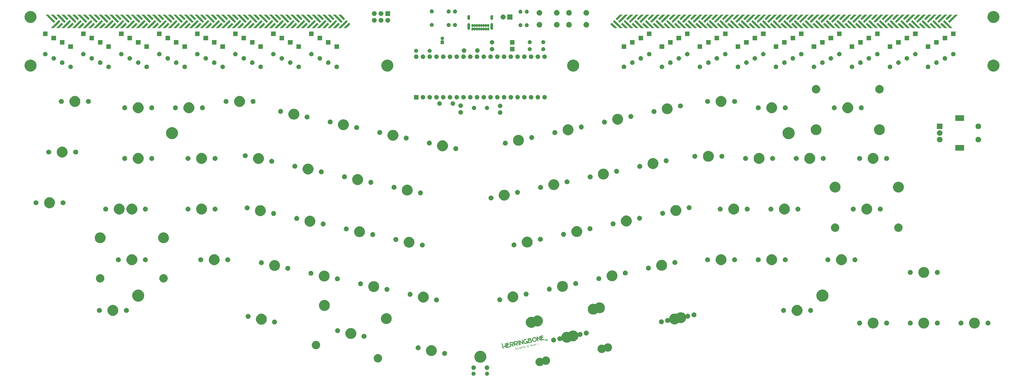
<source format=gbr>
G04 #@! TF.GenerationSoftware,KiCad,Pcbnew,(5.1.6)-1*
G04 #@! TF.CreationDate,2020-09-04T21:54:12-05:00*
G04 #@! TF.ProjectId,keyboard,6b657962-6f61-4726-942e-6b696361645f,rev?*
G04 #@! TF.SameCoordinates,Original*
G04 #@! TF.FileFunction,Soldermask,Top*
G04 #@! TF.FilePolarity,Negative*
%FSLAX46Y46*%
G04 Gerber Fmt 4.6, Leading zero omitted, Abs format (unit mm)*
G04 Created by KiCad (PCBNEW (5.1.6)-1) date 2020-09-04 21:54:12*
%MOMM*%
%LPD*%
G01*
G04 APERTURE LIST*
%ADD10C,0.100000*%
%ADD11C,0.010000*%
G04 APERTURE END LIST*
D10*
G36*
X375600000Y-86281250D02*
G01*
X375100000Y-85781250D01*
X377600000Y-83281250D01*
X378600000Y-83281250D01*
X375600000Y-86281250D01*
G37*
X375600000Y-86281250D02*
X375100000Y-85781250D01*
X377600000Y-83281250D01*
X378600000Y-83281250D01*
X375600000Y-86281250D01*
G36*
X250600000Y-88281250D02*
G01*
X249600000Y-88281250D01*
X248100000Y-86781250D01*
X248600000Y-86281250D01*
X250600000Y-88281250D01*
G37*
X250600000Y-88281250D02*
X249600000Y-88281250D01*
X248100000Y-86781250D01*
X248600000Y-86281250D01*
X250600000Y-88281250D01*
G36*
X251600000Y-86281250D02*
G01*
X251100000Y-85781250D01*
X253600000Y-83281250D01*
X254600000Y-83281250D01*
X251600000Y-86281250D01*
G37*
X251600000Y-86281250D02*
X251100000Y-85781250D01*
X253600000Y-83281250D01*
X254600000Y-83281250D01*
X251600000Y-86281250D01*
G36*
X252600000Y-88281250D02*
G01*
X251600000Y-88281250D01*
X249100000Y-85781250D01*
X249600000Y-85281250D01*
X252600000Y-88281250D01*
G37*
X252600000Y-88281250D02*
X251600000Y-88281250D01*
X249100000Y-85781250D01*
X249600000Y-85281250D01*
X252600000Y-88281250D01*
G36*
X250600000Y-85281250D02*
G01*
X250100000Y-84781250D01*
X251600000Y-83281250D01*
X252600000Y-83281250D01*
X250600000Y-85281250D01*
G37*
X250600000Y-85281250D02*
X250100000Y-84781250D01*
X251600000Y-83281250D01*
X252600000Y-83281250D01*
X250600000Y-85281250D01*
G36*
X256600000Y-88281250D02*
G01*
X255600000Y-88281250D01*
X253100000Y-85781250D01*
X253600000Y-85281250D01*
X256600000Y-88281250D01*
G37*
X256600000Y-88281250D02*
X255600000Y-88281250D01*
X253100000Y-85781250D01*
X253600000Y-85281250D01*
X256600000Y-88281250D01*
G36*
X255600000Y-86281250D02*
G01*
X255100000Y-85781250D01*
X257600000Y-83281250D01*
X258600000Y-83281250D01*
X255600000Y-86281250D01*
G37*
X255600000Y-86281250D02*
X255100000Y-85781250D01*
X257600000Y-83281250D01*
X258600000Y-83281250D01*
X255600000Y-86281250D01*
G36*
X254600000Y-85281250D02*
G01*
X254100000Y-84781250D01*
X255600000Y-83281250D01*
X256600000Y-83281250D01*
X254600000Y-85281250D01*
G37*
X254600000Y-85281250D02*
X254100000Y-84781250D01*
X255600000Y-83281250D01*
X256600000Y-83281250D01*
X254600000Y-85281250D01*
G36*
X258600000Y-88281250D02*
G01*
X257600000Y-88281250D01*
X256100000Y-86781250D01*
X256600000Y-86281250D01*
X258600000Y-88281250D01*
G37*
X258600000Y-88281250D02*
X257600000Y-88281250D01*
X256100000Y-86781250D01*
X256600000Y-86281250D01*
X258600000Y-88281250D01*
G36*
X259600000Y-86281250D02*
G01*
X259100000Y-85781250D01*
X261600000Y-83281250D01*
X262600000Y-83281250D01*
X259600000Y-86281250D01*
G37*
X259600000Y-86281250D02*
X259100000Y-85781250D01*
X261600000Y-83281250D01*
X262600000Y-83281250D01*
X259600000Y-86281250D01*
G36*
X260600000Y-88281250D02*
G01*
X259600000Y-88281250D01*
X257100000Y-85781250D01*
X257600000Y-85281250D01*
X260600000Y-88281250D01*
G37*
X260600000Y-88281250D02*
X259600000Y-88281250D01*
X257100000Y-85781250D01*
X257600000Y-85281250D01*
X260600000Y-88281250D01*
G36*
X254600000Y-88281250D02*
G01*
X253600000Y-88281250D01*
X252100000Y-86781250D01*
X252600000Y-86281250D01*
X254600000Y-88281250D01*
G37*
X254600000Y-88281250D02*
X253600000Y-88281250D01*
X252100000Y-86781250D01*
X252600000Y-86281250D01*
X254600000Y-88281250D01*
G36*
X258600000Y-85281250D02*
G01*
X258100000Y-84781250D01*
X259600000Y-83281250D01*
X260600000Y-83281250D01*
X258600000Y-85281250D01*
G37*
X258600000Y-85281250D02*
X258100000Y-84781250D01*
X259600000Y-83281250D01*
X260600000Y-83281250D01*
X258600000Y-85281250D01*
G36*
X264600000Y-88281250D02*
G01*
X263600000Y-88281250D01*
X261100000Y-85781250D01*
X261600000Y-85281250D01*
X264600000Y-88281250D01*
G37*
X264600000Y-88281250D02*
X263600000Y-88281250D01*
X261100000Y-85781250D01*
X261600000Y-85281250D01*
X264600000Y-88281250D01*
G36*
X263600000Y-86281250D02*
G01*
X263100000Y-85781250D01*
X265600000Y-83281250D01*
X266600000Y-83281250D01*
X263600000Y-86281250D01*
G37*
X263600000Y-86281250D02*
X263100000Y-85781250D01*
X265600000Y-83281250D01*
X266600000Y-83281250D01*
X263600000Y-86281250D01*
G36*
X262600000Y-85281250D02*
G01*
X262100000Y-84781250D01*
X263600000Y-83281250D01*
X264600000Y-83281250D01*
X262600000Y-85281250D01*
G37*
X262600000Y-85281250D02*
X262100000Y-84781250D01*
X263600000Y-83281250D01*
X264600000Y-83281250D01*
X262600000Y-85281250D01*
G36*
X266600000Y-88281250D02*
G01*
X265600000Y-88281250D01*
X264100000Y-86781250D01*
X264600000Y-86281250D01*
X266600000Y-88281250D01*
G37*
X266600000Y-88281250D02*
X265600000Y-88281250D01*
X264100000Y-86781250D01*
X264600000Y-86281250D01*
X266600000Y-88281250D01*
G36*
X267600000Y-86281250D02*
G01*
X267100000Y-85781250D01*
X269600000Y-83281250D01*
X270600000Y-83281250D01*
X267600000Y-86281250D01*
G37*
X267600000Y-86281250D02*
X267100000Y-85781250D01*
X269600000Y-83281250D01*
X270600000Y-83281250D01*
X267600000Y-86281250D01*
G36*
X268600000Y-88281250D02*
G01*
X267600000Y-88281250D01*
X265100000Y-85781250D01*
X265600000Y-85281250D01*
X268600000Y-88281250D01*
G37*
X268600000Y-88281250D02*
X267600000Y-88281250D01*
X265100000Y-85781250D01*
X265600000Y-85281250D01*
X268600000Y-88281250D01*
G36*
X262600000Y-88281250D02*
G01*
X261600000Y-88281250D01*
X260100000Y-86781250D01*
X260600000Y-86281250D01*
X262600000Y-88281250D01*
G37*
X262600000Y-88281250D02*
X261600000Y-88281250D01*
X260100000Y-86781250D01*
X260600000Y-86281250D01*
X262600000Y-88281250D01*
G36*
X266600000Y-85281250D02*
G01*
X266100000Y-84781250D01*
X267600000Y-83281250D01*
X268600000Y-83281250D01*
X266600000Y-85281250D01*
G37*
X266600000Y-85281250D02*
X266100000Y-84781250D01*
X267600000Y-83281250D01*
X268600000Y-83281250D01*
X266600000Y-85281250D01*
G36*
X272600000Y-88281250D02*
G01*
X271600000Y-88281250D01*
X269100000Y-85781250D01*
X269600000Y-85281250D01*
X272600000Y-88281250D01*
G37*
X272600000Y-88281250D02*
X271600000Y-88281250D01*
X269100000Y-85781250D01*
X269600000Y-85281250D01*
X272600000Y-88281250D01*
G36*
X271600000Y-86281250D02*
G01*
X271100000Y-85781250D01*
X273600000Y-83281250D01*
X274600000Y-83281250D01*
X271600000Y-86281250D01*
G37*
X271600000Y-86281250D02*
X271100000Y-85781250D01*
X273600000Y-83281250D01*
X274600000Y-83281250D01*
X271600000Y-86281250D01*
G36*
X270600000Y-85281250D02*
G01*
X270100000Y-84781250D01*
X271600000Y-83281250D01*
X272600000Y-83281250D01*
X270600000Y-85281250D01*
G37*
X270600000Y-85281250D02*
X270100000Y-84781250D01*
X271600000Y-83281250D01*
X272600000Y-83281250D01*
X270600000Y-85281250D01*
G36*
X274600000Y-88281250D02*
G01*
X273600000Y-88281250D01*
X272100000Y-86781250D01*
X272600000Y-86281250D01*
X274600000Y-88281250D01*
G37*
X274600000Y-88281250D02*
X273600000Y-88281250D01*
X272100000Y-86781250D01*
X272600000Y-86281250D01*
X274600000Y-88281250D01*
G36*
X275600000Y-86281250D02*
G01*
X275100000Y-85781250D01*
X277600000Y-83281250D01*
X278600000Y-83281250D01*
X275600000Y-86281250D01*
G37*
X275600000Y-86281250D02*
X275100000Y-85781250D01*
X277600000Y-83281250D01*
X278600000Y-83281250D01*
X275600000Y-86281250D01*
G36*
X276600000Y-88281250D02*
G01*
X275600000Y-88281250D01*
X273100000Y-85781250D01*
X273600000Y-85281250D01*
X276600000Y-88281250D01*
G37*
X276600000Y-88281250D02*
X275600000Y-88281250D01*
X273100000Y-85781250D01*
X273600000Y-85281250D01*
X276600000Y-88281250D01*
G36*
X270600000Y-88281250D02*
G01*
X269600000Y-88281250D01*
X268100000Y-86781250D01*
X268600000Y-86281250D01*
X270600000Y-88281250D01*
G37*
X270600000Y-88281250D02*
X269600000Y-88281250D01*
X268100000Y-86781250D01*
X268600000Y-86281250D01*
X270600000Y-88281250D01*
G36*
X274600000Y-85281250D02*
G01*
X274100000Y-84781250D01*
X275600000Y-83281250D01*
X276600000Y-83281250D01*
X274600000Y-85281250D01*
G37*
X274600000Y-85281250D02*
X274100000Y-84781250D01*
X275600000Y-83281250D01*
X276600000Y-83281250D01*
X274600000Y-85281250D01*
G36*
X280600000Y-88281250D02*
G01*
X279600000Y-88281250D01*
X277100000Y-85781250D01*
X277600000Y-85281250D01*
X280600000Y-88281250D01*
G37*
X280600000Y-88281250D02*
X279600000Y-88281250D01*
X277100000Y-85781250D01*
X277600000Y-85281250D01*
X280600000Y-88281250D01*
G36*
X279600000Y-86281250D02*
G01*
X279100000Y-85781250D01*
X281600000Y-83281250D01*
X282600000Y-83281250D01*
X279600000Y-86281250D01*
G37*
X279600000Y-86281250D02*
X279100000Y-85781250D01*
X281600000Y-83281250D01*
X282600000Y-83281250D01*
X279600000Y-86281250D01*
G36*
X278600000Y-85281250D02*
G01*
X278100000Y-84781250D01*
X279600000Y-83281250D01*
X280600000Y-83281250D01*
X278600000Y-85281250D01*
G37*
X278600000Y-85281250D02*
X278100000Y-84781250D01*
X279600000Y-83281250D01*
X280600000Y-83281250D01*
X278600000Y-85281250D01*
G36*
X282600000Y-88281250D02*
G01*
X281600000Y-88281250D01*
X280100000Y-86781250D01*
X280600000Y-86281250D01*
X282600000Y-88281250D01*
G37*
X282600000Y-88281250D02*
X281600000Y-88281250D01*
X280100000Y-86781250D01*
X280600000Y-86281250D01*
X282600000Y-88281250D01*
G36*
X283600000Y-86281250D02*
G01*
X283100000Y-85781250D01*
X285600000Y-83281250D01*
X286600000Y-83281250D01*
X283600000Y-86281250D01*
G37*
X283600000Y-86281250D02*
X283100000Y-85781250D01*
X285600000Y-83281250D01*
X286600000Y-83281250D01*
X283600000Y-86281250D01*
G36*
X284600000Y-88281250D02*
G01*
X283600000Y-88281250D01*
X281100000Y-85781250D01*
X281600000Y-85281250D01*
X284600000Y-88281250D01*
G37*
X284600000Y-88281250D02*
X283600000Y-88281250D01*
X281100000Y-85781250D01*
X281600000Y-85281250D01*
X284600000Y-88281250D01*
G36*
X278600000Y-88281250D02*
G01*
X277600000Y-88281250D01*
X276100000Y-86781250D01*
X276600000Y-86281250D01*
X278600000Y-88281250D01*
G37*
X278600000Y-88281250D02*
X277600000Y-88281250D01*
X276100000Y-86781250D01*
X276600000Y-86281250D01*
X278600000Y-88281250D01*
G36*
X282600000Y-85281250D02*
G01*
X282100000Y-84781250D01*
X283600000Y-83281250D01*
X284600000Y-83281250D01*
X282600000Y-85281250D01*
G37*
X282600000Y-85281250D02*
X282100000Y-84781250D01*
X283600000Y-83281250D01*
X284600000Y-83281250D01*
X282600000Y-85281250D01*
G36*
X288600000Y-88281250D02*
G01*
X287600000Y-88281250D01*
X285100000Y-85781250D01*
X285600000Y-85281250D01*
X288600000Y-88281250D01*
G37*
X288600000Y-88281250D02*
X287600000Y-88281250D01*
X285100000Y-85781250D01*
X285600000Y-85281250D01*
X288600000Y-88281250D01*
G36*
X287600000Y-86281250D02*
G01*
X287100000Y-85781250D01*
X289600000Y-83281250D01*
X290600000Y-83281250D01*
X287600000Y-86281250D01*
G37*
X287600000Y-86281250D02*
X287100000Y-85781250D01*
X289600000Y-83281250D01*
X290600000Y-83281250D01*
X287600000Y-86281250D01*
G36*
X286600000Y-85281250D02*
G01*
X286100000Y-84781250D01*
X287600000Y-83281250D01*
X288600000Y-83281250D01*
X286600000Y-85281250D01*
G37*
X286600000Y-85281250D02*
X286100000Y-84781250D01*
X287600000Y-83281250D01*
X288600000Y-83281250D01*
X286600000Y-85281250D01*
G36*
X290600000Y-88281250D02*
G01*
X289600000Y-88281250D01*
X288100000Y-86781250D01*
X288600000Y-86281250D01*
X290600000Y-88281250D01*
G37*
X290600000Y-88281250D02*
X289600000Y-88281250D01*
X288100000Y-86781250D01*
X288600000Y-86281250D01*
X290600000Y-88281250D01*
G36*
X291600000Y-86281250D02*
G01*
X291100000Y-85781250D01*
X293600000Y-83281250D01*
X294600000Y-83281250D01*
X291600000Y-86281250D01*
G37*
X291600000Y-86281250D02*
X291100000Y-85781250D01*
X293600000Y-83281250D01*
X294600000Y-83281250D01*
X291600000Y-86281250D01*
G36*
X292600000Y-88281250D02*
G01*
X291600000Y-88281250D01*
X289100000Y-85781250D01*
X289600000Y-85281250D01*
X292600000Y-88281250D01*
G37*
X292600000Y-88281250D02*
X291600000Y-88281250D01*
X289100000Y-85781250D01*
X289600000Y-85281250D01*
X292600000Y-88281250D01*
G36*
X286600000Y-88281250D02*
G01*
X285600000Y-88281250D01*
X284100000Y-86781250D01*
X284600000Y-86281250D01*
X286600000Y-88281250D01*
G37*
X286600000Y-88281250D02*
X285600000Y-88281250D01*
X284100000Y-86781250D01*
X284600000Y-86281250D01*
X286600000Y-88281250D01*
G36*
X290600000Y-85281250D02*
G01*
X290100000Y-84781250D01*
X291600000Y-83281250D01*
X292600000Y-83281250D01*
X290600000Y-85281250D01*
G37*
X290600000Y-85281250D02*
X290100000Y-84781250D01*
X291600000Y-83281250D01*
X292600000Y-83281250D01*
X290600000Y-85281250D01*
G36*
X296600000Y-88281250D02*
G01*
X295600000Y-88281250D01*
X293100000Y-85781250D01*
X293600000Y-85281250D01*
X296600000Y-88281250D01*
G37*
X296600000Y-88281250D02*
X295600000Y-88281250D01*
X293100000Y-85781250D01*
X293600000Y-85281250D01*
X296600000Y-88281250D01*
G36*
X295600000Y-86281250D02*
G01*
X295100000Y-85781250D01*
X297600000Y-83281250D01*
X298600000Y-83281250D01*
X295600000Y-86281250D01*
G37*
X295600000Y-86281250D02*
X295100000Y-85781250D01*
X297600000Y-83281250D01*
X298600000Y-83281250D01*
X295600000Y-86281250D01*
G36*
X294600000Y-85281250D02*
G01*
X294100000Y-84781250D01*
X295600000Y-83281250D01*
X296600000Y-83281250D01*
X294600000Y-85281250D01*
G37*
X294600000Y-85281250D02*
X294100000Y-84781250D01*
X295600000Y-83281250D01*
X296600000Y-83281250D01*
X294600000Y-85281250D01*
G36*
X298600000Y-88281250D02*
G01*
X297600000Y-88281250D01*
X296100000Y-86781250D01*
X296600000Y-86281250D01*
X298600000Y-88281250D01*
G37*
X298600000Y-88281250D02*
X297600000Y-88281250D01*
X296100000Y-86781250D01*
X296600000Y-86281250D01*
X298600000Y-88281250D01*
G36*
X299600000Y-86281250D02*
G01*
X299100000Y-85781250D01*
X301600000Y-83281250D01*
X302600000Y-83281250D01*
X299600000Y-86281250D01*
G37*
X299600000Y-86281250D02*
X299100000Y-85781250D01*
X301600000Y-83281250D01*
X302600000Y-83281250D01*
X299600000Y-86281250D01*
G36*
X300600000Y-88281250D02*
G01*
X299600000Y-88281250D01*
X297100000Y-85781250D01*
X297600000Y-85281250D01*
X300600000Y-88281250D01*
G37*
X300600000Y-88281250D02*
X299600000Y-88281250D01*
X297100000Y-85781250D01*
X297600000Y-85281250D01*
X300600000Y-88281250D01*
G36*
X294600000Y-88281250D02*
G01*
X293600000Y-88281250D01*
X292100000Y-86781250D01*
X292600000Y-86281250D01*
X294600000Y-88281250D01*
G37*
X294600000Y-88281250D02*
X293600000Y-88281250D01*
X292100000Y-86781250D01*
X292600000Y-86281250D01*
X294600000Y-88281250D01*
G36*
X298600000Y-85281250D02*
G01*
X298100000Y-84781250D01*
X299600000Y-83281250D01*
X300600000Y-83281250D01*
X298600000Y-85281250D01*
G37*
X298600000Y-85281250D02*
X298100000Y-84781250D01*
X299600000Y-83281250D01*
X300600000Y-83281250D01*
X298600000Y-85281250D01*
G36*
X304600000Y-88281250D02*
G01*
X303600000Y-88281250D01*
X301100000Y-85781250D01*
X301600000Y-85281250D01*
X304600000Y-88281250D01*
G37*
X304600000Y-88281250D02*
X303600000Y-88281250D01*
X301100000Y-85781250D01*
X301600000Y-85281250D01*
X304600000Y-88281250D01*
G36*
X303600000Y-86281250D02*
G01*
X303100000Y-85781250D01*
X305600000Y-83281250D01*
X306600000Y-83281250D01*
X303600000Y-86281250D01*
G37*
X303600000Y-86281250D02*
X303100000Y-85781250D01*
X305600000Y-83281250D01*
X306600000Y-83281250D01*
X303600000Y-86281250D01*
G36*
X302600000Y-85281250D02*
G01*
X302100000Y-84781250D01*
X303600000Y-83281250D01*
X304600000Y-83281250D01*
X302600000Y-85281250D01*
G37*
X302600000Y-85281250D02*
X302100000Y-84781250D01*
X303600000Y-83281250D01*
X304600000Y-83281250D01*
X302600000Y-85281250D01*
G36*
X306600000Y-88281250D02*
G01*
X305600000Y-88281250D01*
X304100000Y-86781250D01*
X304600000Y-86281250D01*
X306600000Y-88281250D01*
G37*
X306600000Y-88281250D02*
X305600000Y-88281250D01*
X304100000Y-86781250D01*
X304600000Y-86281250D01*
X306600000Y-88281250D01*
G36*
X307600000Y-86281250D02*
G01*
X307100000Y-85781250D01*
X309600000Y-83281250D01*
X310600000Y-83281250D01*
X307600000Y-86281250D01*
G37*
X307600000Y-86281250D02*
X307100000Y-85781250D01*
X309600000Y-83281250D01*
X310600000Y-83281250D01*
X307600000Y-86281250D01*
G36*
X308600000Y-88281250D02*
G01*
X307600000Y-88281250D01*
X305100000Y-85781250D01*
X305600000Y-85281250D01*
X308600000Y-88281250D01*
G37*
X308600000Y-88281250D02*
X307600000Y-88281250D01*
X305100000Y-85781250D01*
X305600000Y-85281250D01*
X308600000Y-88281250D01*
G36*
X302600000Y-88281250D02*
G01*
X301600000Y-88281250D01*
X300100000Y-86781250D01*
X300600000Y-86281250D01*
X302600000Y-88281250D01*
G37*
X302600000Y-88281250D02*
X301600000Y-88281250D01*
X300100000Y-86781250D01*
X300600000Y-86281250D01*
X302600000Y-88281250D01*
G36*
X306600000Y-85281250D02*
G01*
X306100000Y-84781250D01*
X307600000Y-83281250D01*
X308600000Y-83281250D01*
X306600000Y-85281250D01*
G37*
X306600000Y-85281250D02*
X306100000Y-84781250D01*
X307600000Y-83281250D01*
X308600000Y-83281250D01*
X306600000Y-85281250D01*
G36*
X312600000Y-88281250D02*
G01*
X311600000Y-88281250D01*
X309100000Y-85781250D01*
X309600000Y-85281250D01*
X312600000Y-88281250D01*
G37*
X312600000Y-88281250D02*
X311600000Y-88281250D01*
X309100000Y-85781250D01*
X309600000Y-85281250D01*
X312600000Y-88281250D01*
G36*
X311600000Y-86281250D02*
G01*
X311100000Y-85781250D01*
X313600000Y-83281250D01*
X314600000Y-83281250D01*
X311600000Y-86281250D01*
G37*
X311600000Y-86281250D02*
X311100000Y-85781250D01*
X313600000Y-83281250D01*
X314600000Y-83281250D01*
X311600000Y-86281250D01*
G36*
X310600000Y-85281250D02*
G01*
X310100000Y-84781250D01*
X311600000Y-83281250D01*
X312600000Y-83281250D01*
X310600000Y-85281250D01*
G37*
X310600000Y-85281250D02*
X310100000Y-84781250D01*
X311600000Y-83281250D01*
X312600000Y-83281250D01*
X310600000Y-85281250D01*
G36*
X314600000Y-88281250D02*
G01*
X313600000Y-88281250D01*
X312100000Y-86781250D01*
X312600000Y-86281250D01*
X314600000Y-88281250D01*
G37*
X314600000Y-88281250D02*
X313600000Y-88281250D01*
X312100000Y-86781250D01*
X312600000Y-86281250D01*
X314600000Y-88281250D01*
G36*
X315600000Y-86281250D02*
G01*
X315100000Y-85781250D01*
X317600000Y-83281250D01*
X318600000Y-83281250D01*
X315600000Y-86281250D01*
G37*
X315600000Y-86281250D02*
X315100000Y-85781250D01*
X317600000Y-83281250D01*
X318600000Y-83281250D01*
X315600000Y-86281250D01*
G36*
X316600000Y-88281250D02*
G01*
X315600000Y-88281250D01*
X313100000Y-85781250D01*
X313600000Y-85281250D01*
X316600000Y-88281250D01*
G37*
X316600000Y-88281250D02*
X315600000Y-88281250D01*
X313100000Y-85781250D01*
X313600000Y-85281250D01*
X316600000Y-88281250D01*
G36*
X310600000Y-88281250D02*
G01*
X309600000Y-88281250D01*
X308100000Y-86781250D01*
X308600000Y-86281250D01*
X310600000Y-88281250D01*
G37*
X310600000Y-88281250D02*
X309600000Y-88281250D01*
X308100000Y-86781250D01*
X308600000Y-86281250D01*
X310600000Y-88281250D01*
G36*
X314600000Y-85281250D02*
G01*
X314100000Y-84781250D01*
X315600000Y-83281250D01*
X316600000Y-83281250D01*
X314600000Y-85281250D01*
G37*
X314600000Y-85281250D02*
X314100000Y-84781250D01*
X315600000Y-83281250D01*
X316600000Y-83281250D01*
X314600000Y-85281250D01*
G36*
X320600000Y-88281250D02*
G01*
X319600000Y-88281250D01*
X317100000Y-85781250D01*
X317600000Y-85281250D01*
X320600000Y-88281250D01*
G37*
X320600000Y-88281250D02*
X319600000Y-88281250D01*
X317100000Y-85781250D01*
X317600000Y-85281250D01*
X320600000Y-88281250D01*
G36*
X319600000Y-86281250D02*
G01*
X319100000Y-85781250D01*
X321600000Y-83281250D01*
X322600000Y-83281250D01*
X319600000Y-86281250D01*
G37*
X319600000Y-86281250D02*
X319100000Y-85781250D01*
X321600000Y-83281250D01*
X322600000Y-83281250D01*
X319600000Y-86281250D01*
G36*
X318600000Y-85281250D02*
G01*
X318100000Y-84781250D01*
X319600000Y-83281250D01*
X320600000Y-83281250D01*
X318600000Y-85281250D01*
G37*
X318600000Y-85281250D02*
X318100000Y-84781250D01*
X319600000Y-83281250D01*
X320600000Y-83281250D01*
X318600000Y-85281250D01*
G36*
X322600000Y-88281250D02*
G01*
X321600000Y-88281250D01*
X320100000Y-86781250D01*
X320600000Y-86281250D01*
X322600000Y-88281250D01*
G37*
X322600000Y-88281250D02*
X321600000Y-88281250D01*
X320100000Y-86781250D01*
X320600000Y-86281250D01*
X322600000Y-88281250D01*
G36*
X323600000Y-86281250D02*
G01*
X323100000Y-85781250D01*
X325600000Y-83281250D01*
X326600000Y-83281250D01*
X323600000Y-86281250D01*
G37*
X323600000Y-86281250D02*
X323100000Y-85781250D01*
X325600000Y-83281250D01*
X326600000Y-83281250D01*
X323600000Y-86281250D01*
G36*
X324600000Y-88281250D02*
G01*
X323600000Y-88281250D01*
X321100000Y-85781250D01*
X321600000Y-85281250D01*
X324600000Y-88281250D01*
G37*
X324600000Y-88281250D02*
X323600000Y-88281250D01*
X321100000Y-85781250D01*
X321600000Y-85281250D01*
X324600000Y-88281250D01*
G36*
X318600000Y-88281250D02*
G01*
X317600000Y-88281250D01*
X316100000Y-86781250D01*
X316600000Y-86281250D01*
X318600000Y-88281250D01*
G37*
X318600000Y-88281250D02*
X317600000Y-88281250D01*
X316100000Y-86781250D01*
X316600000Y-86281250D01*
X318600000Y-88281250D01*
G36*
X322600000Y-85281250D02*
G01*
X322100000Y-84781250D01*
X323600000Y-83281250D01*
X324600000Y-83281250D01*
X322600000Y-85281250D01*
G37*
X322600000Y-85281250D02*
X322100000Y-84781250D01*
X323600000Y-83281250D01*
X324600000Y-83281250D01*
X322600000Y-85281250D01*
G36*
X328600000Y-88281250D02*
G01*
X327600000Y-88281250D01*
X325100000Y-85781250D01*
X325600000Y-85281250D01*
X328600000Y-88281250D01*
G37*
X328600000Y-88281250D02*
X327600000Y-88281250D01*
X325100000Y-85781250D01*
X325600000Y-85281250D01*
X328600000Y-88281250D01*
G36*
X327600000Y-86281250D02*
G01*
X327100000Y-85781250D01*
X329600000Y-83281250D01*
X330600000Y-83281250D01*
X327600000Y-86281250D01*
G37*
X327600000Y-86281250D02*
X327100000Y-85781250D01*
X329600000Y-83281250D01*
X330600000Y-83281250D01*
X327600000Y-86281250D01*
G36*
X326600000Y-85281250D02*
G01*
X326100000Y-84781250D01*
X327600000Y-83281250D01*
X328600000Y-83281250D01*
X326600000Y-85281250D01*
G37*
X326600000Y-85281250D02*
X326100000Y-84781250D01*
X327600000Y-83281250D01*
X328600000Y-83281250D01*
X326600000Y-85281250D01*
G36*
X330600000Y-88281250D02*
G01*
X329600000Y-88281250D01*
X328100000Y-86781250D01*
X328600000Y-86281250D01*
X330600000Y-88281250D01*
G37*
X330600000Y-88281250D02*
X329600000Y-88281250D01*
X328100000Y-86781250D01*
X328600000Y-86281250D01*
X330600000Y-88281250D01*
G36*
X331600000Y-86281250D02*
G01*
X331100000Y-85781250D01*
X333600000Y-83281250D01*
X334600000Y-83281250D01*
X331600000Y-86281250D01*
G37*
X331600000Y-86281250D02*
X331100000Y-85781250D01*
X333600000Y-83281250D01*
X334600000Y-83281250D01*
X331600000Y-86281250D01*
G36*
X332600000Y-88281250D02*
G01*
X331600000Y-88281250D01*
X329100000Y-85781250D01*
X329600000Y-85281250D01*
X332600000Y-88281250D01*
G37*
X332600000Y-88281250D02*
X331600000Y-88281250D01*
X329100000Y-85781250D01*
X329600000Y-85281250D01*
X332600000Y-88281250D01*
G36*
X326600000Y-88281250D02*
G01*
X325600000Y-88281250D01*
X324100000Y-86781250D01*
X324600000Y-86281250D01*
X326600000Y-88281250D01*
G37*
X326600000Y-88281250D02*
X325600000Y-88281250D01*
X324100000Y-86781250D01*
X324600000Y-86281250D01*
X326600000Y-88281250D01*
G36*
X330600000Y-85281250D02*
G01*
X330100000Y-84781250D01*
X331600000Y-83281250D01*
X332600000Y-83281250D01*
X330600000Y-85281250D01*
G37*
X330600000Y-85281250D02*
X330100000Y-84781250D01*
X331600000Y-83281250D01*
X332600000Y-83281250D01*
X330600000Y-85281250D01*
G36*
X336600000Y-88281250D02*
G01*
X335600000Y-88281250D01*
X333100000Y-85781250D01*
X333600000Y-85281250D01*
X336600000Y-88281250D01*
G37*
X336600000Y-88281250D02*
X335600000Y-88281250D01*
X333100000Y-85781250D01*
X333600000Y-85281250D01*
X336600000Y-88281250D01*
G36*
X335600000Y-86281250D02*
G01*
X335100000Y-85781250D01*
X337600000Y-83281250D01*
X338600000Y-83281250D01*
X335600000Y-86281250D01*
G37*
X335600000Y-86281250D02*
X335100000Y-85781250D01*
X337600000Y-83281250D01*
X338600000Y-83281250D01*
X335600000Y-86281250D01*
G36*
X334600000Y-85281250D02*
G01*
X334100000Y-84781250D01*
X335600000Y-83281250D01*
X336600000Y-83281250D01*
X334600000Y-85281250D01*
G37*
X334600000Y-85281250D02*
X334100000Y-84781250D01*
X335600000Y-83281250D01*
X336600000Y-83281250D01*
X334600000Y-85281250D01*
G36*
X338600000Y-88281250D02*
G01*
X337600000Y-88281250D01*
X336100000Y-86781250D01*
X336600000Y-86281250D01*
X338600000Y-88281250D01*
G37*
X338600000Y-88281250D02*
X337600000Y-88281250D01*
X336100000Y-86781250D01*
X336600000Y-86281250D01*
X338600000Y-88281250D01*
G36*
X339600000Y-86281250D02*
G01*
X339100000Y-85781250D01*
X341600000Y-83281250D01*
X342600000Y-83281250D01*
X339600000Y-86281250D01*
G37*
X339600000Y-86281250D02*
X339100000Y-85781250D01*
X341600000Y-83281250D01*
X342600000Y-83281250D01*
X339600000Y-86281250D01*
G36*
X340600000Y-88281250D02*
G01*
X339600000Y-88281250D01*
X337100000Y-85781250D01*
X337600000Y-85281250D01*
X340600000Y-88281250D01*
G37*
X340600000Y-88281250D02*
X339600000Y-88281250D01*
X337100000Y-85781250D01*
X337600000Y-85281250D01*
X340600000Y-88281250D01*
G36*
X334600000Y-88281250D02*
G01*
X333600000Y-88281250D01*
X332100000Y-86781250D01*
X332600000Y-86281250D01*
X334600000Y-88281250D01*
G37*
X334600000Y-88281250D02*
X333600000Y-88281250D01*
X332100000Y-86781250D01*
X332600000Y-86281250D01*
X334600000Y-88281250D01*
G36*
X338600000Y-85281250D02*
G01*
X338100000Y-84781250D01*
X339600000Y-83281250D01*
X340600000Y-83281250D01*
X338600000Y-85281250D01*
G37*
X338600000Y-85281250D02*
X338100000Y-84781250D01*
X339600000Y-83281250D01*
X340600000Y-83281250D01*
X338600000Y-85281250D01*
G36*
X344600000Y-88281250D02*
G01*
X343600000Y-88281250D01*
X341100000Y-85781250D01*
X341600000Y-85281250D01*
X344600000Y-88281250D01*
G37*
X344600000Y-88281250D02*
X343600000Y-88281250D01*
X341100000Y-85781250D01*
X341600000Y-85281250D01*
X344600000Y-88281250D01*
G36*
X343600000Y-86281250D02*
G01*
X343100000Y-85781250D01*
X345600000Y-83281250D01*
X346600000Y-83281250D01*
X343600000Y-86281250D01*
G37*
X343600000Y-86281250D02*
X343100000Y-85781250D01*
X345600000Y-83281250D01*
X346600000Y-83281250D01*
X343600000Y-86281250D01*
G36*
X342600000Y-85281250D02*
G01*
X342100000Y-84781250D01*
X343600000Y-83281250D01*
X344600000Y-83281250D01*
X342600000Y-85281250D01*
G37*
X342600000Y-85281250D02*
X342100000Y-84781250D01*
X343600000Y-83281250D01*
X344600000Y-83281250D01*
X342600000Y-85281250D01*
G36*
X346600000Y-88281250D02*
G01*
X345600000Y-88281250D01*
X344100000Y-86781250D01*
X344600000Y-86281250D01*
X346600000Y-88281250D01*
G37*
X346600000Y-88281250D02*
X345600000Y-88281250D01*
X344100000Y-86781250D01*
X344600000Y-86281250D01*
X346600000Y-88281250D01*
G36*
X347600000Y-86281250D02*
G01*
X347100000Y-85781250D01*
X349600000Y-83281250D01*
X350600000Y-83281250D01*
X347600000Y-86281250D01*
G37*
X347600000Y-86281250D02*
X347100000Y-85781250D01*
X349600000Y-83281250D01*
X350600000Y-83281250D01*
X347600000Y-86281250D01*
G36*
X348600000Y-88281250D02*
G01*
X347600000Y-88281250D01*
X345100000Y-85781250D01*
X345600000Y-85281250D01*
X348600000Y-88281250D01*
G37*
X348600000Y-88281250D02*
X347600000Y-88281250D01*
X345100000Y-85781250D01*
X345600000Y-85281250D01*
X348600000Y-88281250D01*
G36*
X342600000Y-88281250D02*
G01*
X341600000Y-88281250D01*
X340100000Y-86781250D01*
X340600000Y-86281250D01*
X342600000Y-88281250D01*
G37*
X342600000Y-88281250D02*
X341600000Y-88281250D01*
X340100000Y-86781250D01*
X340600000Y-86281250D01*
X342600000Y-88281250D01*
G36*
X346600000Y-85281250D02*
G01*
X346100000Y-84781250D01*
X347600000Y-83281250D01*
X348600000Y-83281250D01*
X346600000Y-85281250D01*
G37*
X346600000Y-85281250D02*
X346100000Y-84781250D01*
X347600000Y-83281250D01*
X348600000Y-83281250D01*
X346600000Y-85281250D01*
G36*
X352600000Y-88281250D02*
G01*
X351600000Y-88281250D01*
X349100000Y-85781250D01*
X349600000Y-85281250D01*
X352600000Y-88281250D01*
G37*
X352600000Y-88281250D02*
X351600000Y-88281250D01*
X349100000Y-85781250D01*
X349600000Y-85281250D01*
X352600000Y-88281250D01*
G36*
X351600000Y-86281250D02*
G01*
X351100000Y-85781250D01*
X353600000Y-83281250D01*
X354600000Y-83281250D01*
X351600000Y-86281250D01*
G37*
X351600000Y-86281250D02*
X351100000Y-85781250D01*
X353600000Y-83281250D01*
X354600000Y-83281250D01*
X351600000Y-86281250D01*
G36*
X350600000Y-85281250D02*
G01*
X350100000Y-84781250D01*
X351600000Y-83281250D01*
X352600000Y-83281250D01*
X350600000Y-85281250D01*
G37*
X350600000Y-85281250D02*
X350100000Y-84781250D01*
X351600000Y-83281250D01*
X352600000Y-83281250D01*
X350600000Y-85281250D01*
G36*
X354600000Y-88281250D02*
G01*
X353600000Y-88281250D01*
X352100000Y-86781250D01*
X352600000Y-86281250D01*
X354600000Y-88281250D01*
G37*
X354600000Y-88281250D02*
X353600000Y-88281250D01*
X352100000Y-86781250D01*
X352600000Y-86281250D01*
X354600000Y-88281250D01*
G36*
X355600000Y-86281250D02*
G01*
X355100000Y-85781250D01*
X357600000Y-83281250D01*
X358600000Y-83281250D01*
X355600000Y-86281250D01*
G37*
X355600000Y-86281250D02*
X355100000Y-85781250D01*
X357600000Y-83281250D01*
X358600000Y-83281250D01*
X355600000Y-86281250D01*
G36*
X356600000Y-88281250D02*
G01*
X355600000Y-88281250D01*
X353100000Y-85781250D01*
X353600000Y-85281250D01*
X356600000Y-88281250D01*
G37*
X356600000Y-88281250D02*
X355600000Y-88281250D01*
X353100000Y-85781250D01*
X353600000Y-85281250D01*
X356600000Y-88281250D01*
G36*
X350600000Y-88281250D02*
G01*
X349600000Y-88281250D01*
X348100000Y-86781250D01*
X348600000Y-86281250D01*
X350600000Y-88281250D01*
G37*
X350600000Y-88281250D02*
X349600000Y-88281250D01*
X348100000Y-86781250D01*
X348600000Y-86281250D01*
X350600000Y-88281250D01*
G36*
X354600000Y-85281250D02*
G01*
X354100000Y-84781250D01*
X355600000Y-83281250D01*
X356600000Y-83281250D01*
X354600000Y-85281250D01*
G37*
X354600000Y-85281250D02*
X354100000Y-84781250D01*
X355600000Y-83281250D01*
X356600000Y-83281250D01*
X354600000Y-85281250D01*
G36*
X360600000Y-88281250D02*
G01*
X359600000Y-88281250D01*
X357100000Y-85781250D01*
X357600000Y-85281250D01*
X360600000Y-88281250D01*
G37*
X360600000Y-88281250D02*
X359600000Y-88281250D01*
X357100000Y-85781250D01*
X357600000Y-85281250D01*
X360600000Y-88281250D01*
G36*
X359600000Y-86281250D02*
G01*
X359100000Y-85781250D01*
X361600000Y-83281250D01*
X362600000Y-83281250D01*
X359600000Y-86281250D01*
G37*
X359600000Y-86281250D02*
X359100000Y-85781250D01*
X361600000Y-83281250D01*
X362600000Y-83281250D01*
X359600000Y-86281250D01*
G36*
X358600000Y-85281250D02*
G01*
X358100000Y-84781250D01*
X359600000Y-83281250D01*
X360600000Y-83281250D01*
X358600000Y-85281250D01*
G37*
X358600000Y-85281250D02*
X358100000Y-84781250D01*
X359600000Y-83281250D01*
X360600000Y-83281250D01*
X358600000Y-85281250D01*
G36*
X362600000Y-88281250D02*
G01*
X361600000Y-88281250D01*
X360100000Y-86781250D01*
X360600000Y-86281250D01*
X362600000Y-88281250D01*
G37*
X362600000Y-88281250D02*
X361600000Y-88281250D01*
X360100000Y-86781250D01*
X360600000Y-86281250D01*
X362600000Y-88281250D01*
G36*
X363600000Y-86281250D02*
G01*
X363100000Y-85781250D01*
X365600000Y-83281250D01*
X366600000Y-83281250D01*
X363600000Y-86281250D01*
G37*
X363600000Y-86281250D02*
X363100000Y-85781250D01*
X365600000Y-83281250D01*
X366600000Y-83281250D01*
X363600000Y-86281250D01*
G36*
X364600000Y-88281250D02*
G01*
X363600000Y-88281250D01*
X361100000Y-85781250D01*
X361600000Y-85281250D01*
X364600000Y-88281250D01*
G37*
X364600000Y-88281250D02*
X363600000Y-88281250D01*
X361100000Y-85781250D01*
X361600000Y-85281250D01*
X364600000Y-88281250D01*
G36*
X358600000Y-88281250D02*
G01*
X357600000Y-88281250D01*
X356100000Y-86781250D01*
X356600000Y-86281250D01*
X358600000Y-88281250D01*
G37*
X358600000Y-88281250D02*
X357600000Y-88281250D01*
X356100000Y-86781250D01*
X356600000Y-86281250D01*
X358600000Y-88281250D01*
G36*
X362600000Y-85281250D02*
G01*
X362100000Y-84781250D01*
X363600000Y-83281250D01*
X364600000Y-83281250D01*
X362600000Y-85281250D01*
G37*
X362600000Y-85281250D02*
X362100000Y-84781250D01*
X363600000Y-83281250D01*
X364600000Y-83281250D01*
X362600000Y-85281250D01*
G36*
X368600000Y-88281250D02*
G01*
X367600000Y-88281250D01*
X365100000Y-85781250D01*
X365600000Y-85281250D01*
X368600000Y-88281250D01*
G37*
X368600000Y-88281250D02*
X367600000Y-88281250D01*
X365100000Y-85781250D01*
X365600000Y-85281250D01*
X368600000Y-88281250D01*
G36*
X367600000Y-86281250D02*
G01*
X367100000Y-85781250D01*
X369600000Y-83281250D01*
X370600000Y-83281250D01*
X367600000Y-86281250D01*
G37*
X367600000Y-86281250D02*
X367100000Y-85781250D01*
X369600000Y-83281250D01*
X370600000Y-83281250D01*
X367600000Y-86281250D01*
G36*
X366600000Y-85281250D02*
G01*
X366100000Y-84781250D01*
X367600000Y-83281250D01*
X368600000Y-83281250D01*
X366600000Y-85281250D01*
G37*
X366600000Y-85281250D02*
X366100000Y-84781250D01*
X367600000Y-83281250D01*
X368600000Y-83281250D01*
X366600000Y-85281250D01*
G36*
X370600000Y-88281250D02*
G01*
X369600000Y-88281250D01*
X368100000Y-86781250D01*
X368600000Y-86281250D01*
X370600000Y-88281250D01*
G37*
X370600000Y-88281250D02*
X369600000Y-88281250D01*
X368100000Y-86781250D01*
X368600000Y-86281250D01*
X370600000Y-88281250D01*
G36*
X371600000Y-86281250D02*
G01*
X371100000Y-85781250D01*
X373600000Y-83281250D01*
X374600000Y-83281250D01*
X371600000Y-86281250D01*
G37*
X371600000Y-86281250D02*
X371100000Y-85781250D01*
X373600000Y-83281250D01*
X374600000Y-83281250D01*
X371600000Y-86281250D01*
G36*
X372600000Y-88281250D02*
G01*
X371600000Y-88281250D01*
X369100000Y-85781250D01*
X369600000Y-85281250D01*
X372600000Y-88281250D01*
G37*
X372600000Y-88281250D02*
X371600000Y-88281250D01*
X369100000Y-85781250D01*
X369600000Y-85281250D01*
X372600000Y-88281250D01*
G36*
X366600000Y-88281250D02*
G01*
X365600000Y-88281250D01*
X364100000Y-86781250D01*
X364600000Y-86281250D01*
X366600000Y-88281250D01*
G37*
X366600000Y-88281250D02*
X365600000Y-88281250D01*
X364100000Y-86781250D01*
X364600000Y-86281250D01*
X366600000Y-88281250D01*
G36*
X370600000Y-85281250D02*
G01*
X370100000Y-84781250D01*
X371600000Y-83281250D01*
X372600000Y-83281250D01*
X370600000Y-85281250D01*
G37*
X370600000Y-85281250D02*
X370100000Y-84781250D01*
X371600000Y-83281250D01*
X372600000Y-83281250D01*
X370600000Y-85281250D01*
G36*
X374600000Y-88281250D02*
G01*
X373600000Y-88281250D01*
X372100000Y-86781250D01*
X372600000Y-86281250D01*
X374600000Y-88281250D01*
G37*
X374600000Y-88281250D02*
X373600000Y-88281250D01*
X372100000Y-86781250D01*
X372600000Y-86281250D01*
X374600000Y-88281250D01*
G36*
X376600000Y-88281250D02*
G01*
X375600000Y-88281250D01*
X373100000Y-85781250D01*
X373600000Y-85281250D01*
X376600000Y-88281250D01*
G37*
X376600000Y-88281250D02*
X375600000Y-88281250D01*
X373100000Y-85781250D01*
X373600000Y-85281250D01*
X376600000Y-88281250D01*
G36*
X374600000Y-85281250D02*
G01*
X374100000Y-84781250D01*
X375600000Y-83281250D01*
X376600000Y-83281250D01*
X374600000Y-85281250D01*
G37*
X374600000Y-85281250D02*
X374100000Y-84781250D01*
X375600000Y-83281250D01*
X376600000Y-83281250D01*
X374600000Y-85281250D01*
G36*
X145350000Y-85781250D02*
G01*
X142850000Y-88281250D01*
X141850000Y-88281250D01*
X144850000Y-85281250D01*
X145350000Y-85781250D01*
G37*
X145350000Y-85781250D02*
X142850000Y-88281250D01*
X141850000Y-88281250D01*
X144850000Y-85281250D01*
X145350000Y-85781250D01*
G36*
X142350000Y-86781250D02*
G01*
X140850000Y-88281250D01*
X139850000Y-88281250D01*
X141850000Y-86281250D01*
X142350000Y-86781250D01*
G37*
X142350000Y-86781250D02*
X140850000Y-88281250D01*
X139850000Y-88281250D01*
X141850000Y-86281250D01*
X142350000Y-86781250D01*
G36*
X146350000Y-86781250D02*
G01*
X144850000Y-88281250D01*
X143850000Y-88281250D01*
X145850000Y-86281250D01*
X146350000Y-86781250D01*
G37*
X146350000Y-86781250D02*
X144850000Y-88281250D01*
X143850000Y-88281250D01*
X145850000Y-86281250D01*
X146350000Y-86781250D01*
G36*
X141350000Y-85781250D02*
G01*
X138850000Y-88281250D01*
X137850000Y-88281250D01*
X140850000Y-85281250D01*
X141350000Y-85781250D01*
G37*
X141350000Y-85781250D02*
X138850000Y-88281250D01*
X137850000Y-88281250D01*
X140850000Y-85281250D01*
X141350000Y-85781250D01*
G36*
X147350000Y-85781250D02*
G01*
X146850000Y-86281250D01*
X143850000Y-83281250D01*
X144850000Y-83281250D01*
X147350000Y-85781250D01*
G37*
X147350000Y-85781250D02*
X146850000Y-86281250D01*
X143850000Y-83281250D01*
X144850000Y-83281250D01*
X147350000Y-85781250D01*
G36*
X150350000Y-86781250D02*
G01*
X148850000Y-88281250D01*
X147850000Y-88281250D01*
X149850000Y-86281250D01*
X150350000Y-86781250D01*
G37*
X150350000Y-86781250D02*
X148850000Y-88281250D01*
X147850000Y-88281250D01*
X149850000Y-86281250D01*
X150350000Y-86781250D01*
G36*
X139350000Y-85781250D02*
G01*
X138850000Y-86281250D01*
X135850000Y-83281250D01*
X136850000Y-83281250D01*
X139350000Y-85781250D01*
G37*
X139350000Y-85781250D02*
X138850000Y-86281250D01*
X135850000Y-83281250D01*
X136850000Y-83281250D01*
X139350000Y-85781250D01*
G36*
X144350000Y-84781250D02*
G01*
X143850000Y-85281250D01*
X141850000Y-83281250D01*
X142850000Y-83281250D01*
X144350000Y-84781250D01*
G37*
X144350000Y-84781250D02*
X143850000Y-85281250D01*
X141850000Y-83281250D01*
X142850000Y-83281250D01*
X144350000Y-84781250D01*
G36*
X140350000Y-84781250D02*
G01*
X139850000Y-85281250D01*
X137850000Y-83281250D01*
X138850000Y-83281250D01*
X140350000Y-84781250D01*
G37*
X140350000Y-84781250D02*
X139850000Y-85281250D01*
X137850000Y-83281250D01*
X138850000Y-83281250D01*
X140350000Y-84781250D01*
G36*
X149350000Y-85781250D02*
G01*
X146850000Y-88281250D01*
X145850000Y-88281250D01*
X148850000Y-85281250D01*
X149350000Y-85781250D01*
G37*
X149350000Y-85781250D02*
X146850000Y-88281250D01*
X145850000Y-88281250D01*
X148850000Y-85281250D01*
X149350000Y-85781250D01*
G36*
X143350000Y-85781250D02*
G01*
X142850000Y-86281250D01*
X139850000Y-83281250D01*
X140850000Y-83281250D01*
X143350000Y-85781250D01*
G37*
X143350000Y-85781250D02*
X142850000Y-86281250D01*
X139850000Y-83281250D01*
X140850000Y-83281250D01*
X143350000Y-85781250D01*
G36*
X148350000Y-84781250D02*
G01*
X147850000Y-85281250D01*
X145850000Y-83281250D01*
X146850000Y-83281250D01*
X148350000Y-84781250D01*
G37*
X148350000Y-84781250D02*
X147850000Y-85281250D01*
X145850000Y-83281250D01*
X146850000Y-83281250D01*
X148350000Y-84781250D01*
G36*
X133350000Y-85781250D02*
G01*
X130850000Y-88281250D01*
X129850000Y-88281250D01*
X132850000Y-85281250D01*
X133350000Y-85781250D01*
G37*
X133350000Y-85781250D02*
X130850000Y-88281250D01*
X129850000Y-88281250D01*
X132850000Y-85281250D01*
X133350000Y-85781250D01*
G36*
X130350000Y-86781250D02*
G01*
X128850000Y-88281250D01*
X127850000Y-88281250D01*
X129850000Y-86281250D01*
X130350000Y-86781250D01*
G37*
X130350000Y-86781250D02*
X128850000Y-88281250D01*
X127850000Y-88281250D01*
X129850000Y-86281250D01*
X130350000Y-86781250D01*
G36*
X134350000Y-86781250D02*
G01*
X132850000Y-88281250D01*
X131850000Y-88281250D01*
X133850000Y-86281250D01*
X134350000Y-86781250D01*
G37*
X134350000Y-86781250D02*
X132850000Y-88281250D01*
X131850000Y-88281250D01*
X133850000Y-86281250D01*
X134350000Y-86781250D01*
G36*
X129350000Y-85781250D02*
G01*
X126850000Y-88281250D01*
X125850000Y-88281250D01*
X128850000Y-85281250D01*
X129350000Y-85781250D01*
G37*
X129350000Y-85781250D02*
X126850000Y-88281250D01*
X125850000Y-88281250D01*
X128850000Y-85281250D01*
X129350000Y-85781250D01*
G36*
X135350000Y-85781250D02*
G01*
X134850000Y-86281250D01*
X131850000Y-83281250D01*
X132850000Y-83281250D01*
X135350000Y-85781250D01*
G37*
X135350000Y-85781250D02*
X134850000Y-86281250D01*
X131850000Y-83281250D01*
X132850000Y-83281250D01*
X135350000Y-85781250D01*
G36*
X138350000Y-86781250D02*
G01*
X136850000Y-88281250D01*
X135850000Y-88281250D01*
X137850000Y-86281250D01*
X138350000Y-86781250D01*
G37*
X138350000Y-86781250D02*
X136850000Y-88281250D01*
X135850000Y-88281250D01*
X137850000Y-86281250D01*
X138350000Y-86781250D01*
G36*
X127350000Y-85781250D02*
G01*
X126850000Y-86281250D01*
X123850000Y-83281250D01*
X124850000Y-83281250D01*
X127350000Y-85781250D01*
G37*
X127350000Y-85781250D02*
X126850000Y-86281250D01*
X123850000Y-83281250D01*
X124850000Y-83281250D01*
X127350000Y-85781250D01*
G36*
X132350000Y-84781250D02*
G01*
X131850000Y-85281250D01*
X129850000Y-83281250D01*
X130850000Y-83281250D01*
X132350000Y-84781250D01*
G37*
X132350000Y-84781250D02*
X131850000Y-85281250D01*
X129850000Y-83281250D01*
X130850000Y-83281250D01*
X132350000Y-84781250D01*
G36*
X128350000Y-84781250D02*
G01*
X127850000Y-85281250D01*
X125850000Y-83281250D01*
X126850000Y-83281250D01*
X128350000Y-84781250D01*
G37*
X128350000Y-84781250D02*
X127850000Y-85281250D01*
X125850000Y-83281250D01*
X126850000Y-83281250D01*
X128350000Y-84781250D01*
G36*
X137350000Y-85781250D02*
G01*
X134850000Y-88281250D01*
X133850000Y-88281250D01*
X136850000Y-85281250D01*
X137350000Y-85781250D01*
G37*
X137350000Y-85781250D02*
X134850000Y-88281250D01*
X133850000Y-88281250D01*
X136850000Y-85281250D01*
X137350000Y-85781250D01*
G36*
X131350000Y-85781250D02*
G01*
X130850000Y-86281250D01*
X127850000Y-83281250D01*
X128850000Y-83281250D01*
X131350000Y-85781250D01*
G37*
X131350000Y-85781250D02*
X130850000Y-86281250D01*
X127850000Y-83281250D01*
X128850000Y-83281250D01*
X131350000Y-85781250D01*
G36*
X136350000Y-84781250D02*
G01*
X135850000Y-85281250D01*
X133850000Y-83281250D01*
X134850000Y-83281250D01*
X136350000Y-84781250D01*
G37*
X136350000Y-84781250D02*
X135850000Y-85281250D01*
X133850000Y-83281250D01*
X134850000Y-83281250D01*
X136350000Y-84781250D01*
G36*
X121350000Y-85781250D02*
G01*
X118850000Y-88281250D01*
X117850000Y-88281250D01*
X120850000Y-85281250D01*
X121350000Y-85781250D01*
G37*
X121350000Y-85781250D02*
X118850000Y-88281250D01*
X117850000Y-88281250D01*
X120850000Y-85281250D01*
X121350000Y-85781250D01*
G36*
X118350000Y-86781250D02*
G01*
X116850000Y-88281250D01*
X115850000Y-88281250D01*
X117850000Y-86281250D01*
X118350000Y-86781250D01*
G37*
X118350000Y-86781250D02*
X116850000Y-88281250D01*
X115850000Y-88281250D01*
X117850000Y-86281250D01*
X118350000Y-86781250D01*
G36*
X122350000Y-86781250D02*
G01*
X120850000Y-88281250D01*
X119850000Y-88281250D01*
X121850000Y-86281250D01*
X122350000Y-86781250D01*
G37*
X122350000Y-86781250D02*
X120850000Y-88281250D01*
X119850000Y-88281250D01*
X121850000Y-86281250D01*
X122350000Y-86781250D01*
G36*
X117350000Y-85781250D02*
G01*
X114850000Y-88281250D01*
X113850000Y-88281250D01*
X116850000Y-85281250D01*
X117350000Y-85781250D01*
G37*
X117350000Y-85781250D02*
X114850000Y-88281250D01*
X113850000Y-88281250D01*
X116850000Y-85281250D01*
X117350000Y-85781250D01*
G36*
X123350000Y-85781250D02*
G01*
X122850000Y-86281250D01*
X119850000Y-83281250D01*
X120850000Y-83281250D01*
X123350000Y-85781250D01*
G37*
X123350000Y-85781250D02*
X122850000Y-86281250D01*
X119850000Y-83281250D01*
X120850000Y-83281250D01*
X123350000Y-85781250D01*
G36*
X126350000Y-86781250D02*
G01*
X124850000Y-88281250D01*
X123850000Y-88281250D01*
X125850000Y-86281250D01*
X126350000Y-86781250D01*
G37*
X126350000Y-86781250D02*
X124850000Y-88281250D01*
X123850000Y-88281250D01*
X125850000Y-86281250D01*
X126350000Y-86781250D01*
G36*
X115350000Y-85781250D02*
G01*
X114850000Y-86281250D01*
X111850000Y-83281250D01*
X112850000Y-83281250D01*
X115350000Y-85781250D01*
G37*
X115350000Y-85781250D02*
X114850000Y-86281250D01*
X111850000Y-83281250D01*
X112850000Y-83281250D01*
X115350000Y-85781250D01*
G36*
X120350000Y-84781250D02*
G01*
X119850000Y-85281250D01*
X117850000Y-83281250D01*
X118850000Y-83281250D01*
X120350000Y-84781250D01*
G37*
X120350000Y-84781250D02*
X119850000Y-85281250D01*
X117850000Y-83281250D01*
X118850000Y-83281250D01*
X120350000Y-84781250D01*
G36*
X116350000Y-84781250D02*
G01*
X115850000Y-85281250D01*
X113850000Y-83281250D01*
X114850000Y-83281250D01*
X116350000Y-84781250D01*
G37*
X116350000Y-84781250D02*
X115850000Y-85281250D01*
X113850000Y-83281250D01*
X114850000Y-83281250D01*
X116350000Y-84781250D01*
G36*
X125350000Y-85781250D02*
G01*
X122850000Y-88281250D01*
X121850000Y-88281250D01*
X124850000Y-85281250D01*
X125350000Y-85781250D01*
G37*
X125350000Y-85781250D02*
X122850000Y-88281250D01*
X121850000Y-88281250D01*
X124850000Y-85281250D01*
X125350000Y-85781250D01*
G36*
X119350000Y-85781250D02*
G01*
X118850000Y-86281250D01*
X115850000Y-83281250D01*
X116850000Y-83281250D01*
X119350000Y-85781250D01*
G37*
X119350000Y-85781250D02*
X118850000Y-86281250D01*
X115850000Y-83281250D01*
X116850000Y-83281250D01*
X119350000Y-85781250D01*
G36*
X124350000Y-84781250D02*
G01*
X123850000Y-85281250D01*
X121850000Y-83281250D01*
X122850000Y-83281250D01*
X124350000Y-84781250D01*
G37*
X124350000Y-84781250D02*
X123850000Y-85281250D01*
X121850000Y-83281250D01*
X122850000Y-83281250D01*
X124350000Y-84781250D01*
G36*
X109350000Y-85781250D02*
G01*
X106850000Y-88281250D01*
X105850000Y-88281250D01*
X108850000Y-85281250D01*
X109350000Y-85781250D01*
G37*
X109350000Y-85781250D02*
X106850000Y-88281250D01*
X105850000Y-88281250D01*
X108850000Y-85281250D01*
X109350000Y-85781250D01*
G36*
X106350000Y-86781250D02*
G01*
X104850000Y-88281250D01*
X103850000Y-88281250D01*
X105850000Y-86281250D01*
X106350000Y-86781250D01*
G37*
X106350000Y-86781250D02*
X104850000Y-88281250D01*
X103850000Y-88281250D01*
X105850000Y-86281250D01*
X106350000Y-86781250D01*
G36*
X110350000Y-86781250D02*
G01*
X108850000Y-88281250D01*
X107850000Y-88281250D01*
X109850000Y-86281250D01*
X110350000Y-86781250D01*
G37*
X110350000Y-86781250D02*
X108850000Y-88281250D01*
X107850000Y-88281250D01*
X109850000Y-86281250D01*
X110350000Y-86781250D01*
G36*
X105350000Y-85781250D02*
G01*
X102850000Y-88281250D01*
X101850000Y-88281250D01*
X104850000Y-85281250D01*
X105350000Y-85781250D01*
G37*
X105350000Y-85781250D02*
X102850000Y-88281250D01*
X101850000Y-88281250D01*
X104850000Y-85281250D01*
X105350000Y-85781250D01*
G36*
X111350000Y-85781250D02*
G01*
X110850000Y-86281250D01*
X107850000Y-83281250D01*
X108850000Y-83281250D01*
X111350000Y-85781250D01*
G37*
X111350000Y-85781250D02*
X110850000Y-86281250D01*
X107850000Y-83281250D01*
X108850000Y-83281250D01*
X111350000Y-85781250D01*
G36*
X114350000Y-86781250D02*
G01*
X112850000Y-88281250D01*
X111850000Y-88281250D01*
X113850000Y-86281250D01*
X114350000Y-86781250D01*
G37*
X114350000Y-86781250D02*
X112850000Y-88281250D01*
X111850000Y-88281250D01*
X113850000Y-86281250D01*
X114350000Y-86781250D01*
G36*
X103350000Y-85781250D02*
G01*
X102850000Y-86281250D01*
X99850000Y-83281250D01*
X100850000Y-83281250D01*
X103350000Y-85781250D01*
G37*
X103350000Y-85781250D02*
X102850000Y-86281250D01*
X99850000Y-83281250D01*
X100850000Y-83281250D01*
X103350000Y-85781250D01*
G36*
X108350000Y-84781250D02*
G01*
X107850000Y-85281250D01*
X105850000Y-83281250D01*
X106850000Y-83281250D01*
X108350000Y-84781250D01*
G37*
X108350000Y-84781250D02*
X107850000Y-85281250D01*
X105850000Y-83281250D01*
X106850000Y-83281250D01*
X108350000Y-84781250D01*
G36*
X104350000Y-84781250D02*
G01*
X103850000Y-85281250D01*
X101850000Y-83281250D01*
X102850000Y-83281250D01*
X104350000Y-84781250D01*
G37*
X104350000Y-84781250D02*
X103850000Y-85281250D01*
X101850000Y-83281250D01*
X102850000Y-83281250D01*
X104350000Y-84781250D01*
G36*
X113350000Y-85781250D02*
G01*
X110850000Y-88281250D01*
X109850000Y-88281250D01*
X112850000Y-85281250D01*
X113350000Y-85781250D01*
G37*
X113350000Y-85781250D02*
X110850000Y-88281250D01*
X109850000Y-88281250D01*
X112850000Y-85281250D01*
X113350000Y-85781250D01*
G36*
X107350000Y-85781250D02*
G01*
X106850000Y-86281250D01*
X103850000Y-83281250D01*
X104850000Y-83281250D01*
X107350000Y-85781250D01*
G37*
X107350000Y-85781250D02*
X106850000Y-86281250D01*
X103850000Y-83281250D01*
X104850000Y-83281250D01*
X107350000Y-85781250D01*
G36*
X112350000Y-84781250D02*
G01*
X111850000Y-85281250D01*
X109850000Y-83281250D01*
X110850000Y-83281250D01*
X112350000Y-84781250D01*
G37*
X112350000Y-84781250D02*
X111850000Y-85281250D01*
X109850000Y-83281250D01*
X110850000Y-83281250D01*
X112350000Y-84781250D01*
G36*
X97350000Y-85781250D02*
G01*
X94850000Y-88281250D01*
X93850000Y-88281250D01*
X96850000Y-85281250D01*
X97350000Y-85781250D01*
G37*
X97350000Y-85781250D02*
X94850000Y-88281250D01*
X93850000Y-88281250D01*
X96850000Y-85281250D01*
X97350000Y-85781250D01*
G36*
X94350000Y-86781250D02*
G01*
X92850000Y-88281250D01*
X91850000Y-88281250D01*
X93850000Y-86281250D01*
X94350000Y-86781250D01*
G37*
X94350000Y-86781250D02*
X92850000Y-88281250D01*
X91850000Y-88281250D01*
X93850000Y-86281250D01*
X94350000Y-86781250D01*
G36*
X98350000Y-86781250D02*
G01*
X96850000Y-88281250D01*
X95850000Y-88281250D01*
X97850000Y-86281250D01*
X98350000Y-86781250D01*
G37*
X98350000Y-86781250D02*
X96850000Y-88281250D01*
X95850000Y-88281250D01*
X97850000Y-86281250D01*
X98350000Y-86781250D01*
G36*
X93350000Y-85781250D02*
G01*
X90850000Y-88281250D01*
X89850000Y-88281250D01*
X92850000Y-85281250D01*
X93350000Y-85781250D01*
G37*
X93350000Y-85781250D02*
X90850000Y-88281250D01*
X89850000Y-88281250D01*
X92850000Y-85281250D01*
X93350000Y-85781250D01*
G36*
X99350000Y-85781250D02*
G01*
X98850000Y-86281250D01*
X95850000Y-83281250D01*
X96850000Y-83281250D01*
X99350000Y-85781250D01*
G37*
X99350000Y-85781250D02*
X98850000Y-86281250D01*
X95850000Y-83281250D01*
X96850000Y-83281250D01*
X99350000Y-85781250D01*
G36*
X102350000Y-86781250D02*
G01*
X100850000Y-88281250D01*
X99850000Y-88281250D01*
X101850000Y-86281250D01*
X102350000Y-86781250D01*
G37*
X102350000Y-86781250D02*
X100850000Y-88281250D01*
X99850000Y-88281250D01*
X101850000Y-86281250D01*
X102350000Y-86781250D01*
G36*
X91350000Y-85781250D02*
G01*
X90850000Y-86281250D01*
X87850000Y-83281250D01*
X88850000Y-83281250D01*
X91350000Y-85781250D01*
G37*
X91350000Y-85781250D02*
X90850000Y-86281250D01*
X87850000Y-83281250D01*
X88850000Y-83281250D01*
X91350000Y-85781250D01*
G36*
X96350000Y-84781250D02*
G01*
X95850000Y-85281250D01*
X93850000Y-83281250D01*
X94850000Y-83281250D01*
X96350000Y-84781250D01*
G37*
X96350000Y-84781250D02*
X95850000Y-85281250D01*
X93850000Y-83281250D01*
X94850000Y-83281250D01*
X96350000Y-84781250D01*
G36*
X92350000Y-84781250D02*
G01*
X91850000Y-85281250D01*
X89850000Y-83281250D01*
X90850000Y-83281250D01*
X92350000Y-84781250D01*
G37*
X92350000Y-84781250D02*
X91850000Y-85281250D01*
X89850000Y-83281250D01*
X90850000Y-83281250D01*
X92350000Y-84781250D01*
G36*
X101350000Y-85781250D02*
G01*
X98850000Y-88281250D01*
X97850000Y-88281250D01*
X100850000Y-85281250D01*
X101350000Y-85781250D01*
G37*
X101350000Y-85781250D02*
X98850000Y-88281250D01*
X97850000Y-88281250D01*
X100850000Y-85281250D01*
X101350000Y-85781250D01*
G36*
X95350000Y-85781250D02*
G01*
X94850000Y-86281250D01*
X91850000Y-83281250D01*
X92850000Y-83281250D01*
X95350000Y-85781250D01*
G37*
X95350000Y-85781250D02*
X94850000Y-86281250D01*
X91850000Y-83281250D01*
X92850000Y-83281250D01*
X95350000Y-85781250D01*
G36*
X100350000Y-84781250D02*
G01*
X99850000Y-85281250D01*
X97850000Y-83281250D01*
X98850000Y-83281250D01*
X100350000Y-84781250D01*
G37*
X100350000Y-84781250D02*
X99850000Y-85281250D01*
X97850000Y-83281250D01*
X98850000Y-83281250D01*
X100350000Y-84781250D01*
G36*
X85350000Y-85781250D02*
G01*
X82850000Y-88281250D01*
X81850000Y-88281250D01*
X84850000Y-85281250D01*
X85350000Y-85781250D01*
G37*
X85350000Y-85781250D02*
X82850000Y-88281250D01*
X81850000Y-88281250D01*
X84850000Y-85281250D01*
X85350000Y-85781250D01*
G36*
X82350000Y-86781250D02*
G01*
X80850000Y-88281250D01*
X79850000Y-88281250D01*
X81850000Y-86281250D01*
X82350000Y-86781250D01*
G37*
X82350000Y-86781250D02*
X80850000Y-88281250D01*
X79850000Y-88281250D01*
X81850000Y-86281250D01*
X82350000Y-86781250D01*
G36*
X86350000Y-86781250D02*
G01*
X84850000Y-88281250D01*
X83850000Y-88281250D01*
X85850000Y-86281250D01*
X86350000Y-86781250D01*
G37*
X86350000Y-86781250D02*
X84850000Y-88281250D01*
X83850000Y-88281250D01*
X85850000Y-86281250D01*
X86350000Y-86781250D01*
G36*
X81350000Y-85781250D02*
G01*
X78850000Y-88281250D01*
X77850000Y-88281250D01*
X80850000Y-85281250D01*
X81350000Y-85781250D01*
G37*
X81350000Y-85781250D02*
X78850000Y-88281250D01*
X77850000Y-88281250D01*
X80850000Y-85281250D01*
X81350000Y-85781250D01*
G36*
X87350000Y-85781250D02*
G01*
X86850000Y-86281250D01*
X83850000Y-83281250D01*
X84850000Y-83281250D01*
X87350000Y-85781250D01*
G37*
X87350000Y-85781250D02*
X86850000Y-86281250D01*
X83850000Y-83281250D01*
X84850000Y-83281250D01*
X87350000Y-85781250D01*
G36*
X90350000Y-86781250D02*
G01*
X88850000Y-88281250D01*
X87850000Y-88281250D01*
X89850000Y-86281250D01*
X90350000Y-86781250D01*
G37*
X90350000Y-86781250D02*
X88850000Y-88281250D01*
X87850000Y-88281250D01*
X89850000Y-86281250D01*
X90350000Y-86781250D01*
G36*
X79350000Y-85781250D02*
G01*
X78850000Y-86281250D01*
X75850000Y-83281250D01*
X76850000Y-83281250D01*
X79350000Y-85781250D01*
G37*
X79350000Y-85781250D02*
X78850000Y-86281250D01*
X75850000Y-83281250D01*
X76850000Y-83281250D01*
X79350000Y-85781250D01*
G36*
X84350000Y-84781250D02*
G01*
X83850000Y-85281250D01*
X81850000Y-83281250D01*
X82850000Y-83281250D01*
X84350000Y-84781250D01*
G37*
X84350000Y-84781250D02*
X83850000Y-85281250D01*
X81850000Y-83281250D01*
X82850000Y-83281250D01*
X84350000Y-84781250D01*
G36*
X80350000Y-84781250D02*
G01*
X79850000Y-85281250D01*
X77850000Y-83281250D01*
X78850000Y-83281250D01*
X80350000Y-84781250D01*
G37*
X80350000Y-84781250D02*
X79850000Y-85281250D01*
X77850000Y-83281250D01*
X78850000Y-83281250D01*
X80350000Y-84781250D01*
G36*
X89350000Y-85781250D02*
G01*
X86850000Y-88281250D01*
X85850000Y-88281250D01*
X88850000Y-85281250D01*
X89350000Y-85781250D01*
G37*
X89350000Y-85781250D02*
X86850000Y-88281250D01*
X85850000Y-88281250D01*
X88850000Y-85281250D01*
X89350000Y-85781250D01*
G36*
X83350000Y-85781250D02*
G01*
X82850000Y-86281250D01*
X79850000Y-83281250D01*
X80850000Y-83281250D01*
X83350000Y-85781250D01*
G37*
X83350000Y-85781250D02*
X82850000Y-86281250D01*
X79850000Y-83281250D01*
X80850000Y-83281250D01*
X83350000Y-85781250D01*
G36*
X88350000Y-84781250D02*
G01*
X87850000Y-85281250D01*
X85850000Y-83281250D01*
X86850000Y-83281250D01*
X88350000Y-84781250D01*
G37*
X88350000Y-84781250D02*
X87850000Y-85281250D01*
X85850000Y-83281250D01*
X86850000Y-83281250D01*
X88350000Y-84781250D01*
G36*
X78350000Y-86781250D02*
G01*
X76850000Y-88281250D01*
X75850000Y-88281250D01*
X77850000Y-86281250D01*
X78350000Y-86781250D01*
G37*
X78350000Y-86781250D02*
X76850000Y-88281250D01*
X75850000Y-88281250D01*
X77850000Y-86281250D01*
X78350000Y-86781250D01*
G36*
X77350000Y-85781250D02*
G01*
X74850000Y-88281250D01*
X73850000Y-88281250D01*
X76850000Y-85281250D01*
X77350000Y-85781250D01*
G37*
X77350000Y-85781250D02*
X74850000Y-88281250D01*
X73850000Y-88281250D01*
X76850000Y-85281250D01*
X77350000Y-85781250D01*
G36*
X66350000Y-86781250D02*
G01*
X64850000Y-88281250D01*
X63850000Y-88281250D01*
X65850000Y-86281250D01*
X66350000Y-86781250D01*
G37*
X66350000Y-86781250D02*
X64850000Y-88281250D01*
X63850000Y-88281250D01*
X65850000Y-86281250D01*
X66350000Y-86781250D01*
G36*
X65350000Y-85781250D02*
G01*
X62850000Y-88281250D01*
X61850000Y-88281250D01*
X64850000Y-85281250D01*
X65350000Y-85781250D01*
G37*
X65350000Y-85781250D02*
X62850000Y-88281250D01*
X61850000Y-88281250D01*
X64850000Y-85281250D01*
X65350000Y-85781250D01*
G36*
X74350000Y-86781250D02*
G01*
X72850000Y-88281250D01*
X71850000Y-88281250D01*
X73850000Y-86281250D01*
X74350000Y-86781250D01*
G37*
X74350000Y-86781250D02*
X72850000Y-88281250D01*
X71850000Y-88281250D01*
X73850000Y-86281250D01*
X74350000Y-86781250D01*
G36*
X72350000Y-84781250D02*
G01*
X71850000Y-85281250D01*
X69850000Y-83281250D01*
X70850000Y-83281250D01*
X72350000Y-84781250D01*
G37*
X72350000Y-84781250D02*
X71850000Y-85281250D01*
X69850000Y-83281250D01*
X70850000Y-83281250D01*
X72350000Y-84781250D01*
G36*
X76350000Y-84781250D02*
G01*
X75850000Y-85281250D01*
X73850000Y-83281250D01*
X74850000Y-83281250D01*
X76350000Y-84781250D01*
G37*
X76350000Y-84781250D02*
X75850000Y-85281250D01*
X73850000Y-83281250D01*
X74850000Y-83281250D01*
X76350000Y-84781250D01*
G36*
X73350000Y-85781250D02*
G01*
X70850000Y-88281250D01*
X69850000Y-88281250D01*
X72850000Y-85281250D01*
X73350000Y-85781250D01*
G37*
X73350000Y-85781250D02*
X70850000Y-88281250D01*
X69850000Y-88281250D01*
X72850000Y-85281250D01*
X73350000Y-85781250D01*
G36*
X70350000Y-86781250D02*
G01*
X68850000Y-88281250D01*
X67850000Y-88281250D01*
X69850000Y-86281250D01*
X70350000Y-86781250D01*
G37*
X70350000Y-86781250D02*
X68850000Y-88281250D01*
X67850000Y-88281250D01*
X69850000Y-86281250D01*
X70350000Y-86781250D01*
G36*
X71350000Y-85781250D02*
G01*
X70850000Y-86281250D01*
X67850000Y-83281250D01*
X68850000Y-83281250D01*
X71350000Y-85781250D01*
G37*
X71350000Y-85781250D02*
X70850000Y-86281250D01*
X67850000Y-83281250D01*
X68850000Y-83281250D01*
X71350000Y-85781250D01*
G36*
X75350000Y-85781250D02*
G01*
X74850000Y-86281250D01*
X71850000Y-83281250D01*
X72850000Y-83281250D01*
X75350000Y-85781250D01*
G37*
X75350000Y-85781250D02*
X74850000Y-86281250D01*
X71850000Y-83281250D01*
X72850000Y-83281250D01*
X75350000Y-85781250D01*
G36*
X69350000Y-85781250D02*
G01*
X66850000Y-88281250D01*
X65850000Y-88281250D01*
X68850000Y-85281250D01*
X69350000Y-85781250D01*
G37*
X69350000Y-85781250D02*
X66850000Y-88281250D01*
X65850000Y-88281250D01*
X68850000Y-85281250D01*
X69350000Y-85781250D01*
G36*
X68350000Y-84781250D02*
G01*
X67850000Y-85281250D01*
X65850000Y-83281250D01*
X66850000Y-83281250D01*
X68350000Y-84781250D01*
G37*
X68350000Y-84781250D02*
X67850000Y-85281250D01*
X65850000Y-83281250D01*
X66850000Y-83281250D01*
X68350000Y-84781250D01*
G36*
X67350000Y-85781250D02*
G01*
X66850000Y-86281250D01*
X63850000Y-83281250D01*
X64850000Y-83281250D01*
X67350000Y-85781250D01*
G37*
X67350000Y-85781250D02*
X66850000Y-86281250D01*
X63850000Y-83281250D01*
X64850000Y-83281250D01*
X67350000Y-85781250D01*
G36*
X64350000Y-84781250D02*
G01*
X63850000Y-85281250D01*
X61850000Y-83281250D01*
X62850000Y-83281250D01*
X64350000Y-84781250D01*
G37*
X64350000Y-84781250D02*
X63850000Y-85281250D01*
X61850000Y-83281250D01*
X62850000Y-83281250D01*
X64350000Y-84781250D01*
G36*
X62350000Y-86781250D02*
G01*
X60850000Y-88281250D01*
X59850000Y-88281250D01*
X61850000Y-86281250D01*
X62350000Y-86781250D01*
G37*
X62350000Y-86781250D02*
X60850000Y-88281250D01*
X59850000Y-88281250D01*
X61850000Y-86281250D01*
X62350000Y-86781250D01*
G36*
X63350000Y-85781250D02*
G01*
X62850000Y-86281250D01*
X59850000Y-83281250D01*
X60850000Y-83281250D01*
X63350000Y-85781250D01*
G37*
X63350000Y-85781250D02*
X62850000Y-86281250D01*
X59850000Y-83281250D01*
X60850000Y-83281250D01*
X63350000Y-85781250D01*
G36*
X61350000Y-85781250D02*
G01*
X58850000Y-88281250D01*
X57850000Y-88281250D01*
X60850000Y-85281250D01*
X61350000Y-85781250D01*
G37*
X61350000Y-85781250D02*
X58850000Y-88281250D01*
X57850000Y-88281250D01*
X60850000Y-85281250D01*
X61350000Y-85781250D01*
G36*
X60350000Y-84781250D02*
G01*
X59850000Y-85281250D01*
X57850000Y-83281250D01*
X58850000Y-83281250D01*
X60350000Y-84781250D01*
G37*
X60350000Y-84781250D02*
X59850000Y-85281250D01*
X57850000Y-83281250D01*
X58850000Y-83281250D01*
X60350000Y-84781250D01*
G36*
X58350000Y-86781250D02*
G01*
X56850000Y-88281250D01*
X55850000Y-88281250D01*
X57850000Y-86281250D01*
X58350000Y-86781250D01*
G37*
X58350000Y-86781250D02*
X56850000Y-88281250D01*
X55850000Y-88281250D01*
X57850000Y-86281250D01*
X58350000Y-86781250D01*
G36*
X59350000Y-85781250D02*
G01*
X58850000Y-86281250D01*
X55850000Y-83281250D01*
X56850000Y-83281250D01*
X59350000Y-85781250D01*
G37*
X59350000Y-85781250D02*
X58850000Y-86281250D01*
X55850000Y-83281250D01*
X56850000Y-83281250D01*
X59350000Y-85781250D01*
G36*
X57350000Y-85781250D02*
G01*
X54850000Y-88281250D01*
X53850000Y-88281250D01*
X56850000Y-85281250D01*
X57350000Y-85781250D01*
G37*
X57350000Y-85781250D02*
X54850000Y-88281250D01*
X53850000Y-88281250D01*
X56850000Y-85281250D01*
X57350000Y-85781250D01*
G36*
X56350000Y-84781250D02*
G01*
X55850000Y-85281250D01*
X53850000Y-83281250D01*
X54850000Y-83281250D01*
X56350000Y-84781250D01*
G37*
X56350000Y-84781250D02*
X55850000Y-85281250D01*
X53850000Y-83281250D01*
X54850000Y-83281250D01*
X56350000Y-84781250D01*
G36*
X54350000Y-86781250D02*
G01*
X52850000Y-88281250D01*
X51850000Y-88281250D01*
X53850000Y-86281250D01*
X54350000Y-86781250D01*
G37*
X54350000Y-86781250D02*
X52850000Y-88281250D01*
X51850000Y-88281250D01*
X53850000Y-86281250D01*
X54350000Y-86781250D01*
G36*
X55350000Y-85781250D02*
G01*
X54850000Y-86281250D01*
X51850000Y-83281250D01*
X52850000Y-83281250D01*
X55350000Y-85781250D01*
G37*
X55350000Y-85781250D02*
X54850000Y-86281250D01*
X51850000Y-83281250D01*
X52850000Y-83281250D01*
X55350000Y-85781250D01*
G36*
X52350000Y-84781250D02*
G01*
X51850000Y-85281250D01*
X49850000Y-83281250D01*
X50850000Y-83281250D01*
X52350000Y-84781250D01*
G37*
X52350000Y-84781250D02*
X51850000Y-85281250D01*
X49850000Y-83281250D01*
X50850000Y-83281250D01*
X52350000Y-84781250D01*
G36*
X53350000Y-85781250D02*
G01*
X50850000Y-88281250D01*
X49850000Y-88281250D01*
X52850000Y-85281250D01*
X53350000Y-85781250D01*
G37*
X53350000Y-85781250D02*
X50850000Y-88281250D01*
X49850000Y-88281250D01*
X52850000Y-85281250D01*
X53350000Y-85781250D01*
G36*
X50350000Y-86781250D02*
G01*
X48850000Y-88281250D01*
X47850000Y-88281250D01*
X49850000Y-86281250D01*
X50350000Y-86781250D01*
G37*
X50350000Y-86781250D02*
X48850000Y-88281250D01*
X47850000Y-88281250D01*
X49850000Y-86281250D01*
X50350000Y-86781250D01*
G36*
X51350000Y-85781250D02*
G01*
X50850000Y-86281250D01*
X47850000Y-83281250D01*
X48850000Y-83281250D01*
X51350000Y-85781250D01*
G37*
X51350000Y-85781250D02*
X50850000Y-86281250D01*
X47850000Y-83281250D01*
X48850000Y-83281250D01*
X51350000Y-85781250D01*
G36*
X49350000Y-85781250D02*
G01*
X46850000Y-88281250D01*
X45850000Y-88281250D01*
X48850000Y-85281250D01*
X49350000Y-85781250D01*
G37*
X49350000Y-85781250D02*
X46850000Y-88281250D01*
X45850000Y-88281250D01*
X48850000Y-85281250D01*
X49350000Y-85781250D01*
G36*
X48350000Y-84781250D02*
G01*
X47850000Y-85281250D01*
X45850000Y-83281250D01*
X46850000Y-83281250D01*
X48350000Y-84781250D01*
G37*
X48350000Y-84781250D02*
X47850000Y-85281250D01*
X45850000Y-83281250D01*
X46850000Y-83281250D01*
X48350000Y-84781250D01*
G36*
X46350000Y-86781250D02*
G01*
X44850000Y-88281250D01*
X43850000Y-88281250D01*
X45850000Y-86281250D01*
X46350000Y-86781250D01*
G37*
X46350000Y-86781250D02*
X44850000Y-88281250D01*
X43850000Y-88281250D01*
X45850000Y-86281250D01*
X46350000Y-86781250D01*
G36*
X47350000Y-85781250D02*
G01*
X46850000Y-86281250D01*
X43850000Y-83281250D01*
X44850000Y-83281250D01*
X47350000Y-85781250D01*
G37*
X47350000Y-85781250D02*
X46850000Y-86281250D01*
X43850000Y-83281250D01*
X44850000Y-83281250D01*
X47350000Y-85781250D01*
G36*
X44350000Y-84781250D02*
G01*
X43850000Y-85281250D01*
X41850000Y-83281250D01*
X42850000Y-83281250D01*
X44350000Y-84781250D01*
G37*
X44350000Y-84781250D02*
X43850000Y-85281250D01*
X41850000Y-83281250D01*
X42850000Y-83281250D01*
X44350000Y-84781250D01*
G36*
X45350000Y-85781250D02*
G01*
X42850000Y-88281250D01*
X41850000Y-88281250D01*
X44850000Y-85281250D01*
X45350000Y-85781250D01*
G37*
X45350000Y-85781250D02*
X42850000Y-88281250D01*
X41850000Y-88281250D01*
X44850000Y-85281250D01*
X45350000Y-85781250D01*
G36*
X43350000Y-85781250D02*
G01*
X42850000Y-86281250D01*
X39850000Y-83281250D01*
X40850000Y-83281250D01*
X43350000Y-85781250D01*
G37*
X43350000Y-85781250D02*
X42850000Y-86281250D01*
X39850000Y-83281250D01*
X40850000Y-83281250D01*
X43350000Y-85781250D01*
G36*
X42350000Y-86781250D02*
G01*
X40850000Y-88281250D01*
X39850000Y-88281250D01*
X41850000Y-86281250D01*
X42350000Y-86781250D01*
G37*
X42350000Y-86781250D02*
X40850000Y-88281250D01*
X39850000Y-88281250D01*
X41850000Y-86281250D01*
X42350000Y-86781250D01*
G36*
X41350000Y-85781250D02*
G01*
X38850000Y-88281250D01*
X37850000Y-88281250D01*
X40850000Y-85281250D01*
X41350000Y-85781250D01*
G37*
X41350000Y-85781250D02*
X38850000Y-88281250D01*
X37850000Y-88281250D01*
X40850000Y-85281250D01*
X41350000Y-85781250D01*
G36*
X40350000Y-84781250D02*
G01*
X39850000Y-85281250D01*
X37850000Y-83281250D01*
X38850000Y-83281250D01*
X40350000Y-84781250D01*
G37*
X40350000Y-84781250D02*
X39850000Y-85281250D01*
X37850000Y-83281250D01*
X38850000Y-83281250D01*
X40350000Y-84781250D01*
G36*
X39350000Y-85781250D02*
G01*
X38850000Y-86281250D01*
X35850000Y-83281250D01*
X36850000Y-83281250D01*
X39350000Y-85781250D01*
G37*
X39350000Y-85781250D02*
X38850000Y-86281250D01*
X35850000Y-83281250D01*
X36850000Y-83281250D01*
X39350000Y-85781250D01*
X212418386Y-209148748D02*
X212293639Y-208561860D01*
X212433375Y-208532158D01*
X212523156Y-208542284D01*
X212590931Y-208586298D01*
X212630759Y-208636252D01*
X212682467Y-208742100D01*
X212700288Y-208825941D01*
X212696102Y-208943669D01*
X212680036Y-209005504D01*
X212636022Y-209073279D01*
X212558122Y-209119047D01*
X212418386Y-209148748D01*
X213222911Y-208948532D02*
X213172957Y-208988359D01*
X213061169Y-209012121D01*
X212999334Y-208996054D01*
X212959507Y-208946101D01*
X212911984Y-208722524D01*
X212928050Y-208660689D01*
X212978004Y-208620862D01*
X213089792Y-208597100D01*
X213151627Y-208613167D01*
X213191455Y-208663121D01*
X213203335Y-208719015D01*
X212935745Y-208834312D01*
X213474435Y-208895069D02*
X213536269Y-208911135D01*
X213648057Y-208887374D01*
X213698011Y-208847546D01*
X213714078Y-208785712D01*
X213708137Y-208757764D01*
X213668310Y-208707811D01*
X213606475Y-208691744D01*
X213522634Y-208709565D01*
X213460799Y-208693499D01*
X213420972Y-208643545D01*
X213415031Y-208615598D01*
X213431098Y-208553763D01*
X213481052Y-208513936D01*
X213564893Y-208496115D01*
X213626727Y-208512181D01*
X213983422Y-208816090D02*
X213900258Y-208424831D01*
X213858675Y-208229201D02*
X213836669Y-208263089D01*
X213870556Y-208285095D01*
X213892563Y-208251208D01*
X213858675Y-208229201D01*
X213870556Y-208285095D01*
X214431252Y-208311964D02*
X214532238Y-208787065D01*
X214516171Y-208848899D01*
X214494165Y-208882787D01*
X214444211Y-208922614D01*
X214360370Y-208940435D01*
X214298535Y-208924369D01*
X214508476Y-208675276D02*
X214458523Y-208715104D01*
X214346734Y-208738865D01*
X214284900Y-208722799D01*
X214251012Y-208700792D01*
X214211185Y-208650838D01*
X214175543Y-208483156D01*
X214191609Y-208421322D01*
X214213616Y-208387434D01*
X214263570Y-208347606D01*
X214375358Y-208323845D01*
X214437192Y-208339911D01*
X214710723Y-208252561D02*
X214793887Y-208643820D01*
X214722603Y-208308455D02*
X214744610Y-208274568D01*
X214794564Y-208234740D01*
X214878405Y-208216919D01*
X214940240Y-208232985D01*
X214980067Y-208282939D01*
X215045411Y-208590357D01*
X215542518Y-208455484D02*
X215492564Y-208495312D01*
X215380776Y-208519073D01*
X215318942Y-208503007D01*
X215279114Y-208453053D01*
X215231591Y-208229476D01*
X215247658Y-208167642D01*
X215297611Y-208127814D01*
X215409400Y-208104053D01*
X215471234Y-208120119D01*
X215511062Y-208170073D01*
X215522943Y-208225967D01*
X215255352Y-208341265D01*
X216079453Y-208370565D02*
X215954706Y-207783676D01*
X216073513Y-208342618D02*
X216023559Y-208382445D01*
X215911770Y-208406207D01*
X215849936Y-208390140D01*
X215816049Y-208368134D01*
X215776221Y-208318180D01*
X215740579Y-208150497D01*
X215756645Y-208088663D01*
X215778652Y-208054775D01*
X215828606Y-208014948D01*
X215940394Y-207991186D01*
X216002229Y-208007253D01*
X216806077Y-208216116D02*
X216681330Y-207629227D01*
X216728852Y-207852804D02*
X216778806Y-207812976D01*
X216890595Y-207789215D01*
X216952429Y-207805281D01*
X216986316Y-207827288D01*
X217026144Y-207877242D01*
X217061786Y-208044924D01*
X217045720Y-208106759D01*
X217023713Y-208140646D01*
X216973759Y-208180474D01*
X216861971Y-208204235D01*
X216800136Y-208188169D01*
X217198012Y-207723871D02*
X217420912Y-208085429D01*
X217477483Y-207664468D02*
X217420912Y-208085429D01*
X217394720Y-208237045D01*
X217372713Y-208270932D01*
X217322759Y-208310760D01*
X218231378Y-207913159D02*
X218106631Y-207326270D01*
X218566743Y-207841875D01*
X218441995Y-207254986D01*
X218930054Y-207764651D02*
X218868220Y-207748584D01*
X218834333Y-207726578D01*
X218794505Y-207676624D01*
X218758863Y-207508941D01*
X218774929Y-207447107D01*
X218796936Y-207413219D01*
X218846890Y-207373392D01*
X218930731Y-207355571D01*
X218992565Y-207371637D01*
X219026453Y-207393644D01*
X219066281Y-207443598D01*
X219101923Y-207611280D01*
X219085856Y-207673114D01*
X219063850Y-207707002D01*
X219013896Y-207746830D01*
X218930054Y-207764651D01*
X219628731Y-207616142D02*
X219563388Y-207308724D01*
X219523560Y-207258771D01*
X219461725Y-207242704D01*
X219349937Y-207266466D01*
X219299983Y-207306293D01*
X219622791Y-207588195D02*
X219572837Y-207628023D01*
X219433102Y-207657725D01*
X219371267Y-207641658D01*
X219331440Y-207591704D01*
X219319559Y-207535810D01*
X219335625Y-207473976D01*
X219385579Y-207434148D01*
X219525315Y-207404446D01*
X219575268Y-207364619D01*
X219908202Y-207556739D02*
X219783455Y-206969850D01*
X220159726Y-207503276D02*
X220094382Y-207195858D01*
X220054554Y-207145904D01*
X219992720Y-207129838D01*
X219908879Y-207147659D01*
X219858925Y-207187487D01*
X219836918Y-207221374D01*
X221165820Y-207289424D02*
X220886350Y-207348827D01*
X220761603Y-206761939D01*
D11*
G36*
X222756009Y-204109010D02*
G01*
X222124238Y-204243297D01*
X222186100Y-204534338D01*
X222817872Y-204400051D01*
X222870682Y-204648501D01*
X222238910Y-204782788D01*
X222368647Y-205393154D01*
X222803823Y-205302566D01*
X223238998Y-205211980D01*
X223290299Y-205453330D01*
X222735224Y-205573215D01*
X222180147Y-205693100D01*
X221830077Y-204046149D01*
X222703200Y-203860561D01*
X222756009Y-204109010D01*
G37*
X222756009Y-204109010D02*
X222124238Y-204243297D01*
X222186100Y-204534338D01*
X222817872Y-204400051D01*
X222870682Y-204648501D01*
X222238910Y-204782788D01*
X222368647Y-205393154D01*
X222803823Y-205302566D01*
X223238998Y-205211980D01*
X223290299Y-205453330D01*
X222735224Y-205573215D01*
X222180147Y-205693100D01*
X221830077Y-204046149D01*
X222703200Y-203860561D01*
X222756009Y-204109010D01*
G36*
X221487913Y-204120554D02*
G01*
X221607227Y-204097226D01*
X221955770Y-205736993D01*
X221885175Y-205754093D01*
X221814579Y-205771192D01*
X221276596Y-205299395D01*
X220738612Y-204827597D01*
X220855950Y-205388566D01*
X220973289Y-205949536D01*
X220732024Y-206000818D01*
X220381972Y-204353953D01*
X220528644Y-204322777D01*
X221061736Y-204791672D01*
X221137035Y-204857847D01*
X221209272Y-204921221D01*
X221277702Y-204981147D01*
X221341580Y-205036975D01*
X221400157Y-205088057D01*
X221452689Y-205133746D01*
X221498430Y-205173391D01*
X221536632Y-205206345D01*
X221566549Y-205231960D01*
X221587437Y-205249586D01*
X221598548Y-205258577D01*
X221600194Y-205259633D01*
X221599566Y-205252567D01*
X221596108Y-205232384D01*
X221590038Y-205200159D01*
X221581572Y-205156965D01*
X221570929Y-205103877D01*
X221558326Y-205041970D01*
X221543981Y-204972316D01*
X221528112Y-204895992D01*
X221510936Y-204814069D01*
X221492670Y-204727623D01*
X221487079Y-204701288D01*
X221368598Y-204143880D01*
X221487913Y-204120554D01*
G37*
X221487913Y-204120554D02*
X221607227Y-204097226D01*
X221955770Y-205736993D01*
X221885175Y-205754093D01*
X221814579Y-205771192D01*
X221276596Y-205299395D01*
X220738612Y-204827597D01*
X220855950Y-205388566D01*
X220973289Y-205949536D01*
X220732024Y-206000818D01*
X220381972Y-204353953D01*
X220528644Y-204322777D01*
X221061736Y-204791672D01*
X221137035Y-204857847D01*
X221209272Y-204921221D01*
X221277702Y-204981147D01*
X221341580Y-205036975D01*
X221400157Y-205088057D01*
X221452689Y-205133746D01*
X221498430Y-205173391D01*
X221536632Y-205206345D01*
X221566549Y-205231960D01*
X221587437Y-205249586D01*
X221598548Y-205258577D01*
X221600194Y-205259633D01*
X221599566Y-205252567D01*
X221596108Y-205232384D01*
X221590038Y-205200159D01*
X221581572Y-205156965D01*
X221570929Y-205103877D01*
X221558326Y-205041970D01*
X221543981Y-204972316D01*
X221528112Y-204895992D01*
X221510936Y-204814069D01*
X221492670Y-204727623D01*
X221487079Y-204701288D01*
X221368598Y-204143880D01*
X221487913Y-204120554D01*
G36*
X217345590Y-204999485D02*
G01*
X217444207Y-204978674D01*
X217529881Y-204960885D01*
X217603820Y-204945916D01*
X217667233Y-204933564D01*
X217721328Y-204923627D01*
X217767314Y-204915903D01*
X217806398Y-204910190D01*
X217839791Y-204906287D01*
X217868701Y-204903990D01*
X217894334Y-204903098D01*
X217917902Y-204903409D01*
X217919745Y-204903480D01*
X217994379Y-204912479D01*
X218060489Y-204932976D01*
X218117783Y-204964788D01*
X218165968Y-205007730D01*
X218204750Y-205061613D01*
X218221234Y-205094191D01*
X218236679Y-205135249D01*
X218249646Y-205181579D01*
X218258872Y-205227649D01*
X218263090Y-205267924D01*
X218263198Y-205277598D01*
X218256656Y-205332289D01*
X218239901Y-205383450D01*
X218214366Y-205427881D01*
X218181488Y-205462386D01*
X218179623Y-205463836D01*
X218165793Y-205475969D01*
X218163654Y-205483029D01*
X218167617Y-205485642D01*
X218184110Y-205488136D01*
X218189419Y-205487621D01*
X218201652Y-205488124D01*
X218223100Y-205491551D01*
X218246988Y-205496672D01*
X218314123Y-205518885D01*
X218373438Y-205551820D01*
X218425266Y-205595901D01*
X218469946Y-205651554D01*
X218507810Y-205719205D01*
X218539197Y-205799278D01*
X218564438Y-205892200D01*
X218566619Y-205902136D01*
X218582630Y-206000008D01*
X218586647Y-206089744D01*
X218578547Y-206171559D01*
X218558208Y-206245670D01*
X218525508Y-206312291D01*
X218480323Y-206371638D01*
X218422532Y-206423927D01*
X218352010Y-206469373D01*
X218268637Y-206508191D01*
X218209544Y-206529312D01*
X218188672Y-206535238D01*
X218155004Y-206543774D01*
X218109957Y-206554601D01*
X218054950Y-206567391D01*
X217991399Y-206581822D01*
X217920724Y-206597571D01*
X217844341Y-206614313D01*
X217763668Y-206631727D01*
X217721483Y-206640728D01*
X217303421Y-206729590D01*
X217250771Y-206481893D01*
X217492122Y-206430592D01*
X217834161Y-206355598D01*
X217912591Y-206338392D01*
X217978157Y-206323944D01*
X218032170Y-206311907D01*
X218075946Y-206301933D01*
X218110797Y-206293673D01*
X218138038Y-206286781D01*
X218158979Y-206280909D01*
X218174936Y-206275706D01*
X218187223Y-206270828D01*
X218197149Y-206265924D01*
X218206032Y-206260648D01*
X218215183Y-206254651D01*
X218215198Y-206254641D01*
X218254263Y-206221143D01*
X218287406Y-206178265D01*
X218311810Y-206130375D01*
X218324059Y-206086038D01*
X218326208Y-206049814D01*
X218323768Y-206004788D01*
X218317455Y-205955672D01*
X218307985Y-205907171D01*
X218296076Y-205863996D01*
X218286452Y-205838979D01*
X218255073Y-205784702D01*
X218215583Y-205742265D01*
X218167341Y-205711195D01*
X218109703Y-205691011D01*
X218079314Y-205685170D01*
X218069468Y-205684028D01*
X218058442Y-205683655D01*
X218044915Y-205684274D01*
X218027560Y-205686110D01*
X218005055Y-205689385D01*
X217976077Y-205694323D01*
X217939300Y-205701148D01*
X217893402Y-205710083D01*
X217837058Y-205721351D01*
X217768945Y-205735177D01*
X217701507Y-205748963D01*
X217362016Y-205818492D01*
X217492122Y-206430592D01*
X217250771Y-206481893D01*
X217068041Y-205622216D01*
X217309392Y-205570915D01*
X217623469Y-205503992D01*
X217699008Y-205487859D01*
X217761671Y-205474359D01*
X217812794Y-205463153D01*
X217853710Y-205453904D01*
X217885750Y-205446276D01*
X217910249Y-205439929D01*
X217928538Y-205434528D01*
X217941953Y-205429734D01*
X217951825Y-205425209D01*
X217959488Y-205420618D01*
X217963171Y-205417996D01*
X217992831Y-205388210D01*
X218009887Y-205352082D01*
X218014528Y-205309001D01*
X218009383Y-205268903D01*
X217994098Y-205223831D01*
X217969625Y-205189871D01*
X217935673Y-205166670D01*
X217920768Y-205160780D01*
X217883604Y-205148381D01*
X217565508Y-205213852D01*
X217247412Y-205279321D01*
X217309392Y-205570915D01*
X217068041Y-205622216D01*
X216953369Y-205082725D01*
X217345590Y-204999485D01*
G37*
X217345590Y-204999485D02*
X217444207Y-204978674D01*
X217529881Y-204960885D01*
X217603820Y-204945916D01*
X217667233Y-204933564D01*
X217721328Y-204923627D01*
X217767314Y-204915903D01*
X217806398Y-204910190D01*
X217839791Y-204906287D01*
X217868701Y-204903990D01*
X217894334Y-204903098D01*
X217917902Y-204903409D01*
X217919745Y-204903480D01*
X217994379Y-204912479D01*
X218060489Y-204932976D01*
X218117783Y-204964788D01*
X218165968Y-205007730D01*
X218204750Y-205061613D01*
X218221234Y-205094191D01*
X218236679Y-205135249D01*
X218249646Y-205181579D01*
X218258872Y-205227649D01*
X218263090Y-205267924D01*
X218263198Y-205277598D01*
X218256656Y-205332289D01*
X218239901Y-205383450D01*
X218214366Y-205427881D01*
X218181488Y-205462386D01*
X218179623Y-205463836D01*
X218165793Y-205475969D01*
X218163654Y-205483029D01*
X218167617Y-205485642D01*
X218184110Y-205488136D01*
X218189419Y-205487621D01*
X218201652Y-205488124D01*
X218223100Y-205491551D01*
X218246988Y-205496672D01*
X218314123Y-205518885D01*
X218373438Y-205551820D01*
X218425266Y-205595901D01*
X218469946Y-205651554D01*
X218507810Y-205719205D01*
X218539197Y-205799278D01*
X218564438Y-205892200D01*
X218566619Y-205902136D01*
X218582630Y-206000008D01*
X218586647Y-206089744D01*
X218578547Y-206171559D01*
X218558208Y-206245670D01*
X218525508Y-206312291D01*
X218480323Y-206371638D01*
X218422532Y-206423927D01*
X218352010Y-206469373D01*
X218268637Y-206508191D01*
X218209544Y-206529312D01*
X218188672Y-206535238D01*
X218155004Y-206543774D01*
X218109957Y-206554601D01*
X218054950Y-206567391D01*
X217991399Y-206581822D01*
X217920724Y-206597571D01*
X217844341Y-206614313D01*
X217763668Y-206631727D01*
X217721483Y-206640728D01*
X217303421Y-206729590D01*
X217250771Y-206481893D01*
X217492122Y-206430592D01*
X217834161Y-206355598D01*
X217912591Y-206338392D01*
X217978157Y-206323944D01*
X218032170Y-206311907D01*
X218075946Y-206301933D01*
X218110797Y-206293673D01*
X218138038Y-206286781D01*
X218158979Y-206280909D01*
X218174936Y-206275706D01*
X218187223Y-206270828D01*
X218197149Y-206265924D01*
X218206032Y-206260648D01*
X218215183Y-206254651D01*
X218215198Y-206254641D01*
X218254263Y-206221143D01*
X218287406Y-206178265D01*
X218311810Y-206130375D01*
X218324059Y-206086038D01*
X218326208Y-206049814D01*
X218323768Y-206004788D01*
X218317455Y-205955672D01*
X218307985Y-205907171D01*
X218296076Y-205863996D01*
X218286452Y-205838979D01*
X218255073Y-205784702D01*
X218215583Y-205742265D01*
X218167341Y-205711195D01*
X218109703Y-205691011D01*
X218079314Y-205685170D01*
X218069468Y-205684028D01*
X218058442Y-205683655D01*
X218044915Y-205684274D01*
X218027560Y-205686110D01*
X218005055Y-205689385D01*
X217976077Y-205694323D01*
X217939300Y-205701148D01*
X217893402Y-205710083D01*
X217837058Y-205721351D01*
X217768945Y-205735177D01*
X217701507Y-205748963D01*
X217362016Y-205818492D01*
X217492122Y-206430592D01*
X217250771Y-206481893D01*
X217068041Y-205622216D01*
X217309392Y-205570915D01*
X217623469Y-205503992D01*
X217699008Y-205487859D01*
X217761671Y-205474359D01*
X217812794Y-205463153D01*
X217853710Y-205453904D01*
X217885750Y-205446276D01*
X217910249Y-205439929D01*
X217928538Y-205434528D01*
X217941953Y-205429734D01*
X217951825Y-205425209D01*
X217959488Y-205420618D01*
X217963171Y-205417996D01*
X217992831Y-205388210D01*
X218009887Y-205352082D01*
X218014528Y-205309001D01*
X218009383Y-205268903D01*
X217994098Y-205223831D01*
X217969625Y-205189871D01*
X217935673Y-205166670D01*
X217920768Y-205160780D01*
X217883604Y-205148381D01*
X217565508Y-205213852D01*
X217247412Y-205279321D01*
X217309392Y-205570915D01*
X217068041Y-205622216D01*
X216953369Y-205082725D01*
X217345590Y-204999485D01*
G36*
X213856152Y-205742663D02*
G01*
X213932092Y-205728626D01*
X215001566Y-206668388D01*
X214767098Y-205547431D01*
X215008364Y-205496149D01*
X215358416Y-207143014D01*
X215285603Y-207158233D01*
X215212790Y-207173451D01*
X214679145Y-206704784D01*
X214603784Y-206638657D01*
X214531486Y-206575330D01*
X214462998Y-206515451D01*
X214399066Y-206459667D01*
X214340437Y-206408626D01*
X214287858Y-206362975D01*
X214242073Y-206323363D01*
X214203831Y-206290437D01*
X214173877Y-206264844D01*
X214152960Y-206247232D01*
X214141823Y-206238249D01*
X214140164Y-206237193D01*
X214140796Y-206244282D01*
X214144259Y-206264486D01*
X214150333Y-206296733D01*
X214158803Y-206339945D01*
X214169449Y-206393050D01*
X214182055Y-206454972D01*
X214196403Y-206524637D01*
X214212274Y-206600970D01*
X214229451Y-206682896D01*
X214247717Y-206769340D01*
X214253272Y-206795506D01*
X214371717Y-207352743D01*
X214130365Y-207404044D01*
X213780211Y-205756698D01*
X213856152Y-205742663D01*
G37*
X213856152Y-205742663D02*
X213932092Y-205728626D01*
X215001566Y-206668388D01*
X214767098Y-205547431D01*
X215008364Y-205496149D01*
X215358416Y-207143014D01*
X215285603Y-207158233D01*
X215212790Y-207173451D01*
X214679145Y-206704784D01*
X214603784Y-206638657D01*
X214531486Y-206575330D01*
X214462998Y-206515451D01*
X214399066Y-206459667D01*
X214340437Y-206408626D01*
X214287858Y-206362975D01*
X214242073Y-206323363D01*
X214203831Y-206290437D01*
X214173877Y-206264844D01*
X214152960Y-206247232D01*
X214141823Y-206238249D01*
X214140164Y-206237193D01*
X214140796Y-206244282D01*
X214144259Y-206264486D01*
X214150333Y-206296733D01*
X214158803Y-206339945D01*
X214169449Y-206393050D01*
X214182055Y-206454972D01*
X214196403Y-206524637D01*
X214212274Y-206600970D01*
X214229451Y-206682896D01*
X214247717Y-206769340D01*
X214253272Y-206795506D01*
X214371717Y-207352743D01*
X214130365Y-207404044D01*
X213780211Y-205756698D01*
X213856152Y-205742663D01*
G36*
X213903212Y-207452327D02*
G01*
X213661861Y-207503627D01*
X213311809Y-205856762D01*
X213553160Y-205805462D01*
X213903212Y-207452327D01*
G37*
X213903212Y-207452327D02*
X213661861Y-207503627D01*
X213311809Y-205856762D01*
X213553160Y-205805462D01*
X213903212Y-207452327D01*
G36*
X212145872Y-206104596D02*
G01*
X212222943Y-206088348D01*
X212297950Y-206072789D01*
X212369291Y-206058235D01*
X212435365Y-206044999D01*
X212494570Y-206033398D01*
X212545305Y-206023748D01*
X212585970Y-206016363D01*
X212614961Y-206011559D01*
X212625635Y-206010099D01*
X212725513Y-206003926D01*
X212817143Y-206009361D01*
X212900372Y-206026347D01*
X212975049Y-206054827D01*
X213041026Y-206094742D01*
X213098149Y-206146036D01*
X213145926Y-206208116D01*
X213174104Y-206255902D01*
X213196706Y-206303621D01*
X213215373Y-206355489D01*
X213231745Y-206415723D01*
X213238923Y-206447248D01*
X213252916Y-206520317D01*
X213260801Y-206584231D01*
X213262867Y-206642861D01*
X213259403Y-206700081D01*
X213258411Y-206708892D01*
X213242084Y-206789253D01*
X213213136Y-206862519D01*
X213171687Y-206928550D01*
X213117855Y-206987201D01*
X213051761Y-207038335D01*
X212973522Y-207081808D01*
X212926742Y-207101863D01*
X212855147Y-207129815D01*
X213059155Y-207356196D01*
X213102669Y-207404535D01*
X213143041Y-207449481D01*
X213179260Y-207489903D01*
X213210316Y-207524671D01*
X213235199Y-207552653D01*
X213252902Y-207572716D01*
X213262412Y-207583730D01*
X213263786Y-207585506D01*
X213257229Y-207587758D01*
X213238612Y-207592268D01*
X213210127Y-207598552D01*
X213173966Y-207606127D01*
X213132324Y-207614510D01*
X213131144Y-207614744D01*
X212997880Y-207641051D01*
X212793298Y-207411756D01*
X212588714Y-207182462D01*
X212407897Y-207222872D01*
X212227080Y-207263283D01*
X212334256Y-207785819D01*
X212093080Y-207837082D01*
X211861975Y-206749820D01*
X212103326Y-206698520D01*
X212117289Y-206763649D01*
X212130530Y-206824337D01*
X212142715Y-206879120D01*
X212153505Y-206926535D01*
X212162564Y-206965121D01*
X212169560Y-206993416D01*
X212174153Y-207009956D01*
X212175732Y-207013743D01*
X212183882Y-207013052D01*
X212204771Y-207009474D01*
X212236971Y-207003302D01*
X212279061Y-206994826D01*
X212329612Y-206984339D01*
X212387202Y-206972129D01*
X212450406Y-206958491D01*
X212511694Y-206945062D01*
X212590489Y-206927617D01*
X212656385Y-206912874D01*
X212710678Y-206900505D01*
X212754666Y-206890180D01*
X212789641Y-206881569D01*
X212816900Y-206874344D01*
X212837740Y-206868176D01*
X212853455Y-206862733D01*
X212865342Y-206857690D01*
X212874361Y-206852912D01*
X212928303Y-206814386D01*
X212969380Y-206769544D01*
X212998139Y-206717628D01*
X213015125Y-206657877D01*
X213015387Y-206656371D01*
X213018149Y-206636860D01*
X213018982Y-206618301D01*
X213017569Y-206597416D01*
X213013594Y-206570927D01*
X213006740Y-206535556D01*
X213001159Y-206508915D01*
X212991931Y-206466726D01*
X212984305Y-206435698D01*
X212977243Y-206412716D01*
X212969710Y-206394673D01*
X212960668Y-206378454D01*
X212954517Y-206368948D01*
X212920888Y-206329498D01*
X212878083Y-206295508D01*
X212831105Y-206270676D01*
X212813297Y-206264441D01*
X212794238Y-206259213D01*
X212775595Y-206255373D01*
X212755974Y-206253090D01*
X212733985Y-206252531D01*
X212708236Y-206253866D01*
X212677336Y-206257264D01*
X212639894Y-206262891D01*
X212594518Y-206270918D01*
X212539819Y-206281511D01*
X212474403Y-206294842D01*
X212396880Y-206311077D01*
X212354875Y-206319968D01*
X212037188Y-206387366D01*
X212103326Y-206698520D01*
X211861975Y-206749820D01*
X211743028Y-206190217D01*
X212145872Y-206104596D01*
G37*
X212145872Y-206104596D02*
X212222943Y-206088348D01*
X212297950Y-206072789D01*
X212369291Y-206058235D01*
X212435365Y-206044999D01*
X212494570Y-206033398D01*
X212545305Y-206023748D01*
X212585970Y-206016363D01*
X212614961Y-206011559D01*
X212625635Y-206010099D01*
X212725513Y-206003926D01*
X212817143Y-206009361D01*
X212900372Y-206026347D01*
X212975049Y-206054827D01*
X213041026Y-206094742D01*
X213098149Y-206146036D01*
X213145926Y-206208116D01*
X213174104Y-206255902D01*
X213196706Y-206303621D01*
X213215373Y-206355489D01*
X213231745Y-206415723D01*
X213238923Y-206447248D01*
X213252916Y-206520317D01*
X213260801Y-206584231D01*
X213262867Y-206642861D01*
X213259403Y-206700081D01*
X213258411Y-206708892D01*
X213242084Y-206789253D01*
X213213136Y-206862519D01*
X213171687Y-206928550D01*
X213117855Y-206987201D01*
X213051761Y-207038335D01*
X212973522Y-207081808D01*
X212926742Y-207101863D01*
X212855147Y-207129815D01*
X213059155Y-207356196D01*
X213102669Y-207404535D01*
X213143041Y-207449481D01*
X213179260Y-207489903D01*
X213210316Y-207524671D01*
X213235199Y-207552653D01*
X213252902Y-207572716D01*
X213262412Y-207583730D01*
X213263786Y-207585506D01*
X213257229Y-207587758D01*
X213238612Y-207592268D01*
X213210127Y-207598552D01*
X213173966Y-207606127D01*
X213132324Y-207614510D01*
X213131144Y-207614744D01*
X212997880Y-207641051D01*
X212793298Y-207411756D01*
X212588714Y-207182462D01*
X212407897Y-207222872D01*
X212227080Y-207263283D01*
X212334256Y-207785819D01*
X212093080Y-207837082D01*
X211861975Y-206749820D01*
X212103326Y-206698520D01*
X212117289Y-206763649D01*
X212130530Y-206824337D01*
X212142715Y-206879120D01*
X212153505Y-206926535D01*
X212162564Y-206965121D01*
X212169560Y-206993416D01*
X212174153Y-207009956D01*
X212175732Y-207013743D01*
X212183882Y-207013052D01*
X212204771Y-207009474D01*
X212236971Y-207003302D01*
X212279061Y-206994826D01*
X212329612Y-206984339D01*
X212387202Y-206972129D01*
X212450406Y-206958491D01*
X212511694Y-206945062D01*
X212590489Y-206927617D01*
X212656385Y-206912874D01*
X212710678Y-206900505D01*
X212754666Y-206890180D01*
X212789641Y-206881569D01*
X212816900Y-206874344D01*
X212837740Y-206868176D01*
X212853455Y-206862733D01*
X212865342Y-206857690D01*
X212874361Y-206852912D01*
X212928303Y-206814386D01*
X212969380Y-206769544D01*
X212998139Y-206717628D01*
X213015125Y-206657877D01*
X213015387Y-206656371D01*
X213018149Y-206636860D01*
X213018982Y-206618301D01*
X213017569Y-206597416D01*
X213013594Y-206570927D01*
X213006740Y-206535556D01*
X213001159Y-206508915D01*
X212991931Y-206466726D01*
X212984305Y-206435698D01*
X212977243Y-206412716D01*
X212969710Y-206394673D01*
X212960668Y-206378454D01*
X212954517Y-206368948D01*
X212920888Y-206329498D01*
X212878083Y-206295508D01*
X212831105Y-206270676D01*
X212813297Y-206264441D01*
X212794238Y-206259213D01*
X212775595Y-206255373D01*
X212755974Y-206253090D01*
X212733985Y-206252531D01*
X212708236Y-206253866D01*
X212677336Y-206257264D01*
X212639894Y-206262891D01*
X212594518Y-206270918D01*
X212539819Y-206281511D01*
X212474403Y-206294842D01*
X212396880Y-206311077D01*
X212354875Y-206319968D01*
X212037188Y-206387366D01*
X212103326Y-206698520D01*
X211861975Y-206749820D01*
X211743028Y-206190217D01*
X212145872Y-206104596D01*
G36*
X210577091Y-206438051D02*
G01*
X210677897Y-206416740D01*
X210765773Y-206398447D01*
X210841938Y-206382970D01*
X210907618Y-206370110D01*
X210964031Y-206359665D01*
X211012401Y-206351433D01*
X211053950Y-206345216D01*
X211089899Y-206340810D01*
X211121471Y-206338017D01*
X211149887Y-206336635D01*
X211176370Y-206336462D01*
X211192693Y-206336888D01*
X211278339Y-206346592D01*
X211357895Y-206368676D01*
X211430404Y-206402551D01*
X211494908Y-206447625D01*
X211550452Y-206503308D01*
X211596077Y-206569007D01*
X211609562Y-206594331D01*
X211638351Y-206662639D01*
X211662474Y-206739895D01*
X211680674Y-206820938D01*
X211691697Y-206900609D01*
X211694261Y-206942510D01*
X211690955Y-207032684D01*
X211675515Y-207114955D01*
X211647878Y-207189411D01*
X211607987Y-207256141D01*
X211555779Y-207315232D01*
X211491196Y-207366772D01*
X211414177Y-207410851D01*
X211358119Y-207435269D01*
X211286679Y-207463171D01*
X211490486Y-207689392D01*
X211533979Y-207737725D01*
X211574331Y-207782671D01*
X211610530Y-207823101D01*
X211641567Y-207857879D01*
X211666431Y-207885873D01*
X211684113Y-207905949D01*
X211693600Y-207916973D01*
X211694960Y-207918752D01*
X211688418Y-207921070D01*
X211669813Y-207925636D01*
X211641337Y-207931965D01*
X211605183Y-207939570D01*
X211563544Y-207947965D01*
X211562364Y-207948198D01*
X211429100Y-207974505D01*
X211224516Y-207745211D01*
X211019934Y-207515917D01*
X210839116Y-207556327D01*
X210658299Y-207596738D01*
X210711886Y-207858006D01*
X210765475Y-208119273D01*
X210524299Y-208170537D01*
X210293194Y-207083275D01*
X210534545Y-207031974D01*
X210548494Y-207097086D01*
X210561700Y-207157744D01*
X210573830Y-207212486D01*
X210584549Y-207259854D01*
X210593526Y-207298386D01*
X210600425Y-207326624D01*
X210604915Y-207343105D01*
X210606420Y-207346853D01*
X210615004Y-207346453D01*
X210635997Y-207343162D01*
X210667669Y-207337359D01*
X210708286Y-207329416D01*
X210756116Y-207319712D01*
X210809429Y-207308619D01*
X210866491Y-207296517D01*
X210925571Y-207283779D01*
X210984935Y-207270781D01*
X211042853Y-207257899D01*
X211097591Y-207245510D01*
X211147419Y-207233988D01*
X211190604Y-207223709D01*
X211225413Y-207215049D01*
X211250114Y-207208385D01*
X211261274Y-207204804D01*
X211305066Y-207183702D01*
X211347706Y-207155656D01*
X211384321Y-207124182D01*
X211403695Y-207102077D01*
X211422955Y-207067763D01*
X211437933Y-207024372D01*
X211447198Y-206977054D01*
X211449503Y-206937087D01*
X211445939Y-206895663D01*
X211437321Y-206848452D01*
X211424885Y-206799960D01*
X211409869Y-206754688D01*
X211393507Y-206717141D01*
X211385120Y-206702534D01*
X211352444Y-206663456D01*
X211310281Y-206629596D01*
X211263574Y-206604630D01*
X211244515Y-206597896D01*
X211225458Y-206592668D01*
X211206814Y-206588828D01*
X211187193Y-206586544D01*
X211165204Y-206585986D01*
X211139455Y-206587321D01*
X211108555Y-206590718D01*
X211071113Y-206596346D01*
X211025738Y-206604372D01*
X210971037Y-206614966D01*
X210905622Y-206628297D01*
X210828099Y-206644532D01*
X210786094Y-206653423D01*
X210468407Y-206720821D01*
X210534545Y-207031974D01*
X210293194Y-207083275D01*
X210174247Y-206523672D01*
X210577091Y-206438051D01*
G37*
X210577091Y-206438051D02*
X210677897Y-206416740D01*
X210765773Y-206398447D01*
X210841938Y-206382970D01*
X210907618Y-206370110D01*
X210964031Y-206359665D01*
X211012401Y-206351433D01*
X211053950Y-206345216D01*
X211089899Y-206340810D01*
X211121471Y-206338017D01*
X211149887Y-206336635D01*
X211176370Y-206336462D01*
X211192693Y-206336888D01*
X211278339Y-206346592D01*
X211357895Y-206368676D01*
X211430404Y-206402551D01*
X211494908Y-206447625D01*
X211550452Y-206503308D01*
X211596077Y-206569007D01*
X211609562Y-206594331D01*
X211638351Y-206662639D01*
X211662474Y-206739895D01*
X211680674Y-206820938D01*
X211691697Y-206900609D01*
X211694261Y-206942510D01*
X211690955Y-207032684D01*
X211675515Y-207114955D01*
X211647878Y-207189411D01*
X211607987Y-207256141D01*
X211555779Y-207315232D01*
X211491196Y-207366772D01*
X211414177Y-207410851D01*
X211358119Y-207435269D01*
X211286679Y-207463171D01*
X211490486Y-207689392D01*
X211533979Y-207737725D01*
X211574331Y-207782671D01*
X211610530Y-207823101D01*
X211641567Y-207857879D01*
X211666431Y-207885873D01*
X211684113Y-207905949D01*
X211693600Y-207916973D01*
X211694960Y-207918752D01*
X211688418Y-207921070D01*
X211669813Y-207925636D01*
X211641337Y-207931965D01*
X211605183Y-207939570D01*
X211563544Y-207947965D01*
X211562364Y-207948198D01*
X211429100Y-207974505D01*
X211224516Y-207745211D01*
X211019934Y-207515917D01*
X210839116Y-207556327D01*
X210658299Y-207596738D01*
X210711886Y-207858006D01*
X210765475Y-208119273D01*
X210524299Y-208170537D01*
X210293194Y-207083275D01*
X210534545Y-207031974D01*
X210548494Y-207097086D01*
X210561700Y-207157744D01*
X210573830Y-207212486D01*
X210584549Y-207259854D01*
X210593526Y-207298386D01*
X210600425Y-207326624D01*
X210604915Y-207343105D01*
X210606420Y-207346853D01*
X210615004Y-207346453D01*
X210635997Y-207343162D01*
X210667669Y-207337359D01*
X210708286Y-207329416D01*
X210756116Y-207319712D01*
X210809429Y-207308619D01*
X210866491Y-207296517D01*
X210925571Y-207283779D01*
X210984935Y-207270781D01*
X211042853Y-207257899D01*
X211097591Y-207245510D01*
X211147419Y-207233988D01*
X211190604Y-207223709D01*
X211225413Y-207215049D01*
X211250114Y-207208385D01*
X211261274Y-207204804D01*
X211305066Y-207183702D01*
X211347706Y-207155656D01*
X211384321Y-207124182D01*
X211403695Y-207102077D01*
X211422955Y-207067763D01*
X211437933Y-207024372D01*
X211447198Y-206977054D01*
X211449503Y-206937087D01*
X211445939Y-206895663D01*
X211437321Y-206848452D01*
X211424885Y-206799960D01*
X211409869Y-206754688D01*
X211393507Y-206717141D01*
X211385120Y-206702534D01*
X211352444Y-206663456D01*
X211310281Y-206629596D01*
X211263574Y-206604630D01*
X211244515Y-206597896D01*
X211225458Y-206592668D01*
X211206814Y-206588828D01*
X211187193Y-206586544D01*
X211165204Y-206585986D01*
X211139455Y-206587321D01*
X211108555Y-206590718D01*
X211071113Y-206596346D01*
X211025738Y-206604372D01*
X210971037Y-206614966D01*
X210905622Y-206628297D01*
X210828099Y-206644532D01*
X210786094Y-206653423D01*
X210468407Y-206720821D01*
X210534545Y-207031974D01*
X210293194Y-207083275D01*
X210174247Y-206523672D01*
X210577091Y-206438051D01*
G36*
X209808241Y-206861143D02*
G01*
X209183569Y-206993921D01*
X209245432Y-207284962D01*
X209870104Y-207152184D01*
X209922914Y-207400634D01*
X209298241Y-207533412D01*
X209428002Y-208143888D01*
X210294025Y-207959809D01*
X210346835Y-208208258D01*
X209232362Y-208445147D01*
X208882310Y-206798282D01*
X209755432Y-206612694D01*
X209808241Y-206861143D01*
G37*
X209808241Y-206861143D02*
X209183569Y-206993921D01*
X209245432Y-207284962D01*
X209870104Y-207152184D01*
X209922914Y-207400634D01*
X209298241Y-207533412D01*
X209428002Y-208143888D01*
X210294025Y-207959809D01*
X210346835Y-208208258D01*
X209232362Y-208445147D01*
X208882310Y-206798282D01*
X209755432Y-206612694D01*
X209808241Y-206861143D01*
G36*
X209033602Y-208487394D02*
G01*
X208792425Y-208538658D01*
X208735114Y-208278182D01*
X208677801Y-208017706D01*
X208020400Y-208153582D01*
X207969129Y-207912374D01*
X208629296Y-207772051D01*
X208442199Y-206891830D01*
X208683550Y-206840529D01*
X209033602Y-208487394D01*
G37*
X209033602Y-208487394D02*
X208792425Y-208538658D01*
X208735114Y-208278182D01*
X208677801Y-208017706D01*
X208020400Y-208153582D01*
X207969129Y-207912374D01*
X208629296Y-207772051D01*
X208442199Y-206891830D01*
X208683550Y-206840529D01*
X209033602Y-208487394D01*
G36*
X207701389Y-207778237D02*
G01*
X207900627Y-208724505D01*
X207778591Y-208752475D01*
X207656553Y-208780446D01*
X207253620Y-206884796D01*
X207502150Y-206831969D01*
X207701389Y-207778237D01*
G37*
X207701389Y-207778237D02*
X207900627Y-208724505D01*
X207778591Y-208752475D01*
X207656553Y-208780446D01*
X207253620Y-206884796D01*
X207502150Y-206831969D01*
X207701389Y-207778237D01*
G36*
X219465843Y-204534079D02*
G01*
X219568206Y-204534561D01*
X219669442Y-204547089D01*
X219768455Y-204571303D01*
X219864154Y-204606843D01*
X219955441Y-204653347D01*
X220041225Y-204710457D01*
X220120410Y-204777810D01*
X220191901Y-204855047D01*
X220254607Y-204941807D01*
X220307431Y-205037729D01*
X220323556Y-205073813D01*
X220338829Y-205116417D01*
X220353521Y-205168692D01*
X220366605Y-205225801D01*
X220377056Y-205282908D01*
X220383848Y-205335174D01*
X220385916Y-205367895D01*
X220385569Y-205425540D01*
X220381383Y-205479347D01*
X220372689Y-205534671D01*
X220358813Y-205596864D01*
X220355585Y-205609708D01*
X220321514Y-205715315D01*
X220275372Y-205814234D01*
X220218121Y-205905640D01*
X220150729Y-205988706D01*
X220074162Y-206062609D01*
X219989386Y-206126523D01*
X219897368Y-206179621D01*
X219799072Y-206221078D01*
X219695465Y-206250067D01*
X219587956Y-206265730D01*
X219479704Y-206267397D01*
X219373663Y-206255378D01*
X219270874Y-206230451D01*
X219172378Y-206193399D01*
X219079216Y-206145002D01*
X218992429Y-206086038D01*
X218913059Y-206017290D01*
X218842147Y-205939536D01*
X218780733Y-205853559D01*
X218729859Y-205760137D01*
X218690565Y-205660051D01*
X218668323Y-205576444D01*
X218667351Y-205569692D01*
X218914289Y-205517204D01*
X218930545Y-205584658D01*
X218951867Y-205645735D01*
X218962194Y-205668467D01*
X219008391Y-205746232D01*
X219065432Y-205816234D01*
X219131712Y-205877457D01*
X219205622Y-205928888D01*
X219285557Y-205969512D01*
X219369910Y-205998316D01*
X219457073Y-206014286D01*
X219515058Y-206017305D01*
X219571533Y-206013619D01*
X219634006Y-206003536D01*
X219696723Y-205988343D01*
X219753925Y-205969327D01*
X219780644Y-205957853D01*
X219858649Y-205913143D01*
X219928263Y-205858053D01*
X219988877Y-205794055D01*
X220039888Y-205722619D01*
X220080689Y-205645218D01*
X220110675Y-205563324D01*
X220129239Y-205478408D01*
X220135777Y-205391940D01*
X220129684Y-205305393D01*
X220110353Y-205220237D01*
X220098371Y-205185839D01*
X220059443Y-205103872D01*
X220009775Y-205029815D01*
X219950740Y-204964276D01*
X219883714Y-204907861D01*
X219810071Y-204861177D01*
X219731186Y-204824831D01*
X219648435Y-204799430D01*
X219563191Y-204785580D01*
X219476829Y-204783891D01*
X219390724Y-204794967D01*
X219306253Y-204819416D01*
X219286397Y-204827332D01*
X219205012Y-204869139D01*
X219131104Y-204922187D01*
X219065686Y-204985009D01*
X219009771Y-205056135D01*
X218964377Y-205134092D01*
X218930516Y-205217412D01*
X218909204Y-205304625D01*
X218901599Y-205384849D01*
X218904254Y-205448794D01*
X218914289Y-205517204D01*
X218667351Y-205569692D01*
X218653039Y-205470237D01*
X218651632Y-205363772D01*
X218663547Y-205258325D01*
X218688231Y-205155174D01*
X218725128Y-205055594D01*
X218773682Y-204960860D01*
X218833338Y-204872250D01*
X218903543Y-204791039D01*
X218983739Y-204718505D01*
X219067002Y-204659829D01*
X219162933Y-204608519D01*
X219262113Y-204570697D01*
X219363448Y-204546005D01*
X219465843Y-204534079D01*
G37*
X219465843Y-204534079D02*
X219568206Y-204534561D01*
X219669442Y-204547089D01*
X219768455Y-204571303D01*
X219864154Y-204606843D01*
X219955441Y-204653347D01*
X220041225Y-204710457D01*
X220120410Y-204777810D01*
X220191901Y-204855047D01*
X220254607Y-204941807D01*
X220307431Y-205037729D01*
X220323556Y-205073813D01*
X220338829Y-205116417D01*
X220353521Y-205168692D01*
X220366605Y-205225801D01*
X220377056Y-205282908D01*
X220383848Y-205335174D01*
X220385916Y-205367895D01*
X220385569Y-205425540D01*
X220381383Y-205479347D01*
X220372689Y-205534671D01*
X220358813Y-205596864D01*
X220355585Y-205609708D01*
X220321514Y-205715315D01*
X220275372Y-205814234D01*
X220218121Y-205905640D01*
X220150729Y-205988706D01*
X220074162Y-206062609D01*
X219989386Y-206126523D01*
X219897368Y-206179621D01*
X219799072Y-206221078D01*
X219695465Y-206250067D01*
X219587956Y-206265730D01*
X219479704Y-206267397D01*
X219373663Y-206255378D01*
X219270874Y-206230451D01*
X219172378Y-206193399D01*
X219079216Y-206145002D01*
X218992429Y-206086038D01*
X218913059Y-206017290D01*
X218842147Y-205939536D01*
X218780733Y-205853559D01*
X218729859Y-205760137D01*
X218690565Y-205660051D01*
X218668323Y-205576444D01*
X218667351Y-205569692D01*
X218914289Y-205517204D01*
X218930545Y-205584658D01*
X218951867Y-205645735D01*
X218962194Y-205668467D01*
X219008391Y-205746232D01*
X219065432Y-205816234D01*
X219131712Y-205877457D01*
X219205622Y-205928888D01*
X219285557Y-205969512D01*
X219369910Y-205998316D01*
X219457073Y-206014286D01*
X219515058Y-206017305D01*
X219571533Y-206013619D01*
X219634006Y-206003536D01*
X219696723Y-205988343D01*
X219753925Y-205969327D01*
X219780644Y-205957853D01*
X219858649Y-205913143D01*
X219928263Y-205858053D01*
X219988877Y-205794055D01*
X220039888Y-205722619D01*
X220080689Y-205645218D01*
X220110675Y-205563324D01*
X220129239Y-205478408D01*
X220135777Y-205391940D01*
X220129684Y-205305393D01*
X220110353Y-205220237D01*
X220098371Y-205185839D01*
X220059443Y-205103872D01*
X220009775Y-205029815D01*
X219950740Y-204964276D01*
X219883714Y-204907861D01*
X219810071Y-204861177D01*
X219731186Y-204824831D01*
X219648435Y-204799430D01*
X219563191Y-204785580D01*
X219476829Y-204783891D01*
X219390724Y-204794967D01*
X219306253Y-204819416D01*
X219286397Y-204827332D01*
X219205012Y-204869139D01*
X219131104Y-204922187D01*
X219065686Y-204985009D01*
X219009771Y-205056135D01*
X218964377Y-205134092D01*
X218930516Y-205217412D01*
X218909204Y-205304625D01*
X218901599Y-205384849D01*
X218904254Y-205448794D01*
X218914289Y-205517204D01*
X218667351Y-205569692D01*
X218653039Y-205470237D01*
X218651632Y-205363772D01*
X218663547Y-205258325D01*
X218688231Y-205155174D01*
X218725128Y-205055594D01*
X218773682Y-204960860D01*
X218833338Y-204872250D01*
X218903543Y-204791039D01*
X218983739Y-204718505D01*
X219067002Y-204659829D01*
X219162933Y-204608519D01*
X219262113Y-204570697D01*
X219363448Y-204546005D01*
X219465843Y-204534079D01*
G36*
X216129261Y-205239183D02*
G01*
X216221670Y-205233829D01*
X216310888Y-205237496D01*
X216393327Y-205250545D01*
X216401230Y-205252421D01*
X216465566Y-205268222D01*
X216438862Y-205338717D01*
X216418400Y-205392234D01*
X216402167Y-205433407D01*
X216389555Y-205463580D01*
X216379956Y-205484092D01*
X216372759Y-205496285D01*
X216367356Y-205501499D01*
X216364802Y-205501855D01*
X216266560Y-205487071D01*
X216173549Y-205485612D01*
X216085134Y-205497519D01*
X216000680Y-205522841D01*
X215985316Y-205529051D01*
X215903739Y-205570928D01*
X215829476Y-205624109D01*
X215763626Y-205687108D01*
X215707292Y-205758436D01*
X215661575Y-205836608D01*
X215627575Y-205920138D01*
X215606393Y-206007536D01*
X215601358Y-206047488D01*
X215599870Y-206141649D01*
X215612219Y-206232594D01*
X215637894Y-206319281D01*
X215676381Y-206400669D01*
X215727169Y-206475714D01*
X215789744Y-206543376D01*
X215863594Y-206602610D01*
X215879691Y-206613366D01*
X215962612Y-206660447D01*
X216044917Y-206693409D01*
X216128086Y-206712495D01*
X216213602Y-206717951D01*
X216302945Y-206710018D01*
X216375508Y-206694881D01*
X216463543Y-206665985D01*
X216542280Y-206626422D01*
X216612589Y-206575546D01*
X216675334Y-206512711D01*
X216731386Y-206437272D01*
X216739896Y-206423820D01*
X216756273Y-206396864D01*
X216765957Y-206378348D01*
X216770032Y-206364459D01*
X216769577Y-206351379D01*
X216765676Y-206335293D01*
X216765341Y-206334098D01*
X216755959Y-206300640D01*
X216396676Y-206373044D01*
X216345427Y-206131937D01*
X216955903Y-206002176D01*
X217118858Y-206768820D01*
X216870408Y-206821630D01*
X216844462Y-206699560D01*
X216824620Y-206719651D01*
X216769973Y-206768844D01*
X216705362Y-206816834D01*
X216635227Y-206860616D01*
X216564005Y-206897184D01*
X216559269Y-206899318D01*
X216523699Y-206913036D01*
X216478490Y-206927329D01*
X216428154Y-206941058D01*
X216377203Y-206953090D01*
X216330152Y-206962284D01*
X216291512Y-206967506D01*
X216287233Y-206967841D01*
X216178515Y-206968736D01*
X216071843Y-206955971D01*
X215966080Y-206929317D01*
X215860090Y-206888540D01*
X215830931Y-206874907D01*
X215745118Y-206826214D01*
X215663246Y-206766038D01*
X215587818Y-206696729D01*
X215521341Y-206620633D01*
X215466318Y-206540099D01*
X215457655Y-206525011D01*
X215410394Y-206425529D01*
X215376495Y-206321587D01*
X215356053Y-206214606D01*
X215349163Y-206106009D01*
X215355917Y-205997222D01*
X215376412Y-205889666D01*
X215408844Y-205789544D01*
X215455540Y-205690287D01*
X215514547Y-205597314D01*
X215584568Y-205511994D01*
X215664299Y-205435697D01*
X215752442Y-205369790D01*
X215847691Y-205315642D01*
X215868719Y-205305784D01*
X215949201Y-205275519D01*
X216037243Y-205253198D01*
X216129261Y-205239183D01*
G37*
X216129261Y-205239183D02*
X216221670Y-205233829D01*
X216310888Y-205237496D01*
X216393327Y-205250545D01*
X216401230Y-205252421D01*
X216465566Y-205268222D01*
X216438862Y-205338717D01*
X216418400Y-205392234D01*
X216402167Y-205433407D01*
X216389555Y-205463580D01*
X216379956Y-205484092D01*
X216372759Y-205496285D01*
X216367356Y-205501499D01*
X216364802Y-205501855D01*
X216266560Y-205487071D01*
X216173549Y-205485612D01*
X216085134Y-205497519D01*
X216000680Y-205522841D01*
X215985316Y-205529051D01*
X215903739Y-205570928D01*
X215829476Y-205624109D01*
X215763626Y-205687108D01*
X215707292Y-205758436D01*
X215661575Y-205836608D01*
X215627575Y-205920138D01*
X215606393Y-206007536D01*
X215601358Y-206047488D01*
X215599870Y-206141649D01*
X215612219Y-206232594D01*
X215637894Y-206319281D01*
X215676381Y-206400669D01*
X215727169Y-206475714D01*
X215789744Y-206543376D01*
X215863594Y-206602610D01*
X215879691Y-206613366D01*
X215962612Y-206660447D01*
X216044917Y-206693409D01*
X216128086Y-206712495D01*
X216213602Y-206717951D01*
X216302945Y-206710018D01*
X216375508Y-206694881D01*
X216463543Y-206665985D01*
X216542280Y-206626422D01*
X216612589Y-206575546D01*
X216675334Y-206512711D01*
X216731386Y-206437272D01*
X216739896Y-206423820D01*
X216756273Y-206396864D01*
X216765957Y-206378348D01*
X216770032Y-206364459D01*
X216769577Y-206351379D01*
X216765676Y-206335293D01*
X216765341Y-206334098D01*
X216755959Y-206300640D01*
X216396676Y-206373044D01*
X216345427Y-206131937D01*
X216955903Y-206002176D01*
X217118858Y-206768820D01*
X216870408Y-206821630D01*
X216844462Y-206699560D01*
X216824620Y-206719651D01*
X216769973Y-206768844D01*
X216705362Y-206816834D01*
X216635227Y-206860616D01*
X216564005Y-206897184D01*
X216559269Y-206899318D01*
X216523699Y-206913036D01*
X216478490Y-206927329D01*
X216428154Y-206941058D01*
X216377203Y-206953090D01*
X216330152Y-206962284D01*
X216291512Y-206967506D01*
X216287233Y-206967841D01*
X216178515Y-206968736D01*
X216071843Y-206955971D01*
X215966080Y-206929317D01*
X215860090Y-206888540D01*
X215830931Y-206874907D01*
X215745118Y-206826214D01*
X215663246Y-206766038D01*
X215587818Y-206696729D01*
X215521341Y-206620633D01*
X215466318Y-206540099D01*
X215457655Y-206525011D01*
X215410394Y-206425529D01*
X215376495Y-206321587D01*
X215356053Y-206214606D01*
X215349163Y-206106009D01*
X215355917Y-205997222D01*
X215376412Y-205889666D01*
X215408844Y-205789544D01*
X215455540Y-205690287D01*
X215514547Y-205597314D01*
X215584568Y-205511994D01*
X215664299Y-205435697D01*
X215752442Y-205369790D01*
X215847691Y-205315642D01*
X215868719Y-205305784D01*
X215949201Y-205275519D01*
X216037243Y-205253198D01*
X216129261Y-205239183D01*
G36*
X224441137Y-205754028D02*
G01*
X224533418Y-205734413D01*
X224553033Y-205826694D01*
X224254894Y-205890066D01*
X224235279Y-205797785D01*
X224348857Y-205773643D01*
X224259835Y-205354828D01*
X224146257Y-205378970D01*
X224126642Y-205286689D01*
X224332500Y-205242932D01*
X224441137Y-205754028D01*
G37*
X224441137Y-205754028D02*
X224533418Y-205734413D01*
X224553033Y-205826694D01*
X224254894Y-205890066D01*
X224235279Y-205797785D01*
X224348857Y-205773643D01*
X224259835Y-205354828D01*
X224146257Y-205378970D01*
X224126642Y-205286689D01*
X224332500Y-205242932D01*
X224441137Y-205754028D01*
G36*
X224002160Y-205652580D02*
G01*
X223983843Y-205722242D01*
X223966649Y-205787554D01*
X223950926Y-205847191D01*
X223937027Y-205899825D01*
X223925301Y-205944134D01*
X223916098Y-205978788D01*
X223909770Y-206002463D01*
X223906668Y-206013836D01*
X223906415Y-206014654D01*
X223901762Y-206009678D01*
X223888878Y-205994429D01*
X223868621Y-205969957D01*
X223841845Y-205937308D01*
X223809406Y-205897528D01*
X223772158Y-205851666D01*
X223730959Y-205800770D01*
X223686664Y-205745885D01*
X223672207Y-205727939D01*
X223627072Y-205671842D01*
X223584794Y-205619212D01*
X223546229Y-205571121D01*
X223512234Y-205528641D01*
X223483664Y-205492842D01*
X223461377Y-205464799D01*
X223446228Y-205445582D01*
X223439076Y-205436263D01*
X223438615Y-205435555D01*
X223444869Y-205432942D01*
X223462017Y-205428849D01*
X223486623Y-205424072D01*
X223491979Y-205423133D01*
X223546001Y-205413818D01*
X223683593Y-205592311D01*
X223718641Y-205637788D01*
X223751673Y-205680671D01*
X223781413Y-205719300D01*
X223806589Y-205752022D01*
X223825923Y-205777179D01*
X223838143Y-205793114D01*
X223840614Y-205796352D01*
X223860043Y-205821899D01*
X223991812Y-205315348D01*
X224096627Y-205293069D01*
X224002160Y-205652580D01*
G37*
X224002160Y-205652580D02*
X223983843Y-205722242D01*
X223966649Y-205787554D01*
X223950926Y-205847191D01*
X223937027Y-205899825D01*
X223925301Y-205944134D01*
X223916098Y-205978788D01*
X223909770Y-206002463D01*
X223906668Y-206013836D01*
X223906415Y-206014654D01*
X223901762Y-206009678D01*
X223888878Y-205994429D01*
X223868621Y-205969957D01*
X223841845Y-205937308D01*
X223809406Y-205897528D01*
X223772158Y-205851666D01*
X223730959Y-205800770D01*
X223686664Y-205745885D01*
X223672207Y-205727939D01*
X223627072Y-205671842D01*
X223584794Y-205619212D01*
X223546229Y-205571121D01*
X223512234Y-205528641D01*
X223483664Y-205492842D01*
X223461377Y-205464799D01*
X223446228Y-205445582D01*
X223439076Y-205436263D01*
X223438615Y-205435555D01*
X223444869Y-205432942D01*
X223462017Y-205428849D01*
X223486623Y-205424072D01*
X223491979Y-205423133D01*
X223546001Y-205413818D01*
X223683593Y-205592311D01*
X223718641Y-205637788D01*
X223751673Y-205680671D01*
X223781413Y-205719300D01*
X223806589Y-205752022D01*
X223825923Y-205777179D01*
X223838143Y-205793114D01*
X223840614Y-205796352D01*
X223860043Y-205821899D01*
X223991812Y-205315348D01*
X224096627Y-205293069D01*
X224002160Y-205652580D01*
D10*
G36*
X201990309Y-217559110D02*
G01*
X202126982Y-217615722D01*
X202249985Y-217697910D01*
X202354590Y-217802515D01*
X202436778Y-217925518D01*
X202493390Y-218062191D01*
X202522250Y-218207283D01*
X202522250Y-218355217D01*
X202493390Y-218500309D01*
X202436778Y-218636982D01*
X202354590Y-218759985D01*
X202249985Y-218864590D01*
X202126982Y-218946778D01*
X202126981Y-218946779D01*
X202126980Y-218946779D01*
X201990309Y-219003390D01*
X201845218Y-219032250D01*
X201697282Y-219032250D01*
X201552191Y-219003390D01*
X201415520Y-218946779D01*
X201415519Y-218946779D01*
X201415518Y-218946778D01*
X201292515Y-218864590D01*
X201187910Y-218759985D01*
X201105722Y-218636982D01*
X201049110Y-218500309D01*
X201020250Y-218355217D01*
X201020250Y-218207283D01*
X201049110Y-218062191D01*
X201105722Y-217925518D01*
X201187910Y-217802515D01*
X201292515Y-217697910D01*
X201415518Y-217615722D01*
X201552191Y-217559110D01*
X201697282Y-217530250D01*
X201845218Y-217530250D01*
X201990309Y-217559110D01*
G37*
G36*
X196910309Y-217559110D02*
G01*
X197046982Y-217615722D01*
X197169985Y-217697910D01*
X197274590Y-217802515D01*
X197356778Y-217925518D01*
X197413390Y-218062191D01*
X197442250Y-218207283D01*
X197442250Y-218355217D01*
X197413390Y-218500309D01*
X197356778Y-218636982D01*
X197274590Y-218759985D01*
X197169985Y-218864590D01*
X197046982Y-218946778D01*
X197046981Y-218946779D01*
X197046980Y-218946779D01*
X196910309Y-219003390D01*
X196765218Y-219032250D01*
X196617282Y-219032250D01*
X196472191Y-219003390D01*
X196335520Y-218946779D01*
X196335519Y-218946779D01*
X196335518Y-218946778D01*
X196212515Y-218864590D01*
X196107910Y-218759985D01*
X196025722Y-218636982D01*
X195969110Y-218500309D01*
X195940250Y-218355217D01*
X195940250Y-218207283D01*
X195969110Y-218062191D01*
X196025722Y-217925518D01*
X196107910Y-217802515D01*
X196212515Y-217697910D01*
X196335518Y-217615722D01*
X196472191Y-217559110D01*
X196617282Y-217530250D01*
X196765218Y-217530250D01*
X196910309Y-217559110D01*
G37*
G36*
X196971228Y-215176953D02*
G01*
X197126100Y-215241103D01*
X197265481Y-215334235D01*
X197384015Y-215452769D01*
X197477147Y-215592150D01*
X197541297Y-215747022D01*
X197574000Y-215911434D01*
X197574000Y-216079066D01*
X197541297Y-216243478D01*
X197477147Y-216398350D01*
X197384015Y-216537731D01*
X197265481Y-216656265D01*
X197126100Y-216749397D01*
X196971228Y-216813547D01*
X196806816Y-216846250D01*
X196639184Y-216846250D01*
X196474772Y-216813547D01*
X196319900Y-216749397D01*
X196180519Y-216656265D01*
X196061985Y-216537731D01*
X195968853Y-216398350D01*
X195904703Y-216243478D01*
X195872000Y-216079066D01*
X195872000Y-215911434D01*
X195904703Y-215747022D01*
X195968853Y-215592150D01*
X196061985Y-215452769D01*
X196180519Y-215334235D01*
X196319900Y-215241103D01*
X196474772Y-215176953D01*
X196639184Y-215144250D01*
X196806816Y-215144250D01*
X196971228Y-215176953D01*
G37*
G36*
X201971228Y-215176953D02*
G01*
X202126100Y-215241103D01*
X202265481Y-215334235D01*
X202384015Y-215452769D01*
X202477147Y-215592150D01*
X202541297Y-215747022D01*
X202574000Y-215911434D01*
X202574000Y-216079066D01*
X202541297Y-216243478D01*
X202477147Y-216398350D01*
X202384015Y-216537731D01*
X202265481Y-216656265D01*
X202126100Y-216749397D01*
X201971228Y-216813547D01*
X201806816Y-216846250D01*
X201639184Y-216846250D01*
X201474772Y-216813547D01*
X201319900Y-216749397D01*
X201180519Y-216656265D01*
X201061985Y-216537731D01*
X200968853Y-216398350D01*
X200904703Y-216243478D01*
X200872000Y-216079066D01*
X200872000Y-215911434D01*
X200904703Y-215747022D01*
X200968853Y-215592150D01*
X201061985Y-215452769D01*
X201180519Y-215334235D01*
X201319900Y-215241103D01*
X201474772Y-215176953D01*
X201639184Y-215144250D01*
X201806816Y-215144250D01*
X201971228Y-215176953D01*
G37*
G36*
X224346854Y-211843336D02*
G01*
X224465580Y-211892514D01*
X224633484Y-211962062D01*
X224633485Y-211962063D01*
X224891447Y-212134427D01*
X225110826Y-212353806D01*
X225188801Y-212470505D01*
X225283191Y-212611769D01*
X225296073Y-212642870D01*
X225401917Y-212898399D01*
X225462443Y-213202686D01*
X225462443Y-213512934D01*
X225401917Y-213817221D01*
X225356834Y-213926061D01*
X225283191Y-214103851D01*
X225283190Y-214103852D01*
X225110826Y-214361814D01*
X224891447Y-214581193D01*
X224723491Y-214693417D01*
X224633484Y-214753558D01*
X224465580Y-214823106D01*
X224346854Y-214872284D01*
X224194710Y-214902547D01*
X224042568Y-214932810D01*
X223732318Y-214932810D01*
X223580176Y-214902547D01*
X223428032Y-214872284D01*
X223344080Y-214837510D01*
X223141401Y-214753558D01*
X223051394Y-214693417D01*
X223029783Y-214681866D01*
X223006334Y-214674753D01*
X222981948Y-214672351D01*
X222957562Y-214674753D01*
X222934113Y-214681866D01*
X222912502Y-214693417D01*
X222893560Y-214708963D01*
X222878015Y-214727904D01*
X222782898Y-214870257D01*
X222563519Y-215089636D01*
X222481783Y-215144250D01*
X222305556Y-215262001D01*
X222137652Y-215331549D01*
X222018926Y-215380727D01*
X221866782Y-215410990D01*
X221714640Y-215441253D01*
X221404390Y-215441253D01*
X221252248Y-215410990D01*
X221100104Y-215380727D01*
X220981378Y-215331549D01*
X220813474Y-215262001D01*
X220637247Y-215144250D01*
X220555511Y-215089636D01*
X220336132Y-214870257D01*
X220163768Y-214612295D01*
X220163767Y-214612294D01*
X220060015Y-214361814D01*
X220045041Y-214325664D01*
X219984515Y-214021377D01*
X219984515Y-213711129D01*
X220045041Y-213406842D01*
X220094219Y-213288116D01*
X220163767Y-213120212D01*
X220245763Y-212997496D01*
X220336132Y-212862249D01*
X220555511Y-212642870D01*
X220813473Y-212470506D01*
X220813474Y-212470505D01*
X220981378Y-212400957D01*
X221100104Y-212351779D01*
X221404390Y-212291253D01*
X221714640Y-212291253D01*
X221866782Y-212321516D01*
X222018926Y-212351779D01*
X222102878Y-212386553D01*
X222305557Y-212470505D01*
X222395564Y-212530646D01*
X222417175Y-212542197D01*
X222440624Y-212549310D01*
X222465010Y-212551712D01*
X222489396Y-212549310D01*
X222512845Y-212542197D01*
X222534456Y-212530646D01*
X222553398Y-212515100D01*
X222568943Y-212496159D01*
X222586516Y-212469859D01*
X222664060Y-212353806D01*
X222883439Y-212134427D01*
X223141401Y-211962063D01*
X223141402Y-211962062D01*
X223309306Y-211892514D01*
X223428032Y-211843336D01*
X223732318Y-211782810D01*
X224042568Y-211782810D01*
X224346854Y-211843336D01*
G37*
G36*
X199507130Y-209691026D02*
G01*
X199887843Y-209766754D01*
X200297499Y-209936439D01*
X200666179Y-210182784D01*
X200979716Y-210496321D01*
X201226061Y-210865001D01*
X201395746Y-211274657D01*
X201482250Y-211709546D01*
X201482250Y-212152954D01*
X201395746Y-212587843D01*
X201226061Y-212997499D01*
X200979716Y-213366179D01*
X200666179Y-213679716D01*
X200297499Y-213926061D01*
X199887843Y-214095746D01*
X199507130Y-214171474D01*
X199452955Y-214182250D01*
X199009545Y-214182250D01*
X198955370Y-214171474D01*
X198574657Y-214095746D01*
X198165001Y-213926061D01*
X197796321Y-213679716D01*
X197482784Y-213366179D01*
X197236439Y-212997499D01*
X197066754Y-212587843D01*
X196980250Y-212152954D01*
X196980250Y-211709546D01*
X197066754Y-211274657D01*
X197236439Y-210865001D01*
X197482784Y-210496321D01*
X197796321Y-210182784D01*
X198165001Y-209936439D01*
X198574657Y-209766754D01*
X198955370Y-209691026D01*
X199009545Y-209680250D01*
X199452955Y-209680250D01*
X199507130Y-209691026D01*
G37*
G36*
X161055684Y-210914338D02*
G01*
X161210909Y-210945214D01*
X161329635Y-210994392D01*
X161497539Y-211063940D01*
X161525856Y-211082861D01*
X161755502Y-211236305D01*
X161974881Y-211455684D01*
X162027644Y-211534650D01*
X162147246Y-211713647D01*
X162175894Y-211782810D01*
X162265972Y-212000277D01*
X162326498Y-212304564D01*
X162326498Y-212614812D01*
X162265972Y-212919099D01*
X162216794Y-213037825D01*
X162147246Y-213205729D01*
X162147245Y-213205730D01*
X161974881Y-213463692D01*
X161755502Y-213683071D01*
X161583137Y-213798241D01*
X161497539Y-213855436D01*
X161329635Y-213924984D01*
X161210909Y-213974162D01*
X160906623Y-214034688D01*
X160596373Y-214034688D01*
X160292087Y-213974162D01*
X160173361Y-213924984D01*
X160005457Y-213855436D01*
X159919859Y-213798241D01*
X159747494Y-213683071D01*
X159528115Y-213463692D01*
X159355751Y-213205730D01*
X159355750Y-213205729D01*
X159286202Y-213037825D01*
X159237024Y-212919099D01*
X159176498Y-212614812D01*
X159176498Y-212304564D01*
X159237024Y-212000277D01*
X159327102Y-211782810D01*
X159355750Y-211713647D01*
X159475352Y-211534650D01*
X159528115Y-211455684D01*
X159747494Y-211236305D01*
X159977140Y-211082861D01*
X160005457Y-211063940D01*
X160173361Y-210994392D01*
X160292087Y-210945214D01*
X160447312Y-210914338D01*
X160596373Y-210884688D01*
X160906623Y-210884688D01*
X161055684Y-210914338D01*
G37*
G36*
X181433947Y-207621728D02*
G01*
X181650053Y-207711242D01*
X181806096Y-207775877D01*
X182141021Y-207999667D01*
X182425850Y-208284496D01*
X182649640Y-208619421D01*
X182696343Y-208732173D01*
X182803789Y-208991570D01*
X182882373Y-209386638D01*
X182882373Y-209789450D01*
X182803789Y-210184518D01*
X182725249Y-210374131D01*
X182649640Y-210556667D01*
X182425850Y-210891592D01*
X182141021Y-211176421D01*
X181806096Y-211400211D01*
X181672172Y-211455684D01*
X181433947Y-211554360D01*
X181038879Y-211632944D01*
X180636067Y-211632944D01*
X180240999Y-211554360D01*
X180002774Y-211455684D01*
X179868850Y-211400211D01*
X179533925Y-211176421D01*
X179249096Y-210891592D01*
X179025306Y-210556667D01*
X178949697Y-210374131D01*
X178871157Y-210184518D01*
X178792573Y-209789450D01*
X178792573Y-209386638D01*
X178871157Y-208991570D01*
X178978603Y-208732173D01*
X179025306Y-208619421D01*
X179249096Y-208284496D01*
X179533925Y-207999667D01*
X179868850Y-207775877D01*
X180024893Y-207711242D01*
X180240999Y-207621728D01*
X180636067Y-207543144D01*
X181038879Y-207543144D01*
X181433947Y-207621728D01*
G37*
G36*
X186076567Y-209753820D02*
G01*
X186245089Y-209823624D01*
X186396754Y-209924963D01*
X186525735Y-210053944D01*
X186627074Y-210205609D01*
X186696878Y-210374131D01*
X186732463Y-210553032D01*
X186732463Y-210735438D01*
X186696878Y-210914339D01*
X186627074Y-211082861D01*
X186525735Y-211234526D01*
X186396754Y-211363507D01*
X186245089Y-211464846D01*
X186076567Y-211534650D01*
X185897666Y-211570235D01*
X185715260Y-211570235D01*
X185536359Y-211534650D01*
X185367837Y-211464846D01*
X185216172Y-211363507D01*
X185087191Y-211234526D01*
X184985852Y-211082861D01*
X184916048Y-210914339D01*
X184880463Y-210735438D01*
X184880463Y-210553032D01*
X184916048Y-210374131D01*
X184985852Y-210205609D01*
X185087191Y-210053944D01*
X185216172Y-209924963D01*
X185367837Y-209823624D01*
X185536359Y-209753820D01*
X185715260Y-209718235D01*
X185897666Y-209718235D01*
X186076567Y-209753820D01*
G37*
G36*
X247486850Y-206862175D02*
G01*
X247638994Y-206892438D01*
X247757720Y-206941616D01*
X247925624Y-207011164D01*
X247925625Y-207011165D01*
X248183587Y-207183529D01*
X248402966Y-207402908D01*
X248480941Y-207519607D01*
X248575331Y-207660871D01*
X248644879Y-207828775D01*
X248679084Y-207911352D01*
X248694057Y-207947502D01*
X248754583Y-208251787D01*
X248754583Y-208562037D01*
X248724320Y-208714179D01*
X248694057Y-208866323D01*
X248650914Y-208970478D01*
X248575331Y-209152953D01*
X248575330Y-209152954D01*
X248402966Y-209410916D01*
X248183587Y-209630295D01*
X248015631Y-209742519D01*
X247925624Y-209802660D01*
X247757720Y-209872208D01*
X247638994Y-209921386D01*
X247486850Y-209951649D01*
X247334708Y-209981912D01*
X247024458Y-209981912D01*
X246872316Y-209951649D01*
X246720172Y-209921386D01*
X246636220Y-209886612D01*
X246433541Y-209802660D01*
X246343534Y-209742519D01*
X246321923Y-209730968D01*
X246298474Y-209723855D01*
X246274088Y-209721453D01*
X246249702Y-209723855D01*
X246226253Y-209730968D01*
X246204642Y-209742519D01*
X246185700Y-209758065D01*
X246170155Y-209777006D01*
X246075038Y-209919359D01*
X245855659Y-210138738D01*
X245683294Y-210253908D01*
X245597696Y-210311103D01*
X245445532Y-210374131D01*
X245311066Y-210429829D01*
X245006780Y-210490355D01*
X244696530Y-210490355D01*
X244392244Y-210429829D01*
X244257778Y-210374131D01*
X244105614Y-210311103D01*
X244020016Y-210253908D01*
X243847651Y-210138738D01*
X243628272Y-209919359D01*
X243455908Y-209661397D01*
X243455907Y-209661396D01*
X243352155Y-209410916D01*
X243337181Y-209374766D01*
X243286932Y-209122144D01*
X243276655Y-209070480D01*
X243276655Y-208760230D01*
X243337181Y-208455945D01*
X243455907Y-208169314D01*
X243513102Y-208083716D01*
X243628272Y-207911351D01*
X243847651Y-207691972D01*
X244067220Y-207545261D01*
X244105614Y-207519607D01*
X244273518Y-207450059D01*
X244392244Y-207400881D01*
X244696530Y-207340355D01*
X245006780Y-207340355D01*
X245311066Y-207400881D01*
X245395018Y-207435655D01*
X245597697Y-207519607D01*
X245687704Y-207579748D01*
X245709315Y-207591299D01*
X245732764Y-207598412D01*
X245757150Y-207600814D01*
X245781536Y-207598412D01*
X245804985Y-207591299D01*
X245826596Y-207579748D01*
X245845538Y-207564202D01*
X245861083Y-207545261D01*
X245878656Y-207518961D01*
X245956200Y-207402908D01*
X246175579Y-207183529D01*
X246433541Y-207011165D01*
X246433542Y-207011164D01*
X246601446Y-206941616D01*
X246720172Y-206892438D01*
X246872316Y-206862175D01*
X247024458Y-206831912D01*
X247334708Y-206831912D01*
X247486850Y-206862175D01*
G37*
G36*
X176138587Y-207641438D02*
G01*
X176307109Y-207711242D01*
X176458774Y-207812581D01*
X176587755Y-207941562D01*
X176689094Y-208093227D01*
X176758898Y-208261749D01*
X176794483Y-208440650D01*
X176794483Y-208623056D01*
X176758898Y-208801957D01*
X176689094Y-208970479D01*
X176587755Y-209122144D01*
X176458774Y-209251125D01*
X176307109Y-209352464D01*
X176138587Y-209422268D01*
X175959686Y-209457853D01*
X175777280Y-209457853D01*
X175598379Y-209422268D01*
X175429857Y-209352464D01*
X175278192Y-209251125D01*
X175149211Y-209122144D01*
X175047872Y-208970479D01*
X174978068Y-208801957D01*
X174942483Y-208623056D01*
X174942483Y-208440650D01*
X174978068Y-208261749D01*
X175047872Y-208093227D01*
X175149211Y-207941562D01*
X175278192Y-207812581D01*
X175429857Y-207711242D01*
X175598379Y-207641438D01*
X175777280Y-207605853D01*
X175959686Y-207605853D01*
X176138587Y-207641438D01*
G37*
G36*
X137716377Y-205954058D02*
G01*
X137918769Y-205994316D01*
X137971881Y-206016316D01*
X138205399Y-206113042D01*
X138205400Y-206113043D01*
X138463362Y-206285407D01*
X138682741Y-206504786D01*
X138748594Y-206603343D01*
X138855106Y-206762749D01*
X138883754Y-206831912D01*
X138973832Y-207049379D01*
X139034358Y-207353666D01*
X139034358Y-207663914D01*
X138979131Y-207941563D01*
X138973832Y-207968200D01*
X138855106Y-208254831D01*
X138850483Y-208261750D01*
X138682741Y-208512794D01*
X138463362Y-208732173D01*
X138358924Y-208801956D01*
X138205399Y-208904538D01*
X138046205Y-208970478D01*
X137918769Y-209023264D01*
X137614483Y-209083790D01*
X137304233Y-209083790D01*
X137152091Y-209053527D01*
X136999947Y-209023264D01*
X136872511Y-208970478D01*
X136713317Y-208904538D01*
X136559792Y-208801956D01*
X136455354Y-208732173D01*
X136235975Y-208512794D01*
X136068233Y-208261750D01*
X136063610Y-208254831D01*
X135944884Y-207968200D01*
X135939586Y-207941563D01*
X135884358Y-207663914D01*
X135884358Y-207353666D01*
X135944884Y-207049379D01*
X136034962Y-206831912D01*
X136063610Y-206762749D01*
X136170122Y-206603343D01*
X136235975Y-206504786D01*
X136455354Y-206285407D01*
X136713316Y-206113043D01*
X136713317Y-206113042D01*
X136946835Y-206016316D01*
X136999947Y-205994316D01*
X137202339Y-205954058D01*
X137304233Y-205933790D01*
X137614483Y-205933790D01*
X137716377Y-205954058D01*
G37*
G36*
X234677724Y-202083684D02*
G01*
X234893830Y-202173198D01*
X235049873Y-202237833D01*
X235384798Y-202461623D01*
X235669627Y-202746452D01*
X235787696Y-202923155D01*
X235803241Y-202942097D01*
X235822183Y-202957642D01*
X235843794Y-202969193D01*
X235867243Y-202976306D01*
X235891629Y-202978708D01*
X235916015Y-202976306D01*
X235939464Y-202969193D01*
X235961075Y-202957642D01*
X235980017Y-202942097D01*
X235995557Y-202923160D01*
X236003040Y-202911961D01*
X236132021Y-202782980D01*
X236283686Y-202681641D01*
X236452208Y-202611837D01*
X236631109Y-202576252D01*
X236813515Y-202576252D01*
X236992416Y-202611837D01*
X237160938Y-202681641D01*
X237312603Y-202782980D01*
X237441584Y-202911961D01*
X237542923Y-203063626D01*
X237612727Y-203232148D01*
X237648312Y-203411049D01*
X237648312Y-203593455D01*
X237612727Y-203772356D01*
X237542923Y-203940878D01*
X237441584Y-204092543D01*
X237312603Y-204221524D01*
X237160938Y-204322863D01*
X236992416Y-204392667D01*
X236813515Y-204428252D01*
X236631109Y-204428252D01*
X236452208Y-204392667D01*
X236283686Y-204322863D01*
X236283684Y-204322862D01*
X236279303Y-204321047D01*
X236266015Y-204313945D01*
X236242565Y-204306833D01*
X236218179Y-204304433D01*
X236193793Y-204306836D01*
X236170344Y-204313951D01*
X236148734Y-204325503D01*
X236129793Y-204341049D01*
X236114249Y-204359992D01*
X236102699Y-204381603D01*
X236095589Y-204405046D01*
X236047566Y-204646474D01*
X235969026Y-204836087D01*
X235893417Y-205018623D01*
X235669627Y-205353548D01*
X235384798Y-205638377D01*
X235049873Y-205862167D01*
X234895724Y-205926017D01*
X234677724Y-206016316D01*
X234282656Y-206094900D01*
X233879844Y-206094900D01*
X233484776Y-206016316D01*
X233351645Y-205961171D01*
X233328196Y-205954058D01*
X233303810Y-205951656D01*
X233279424Y-205954058D01*
X233255975Y-205961171D01*
X233234365Y-205972722D01*
X233215428Y-205988262D01*
X233056870Y-206146820D01*
X232721945Y-206370610D01*
X232567796Y-206434460D01*
X232349796Y-206524759D01*
X231954728Y-206603343D01*
X231551916Y-206603343D01*
X231156848Y-206524759D01*
X230938848Y-206434460D01*
X230784699Y-206370610D01*
X230449774Y-206146820D01*
X230164945Y-205861991D01*
X230046874Y-205685286D01*
X230031331Y-205666346D01*
X230012389Y-205650801D01*
X229990778Y-205639250D01*
X229967329Y-205632137D01*
X229942943Y-205629735D01*
X229918557Y-205632137D01*
X229895108Y-205639250D01*
X229873497Y-205650801D01*
X229854555Y-205666346D01*
X229839015Y-205685283D01*
X229831532Y-205696482D01*
X229702551Y-205825463D01*
X229550886Y-205926802D01*
X229382364Y-205996606D01*
X229203463Y-206032191D01*
X229021057Y-206032191D01*
X228842156Y-205996606D01*
X228673634Y-205926802D01*
X228521969Y-205825463D01*
X228392988Y-205696482D01*
X228291649Y-205544817D01*
X228221845Y-205376295D01*
X228186260Y-205197394D01*
X228186260Y-205014988D01*
X228221845Y-204836087D01*
X228291649Y-204667565D01*
X228392988Y-204515900D01*
X228521969Y-204386919D01*
X228673634Y-204285580D01*
X228842156Y-204215776D01*
X229021057Y-204180191D01*
X229203463Y-204180191D01*
X229382364Y-204215776D01*
X229550886Y-204285580D01*
X229550888Y-204285581D01*
X229555269Y-204287396D01*
X229568557Y-204294498D01*
X229592007Y-204301610D01*
X229616393Y-204304010D01*
X229640779Y-204301607D01*
X229664228Y-204294492D01*
X229685838Y-204282940D01*
X229704779Y-204267394D01*
X229720323Y-204248451D01*
X229731873Y-204226840D01*
X229738983Y-204203397D01*
X229787006Y-203961969D01*
X229929574Y-203617779D01*
X229941155Y-203589820D01*
X230164945Y-203254895D01*
X230449774Y-202970066D01*
X230784699Y-202746276D01*
X230940742Y-202681641D01*
X231156848Y-202592127D01*
X231551916Y-202513543D01*
X231954728Y-202513543D01*
X232349796Y-202592127D01*
X232482927Y-202647272D01*
X232506376Y-202654385D01*
X232530762Y-202656787D01*
X232555148Y-202654385D01*
X232578597Y-202647272D01*
X232600207Y-202635721D01*
X232619144Y-202620181D01*
X232777702Y-202461623D01*
X233112627Y-202237833D01*
X233268670Y-202173198D01*
X233484776Y-202083684D01*
X233879844Y-202005100D01*
X234282656Y-202005100D01*
X234677724Y-202083684D01*
G37*
G36*
X227054436Y-204724219D02*
G01*
X227222958Y-204794023D01*
X227374623Y-204895362D01*
X227503604Y-205024343D01*
X227604943Y-205176008D01*
X227674747Y-205344530D01*
X227710332Y-205523431D01*
X227710332Y-205705837D01*
X227674747Y-205884738D01*
X227604943Y-206053260D01*
X227503604Y-206204925D01*
X227374623Y-206333906D01*
X227222958Y-206435245D01*
X227054436Y-206505049D01*
X226875535Y-206540634D01*
X226693129Y-206540634D01*
X226514228Y-206505049D01*
X226345706Y-206435245D01*
X226194041Y-206333906D01*
X226065060Y-206204925D01*
X225963721Y-206053260D01*
X225893917Y-205884738D01*
X225858332Y-205705837D01*
X225858332Y-205523431D01*
X225893917Y-205344530D01*
X225963721Y-205176008D01*
X226065060Y-205024343D01*
X226194041Y-204895362D01*
X226345706Y-204794023D01*
X226514228Y-204724219D01*
X226693129Y-204688634D01*
X226875535Y-204688634D01*
X227054436Y-204724219D01*
G37*
G36*
X151154165Y-201185562D02*
G01*
X151370271Y-201275076D01*
X151526314Y-201339711D01*
X151861239Y-201563501D01*
X152146068Y-201848330D01*
X152369858Y-202183255D01*
X152392465Y-202237833D01*
X152524007Y-202555404D01*
X152602591Y-202950472D01*
X152602591Y-203353284D01*
X152524007Y-203748352D01*
X152482485Y-203848595D01*
X152369858Y-204120501D01*
X152146068Y-204455426D01*
X151861239Y-204740255D01*
X151526314Y-204964045D01*
X151403326Y-205014988D01*
X151154165Y-205118194D01*
X150759097Y-205196778D01*
X150356285Y-205196778D01*
X149961217Y-205118194D01*
X149712056Y-205014988D01*
X149589068Y-204964045D01*
X149254143Y-204740255D01*
X148969314Y-204455426D01*
X148745524Y-204120501D01*
X148632897Y-203848595D01*
X148591375Y-203748352D01*
X148512791Y-203353284D01*
X148512791Y-202950472D01*
X148591375Y-202555404D01*
X148722917Y-202237833D01*
X148745524Y-202183255D01*
X148969314Y-201848330D01*
X149254143Y-201563501D01*
X149589068Y-201339711D01*
X149745111Y-201275076D01*
X149961217Y-201185562D01*
X150356285Y-201106978D01*
X150759097Y-201106978D01*
X151154165Y-201185562D01*
G37*
G36*
X155796785Y-203317654D02*
G01*
X155965307Y-203387458D01*
X156116972Y-203488797D01*
X156245953Y-203617778D01*
X156347292Y-203769443D01*
X156417096Y-203937965D01*
X156452681Y-204116866D01*
X156452681Y-204299272D01*
X156417096Y-204478173D01*
X156347292Y-204646695D01*
X156245953Y-204798360D01*
X156116972Y-204927341D01*
X155965307Y-205028680D01*
X155796785Y-205098484D01*
X155617884Y-205134069D01*
X155435478Y-205134069D01*
X155256577Y-205098484D01*
X155088055Y-205028680D01*
X154936390Y-204927341D01*
X154807409Y-204798360D01*
X154706070Y-204646695D01*
X154636266Y-204478173D01*
X154600681Y-204299272D01*
X154600681Y-204116866D01*
X154636266Y-203937965D01*
X154706070Y-203769443D01*
X154807409Y-203617778D01*
X154936390Y-203488797D01*
X155088055Y-203387458D01*
X155256577Y-203317654D01*
X155435478Y-203282069D01*
X155617884Y-203282069D01*
X155796785Y-203317654D01*
G37*
G36*
X239320344Y-202103394D02*
G01*
X239488866Y-202173198D01*
X239640531Y-202274537D01*
X239769512Y-202403518D01*
X239870851Y-202555183D01*
X239940655Y-202723705D01*
X239976240Y-202902606D01*
X239976240Y-203085012D01*
X239940655Y-203263913D01*
X239870851Y-203432435D01*
X239769512Y-203584100D01*
X239640531Y-203713081D01*
X239488866Y-203814420D01*
X239320344Y-203884224D01*
X239141443Y-203919809D01*
X238959037Y-203919809D01*
X238780136Y-203884224D01*
X238611614Y-203814420D01*
X238459949Y-203713081D01*
X238330968Y-203584100D01*
X238229629Y-203432435D01*
X238159825Y-203263913D01*
X238124240Y-203085012D01*
X238124240Y-202902606D01*
X238159825Y-202723705D01*
X238229629Y-202555183D01*
X238330968Y-202403518D01*
X238459949Y-202274537D01*
X238611614Y-202173198D01*
X238780136Y-202103394D01*
X238959037Y-202067809D01*
X239141443Y-202067809D01*
X239320344Y-202103394D01*
G37*
G36*
X145858805Y-201205272D02*
G01*
X146027327Y-201275076D01*
X146178992Y-201376415D01*
X146307973Y-201505396D01*
X146409312Y-201657061D01*
X146479116Y-201825583D01*
X146514701Y-202004484D01*
X146514701Y-202186890D01*
X146479116Y-202365791D01*
X146409312Y-202534313D01*
X146307973Y-202685978D01*
X146178992Y-202814959D01*
X146027327Y-202916298D01*
X145858805Y-202986102D01*
X145679904Y-203021687D01*
X145497498Y-203021687D01*
X145318597Y-202986102D01*
X145150075Y-202916298D01*
X144998410Y-202814959D01*
X144869429Y-202685978D01*
X144768090Y-202534313D01*
X144698286Y-202365791D01*
X144662701Y-202186890D01*
X144662701Y-202004484D01*
X144698286Y-201825583D01*
X144768090Y-201657061D01*
X144869429Y-201505396D01*
X144998410Y-201376415D01*
X145150075Y-201275076D01*
X145318597Y-201205272D01*
X145497498Y-201169687D01*
X145679904Y-201169687D01*
X145858805Y-201205272D01*
G37*
G36*
X385565224Y-197264934D02*
G01*
X385722768Y-197330191D01*
X385937373Y-197419083D01*
X386272298Y-197642873D01*
X386557127Y-197927702D01*
X386780917Y-198262627D01*
X386825353Y-198369905D01*
X386935066Y-198634776D01*
X387013650Y-199029844D01*
X387013650Y-199432656D01*
X386935066Y-199827724D01*
X386884201Y-199950522D01*
X386780917Y-200199873D01*
X386557127Y-200534798D01*
X386272298Y-200819627D01*
X385937373Y-201043417D01*
X385783922Y-201106978D01*
X385565224Y-201197566D01*
X385170156Y-201276150D01*
X384767344Y-201276150D01*
X384372276Y-201197566D01*
X384153578Y-201106978D01*
X384000127Y-201043417D01*
X383665202Y-200819627D01*
X383380373Y-200534798D01*
X383156583Y-200199873D01*
X383053299Y-199950522D01*
X383002434Y-199827724D01*
X382923850Y-199432656D01*
X382923850Y-199029844D01*
X383002434Y-198634776D01*
X383112147Y-198369905D01*
X383156583Y-198262627D01*
X383380373Y-197927702D01*
X383665202Y-197642873D01*
X384000127Y-197419083D01*
X384214732Y-197330191D01*
X384372276Y-197264934D01*
X384767344Y-197186350D01*
X385170156Y-197186350D01*
X385565224Y-197264934D01*
G37*
G36*
X366515224Y-197264934D02*
G01*
X366672768Y-197330191D01*
X366887373Y-197419083D01*
X367222298Y-197642873D01*
X367507127Y-197927702D01*
X367730917Y-198262627D01*
X367775353Y-198369905D01*
X367885066Y-198634776D01*
X367963650Y-199029844D01*
X367963650Y-199432656D01*
X367885066Y-199827724D01*
X367834201Y-199950522D01*
X367730917Y-200199873D01*
X367507127Y-200534798D01*
X367222298Y-200819627D01*
X366887373Y-201043417D01*
X366733922Y-201106978D01*
X366515224Y-201197566D01*
X366120156Y-201276150D01*
X365717344Y-201276150D01*
X365322276Y-201197566D01*
X365103578Y-201106978D01*
X364950127Y-201043417D01*
X364615202Y-200819627D01*
X364330373Y-200534798D01*
X364106583Y-200199873D01*
X364003299Y-199950522D01*
X363952434Y-199827724D01*
X363873850Y-199432656D01*
X363873850Y-199029844D01*
X363952434Y-198634776D01*
X364062147Y-198369905D01*
X364106583Y-198262627D01*
X364330373Y-197927702D01*
X364615202Y-197642873D01*
X364950127Y-197419083D01*
X365164732Y-197330191D01*
X365322276Y-197264934D01*
X365717344Y-197186350D01*
X366120156Y-197186350D01*
X366515224Y-197264934D01*
G37*
G36*
X347465224Y-197264934D02*
G01*
X347622768Y-197330191D01*
X347837373Y-197419083D01*
X348172298Y-197642873D01*
X348457127Y-197927702D01*
X348680917Y-198262627D01*
X348725353Y-198369905D01*
X348835066Y-198634776D01*
X348913650Y-199029844D01*
X348913650Y-199432656D01*
X348835066Y-199827724D01*
X348784201Y-199950522D01*
X348680917Y-200199873D01*
X348457127Y-200534798D01*
X348172298Y-200819627D01*
X347837373Y-201043417D01*
X347683922Y-201106978D01*
X347465224Y-201197566D01*
X347070156Y-201276150D01*
X346667344Y-201276150D01*
X346272276Y-201197566D01*
X346053578Y-201106978D01*
X345900127Y-201043417D01*
X345565202Y-200819627D01*
X345280373Y-200534798D01*
X345056583Y-200199873D01*
X344953299Y-199950522D01*
X344902434Y-199827724D01*
X344823850Y-199432656D01*
X344823850Y-199029844D01*
X344902434Y-198634776D01*
X345012147Y-198369905D01*
X345056583Y-198262627D01*
X345280373Y-197927702D01*
X345565202Y-197642873D01*
X345900127Y-197419083D01*
X346114732Y-197330191D01*
X346272276Y-197264934D01*
X346667344Y-197186350D01*
X347070156Y-197186350D01*
X347465224Y-197264934D01*
G37*
G36*
X221315343Y-196484524D02*
G01*
X221466977Y-196547333D01*
X221687492Y-196638673D01*
X222022417Y-196862463D01*
X222307246Y-197147292D01*
X222531036Y-197482217D01*
X222568236Y-197572026D01*
X222685185Y-197854366D01*
X222763769Y-198249434D01*
X222763769Y-198652246D01*
X222685185Y-199047314D01*
X222629317Y-199182191D01*
X222531036Y-199419463D01*
X222307246Y-199754388D01*
X222022417Y-200039217D01*
X221687492Y-200263007D01*
X221533343Y-200326857D01*
X221315343Y-200417156D01*
X220920275Y-200495740D01*
X220517463Y-200495740D01*
X220122395Y-200417156D01*
X219989264Y-200362011D01*
X219965815Y-200354898D01*
X219941429Y-200352496D01*
X219917043Y-200354898D01*
X219893594Y-200362011D01*
X219871984Y-200373562D01*
X219853047Y-200389102D01*
X219694489Y-200547660D01*
X219359564Y-200771450D01*
X219243254Y-200819627D01*
X218987415Y-200925599D01*
X218592347Y-201004183D01*
X218189535Y-201004183D01*
X217794467Y-200925599D01*
X217538628Y-200819627D01*
X217422318Y-200771450D01*
X217087393Y-200547660D01*
X216802564Y-200262831D01*
X216578774Y-199927906D01*
X216471895Y-199669876D01*
X216424625Y-199555757D01*
X216346041Y-199160689D01*
X216346041Y-198757877D01*
X216424625Y-198362809D01*
X216578774Y-197990661D01*
X216578774Y-197990660D01*
X216802564Y-197655735D01*
X217087393Y-197370906D01*
X217422318Y-197147116D01*
X217591205Y-197077161D01*
X217794467Y-196992967D01*
X218189535Y-196914383D01*
X218592347Y-196914383D01*
X218987415Y-196992967D01*
X219120546Y-197048112D01*
X219143995Y-197055225D01*
X219168381Y-197057627D01*
X219192767Y-197055225D01*
X219216216Y-197048112D01*
X219237826Y-197036561D01*
X219256763Y-197021021D01*
X219415321Y-196862463D01*
X219750246Y-196638673D01*
X219970761Y-196547333D01*
X220122395Y-196484524D01*
X220517463Y-196405940D01*
X220920275Y-196405940D01*
X221315343Y-196484524D01*
G37*
G36*
X352218854Y-198340835D02*
G01*
X352387376Y-198410639D01*
X352539041Y-198511978D01*
X352668022Y-198640959D01*
X352769361Y-198792624D01*
X352839165Y-198961146D01*
X352874750Y-199140047D01*
X352874750Y-199322453D01*
X352839165Y-199501354D01*
X352769361Y-199669876D01*
X352668022Y-199821541D01*
X352539041Y-199950522D01*
X352387376Y-200051861D01*
X352218854Y-200121665D01*
X352039953Y-200157250D01*
X351857547Y-200157250D01*
X351678646Y-200121665D01*
X351510124Y-200051861D01*
X351358459Y-199950522D01*
X351229478Y-199821541D01*
X351128139Y-199669876D01*
X351058335Y-199501354D01*
X351022750Y-199322453D01*
X351022750Y-199140047D01*
X351058335Y-198961146D01*
X351128139Y-198792624D01*
X351229478Y-198640959D01*
X351358459Y-198511978D01*
X351510124Y-198410639D01*
X351678646Y-198340835D01*
X351857547Y-198305250D01*
X352039953Y-198305250D01*
X352218854Y-198340835D01*
G37*
G36*
X390318854Y-198340835D02*
G01*
X390487376Y-198410639D01*
X390639041Y-198511978D01*
X390768022Y-198640959D01*
X390869361Y-198792624D01*
X390939165Y-198961146D01*
X390974750Y-199140047D01*
X390974750Y-199322453D01*
X390939165Y-199501354D01*
X390869361Y-199669876D01*
X390768022Y-199821541D01*
X390639041Y-199950522D01*
X390487376Y-200051861D01*
X390318854Y-200121665D01*
X390139953Y-200157250D01*
X389957547Y-200157250D01*
X389778646Y-200121665D01*
X389610124Y-200051861D01*
X389458459Y-199950522D01*
X389329478Y-199821541D01*
X389228139Y-199669876D01*
X389158335Y-199501354D01*
X389122750Y-199322453D01*
X389122750Y-199140047D01*
X389158335Y-198961146D01*
X389228139Y-198792624D01*
X389329478Y-198640959D01*
X389458459Y-198511978D01*
X389610124Y-198410639D01*
X389778646Y-198340835D01*
X389957547Y-198305250D01*
X390139953Y-198305250D01*
X390318854Y-198340835D01*
G37*
G36*
X361108854Y-198340835D02*
G01*
X361277376Y-198410639D01*
X361429041Y-198511978D01*
X361558022Y-198640959D01*
X361659361Y-198792624D01*
X361729165Y-198961146D01*
X361764750Y-199140047D01*
X361764750Y-199322453D01*
X361729165Y-199501354D01*
X361659361Y-199669876D01*
X361558022Y-199821541D01*
X361429041Y-199950522D01*
X361277376Y-200051861D01*
X361108854Y-200121665D01*
X360929953Y-200157250D01*
X360747547Y-200157250D01*
X360568646Y-200121665D01*
X360400124Y-200051861D01*
X360248459Y-199950522D01*
X360119478Y-199821541D01*
X360018139Y-199669876D01*
X359948335Y-199501354D01*
X359912750Y-199322453D01*
X359912750Y-199140047D01*
X359948335Y-198961146D01*
X360018139Y-198792624D01*
X360119478Y-198640959D01*
X360248459Y-198511978D01*
X360400124Y-198410639D01*
X360568646Y-198340835D01*
X360747547Y-198305250D01*
X360929953Y-198305250D01*
X361108854Y-198340835D01*
G37*
G36*
X342058854Y-198340835D02*
G01*
X342227376Y-198410639D01*
X342379041Y-198511978D01*
X342508022Y-198640959D01*
X342609361Y-198792624D01*
X342679165Y-198961146D01*
X342714750Y-199140047D01*
X342714750Y-199322453D01*
X342679165Y-199501354D01*
X342609361Y-199669876D01*
X342508022Y-199821541D01*
X342379041Y-199950522D01*
X342227376Y-200051861D01*
X342058854Y-200121665D01*
X341879953Y-200157250D01*
X341697547Y-200157250D01*
X341518646Y-200121665D01*
X341350124Y-200051861D01*
X341198459Y-199950522D01*
X341069478Y-199821541D01*
X340968139Y-199669876D01*
X340898335Y-199501354D01*
X340862750Y-199322453D01*
X340862750Y-199140047D01*
X340898335Y-198961146D01*
X340968139Y-198792624D01*
X341069478Y-198640959D01*
X341198459Y-198511978D01*
X341350124Y-198410639D01*
X341518646Y-198340835D01*
X341697547Y-198305250D01*
X341879953Y-198305250D01*
X342058854Y-198340835D01*
G37*
G36*
X380158854Y-198340835D02*
G01*
X380327376Y-198410639D01*
X380479041Y-198511978D01*
X380608022Y-198640959D01*
X380709361Y-198792624D01*
X380779165Y-198961146D01*
X380814750Y-199140047D01*
X380814750Y-199322453D01*
X380779165Y-199501354D01*
X380709361Y-199669876D01*
X380608022Y-199821541D01*
X380479041Y-199950522D01*
X380327376Y-200051861D01*
X380158854Y-200121665D01*
X379979953Y-200157250D01*
X379797547Y-200157250D01*
X379618646Y-200121665D01*
X379450124Y-200051861D01*
X379298459Y-199950522D01*
X379169478Y-199821541D01*
X379068139Y-199669876D01*
X378998335Y-199501354D01*
X378962750Y-199322453D01*
X378962750Y-199140047D01*
X378998335Y-198961146D01*
X379068139Y-198792624D01*
X379169478Y-198640959D01*
X379298459Y-198511978D01*
X379450124Y-198410639D01*
X379618646Y-198340835D01*
X379797547Y-198305250D01*
X379979953Y-198305250D01*
X380158854Y-198340835D01*
G37*
G36*
X371268854Y-198340835D02*
G01*
X371437376Y-198410639D01*
X371589041Y-198511978D01*
X371718022Y-198640959D01*
X371819361Y-198792624D01*
X371889165Y-198961146D01*
X371924750Y-199140047D01*
X371924750Y-199322453D01*
X371889165Y-199501354D01*
X371819361Y-199669876D01*
X371718022Y-199821541D01*
X371589041Y-199950522D01*
X371437376Y-200051861D01*
X371268854Y-200121665D01*
X371089953Y-200157250D01*
X370907547Y-200157250D01*
X370728646Y-200121665D01*
X370560124Y-200051861D01*
X370408459Y-199950522D01*
X370279478Y-199821541D01*
X370178139Y-199669876D01*
X370108335Y-199501354D01*
X370072750Y-199322453D01*
X370072750Y-199140047D01*
X370108335Y-198961146D01*
X370178139Y-198792624D01*
X370279478Y-198640959D01*
X370408459Y-198511978D01*
X370560124Y-198410639D01*
X370728646Y-198340835D01*
X370907547Y-198305250D01*
X371089953Y-198305250D01*
X371268854Y-198340835D01*
G37*
G36*
X117531724Y-195807115D02*
G01*
X117713864Y-195882560D01*
X117903873Y-195961264D01*
X118238798Y-196185054D01*
X118523627Y-196469883D01*
X118747417Y-196804808D01*
X118771298Y-196862463D01*
X118901566Y-197176957D01*
X118980150Y-197572025D01*
X118980150Y-197974837D01*
X118901566Y-198369905D01*
X118846209Y-198503548D01*
X118747417Y-198742054D01*
X118523627Y-199076979D01*
X118238798Y-199361808D01*
X117903873Y-199585598D01*
X117769316Y-199641333D01*
X117531724Y-199739747D01*
X117136656Y-199818331D01*
X116733844Y-199818331D01*
X116338776Y-199739747D01*
X116101184Y-199641333D01*
X115966627Y-199585598D01*
X115631702Y-199361808D01*
X115346873Y-199076979D01*
X115123083Y-198742054D01*
X115024291Y-198503548D01*
X114968934Y-198369905D01*
X114890350Y-197974837D01*
X114890350Y-197572025D01*
X114968934Y-197176957D01*
X115099202Y-196862463D01*
X115123083Y-196804808D01*
X115346873Y-196469883D01*
X115631702Y-196185054D01*
X115966627Y-195961264D01*
X116156636Y-195882560D01*
X116338776Y-195807115D01*
X116733844Y-195728531D01*
X117136656Y-195728531D01*
X117531724Y-195807115D01*
G37*
G36*
X122174344Y-197939207D02*
G01*
X122342866Y-198009011D01*
X122494531Y-198110350D01*
X122623512Y-198239331D01*
X122724851Y-198390996D01*
X122794655Y-198559518D01*
X122830240Y-198738419D01*
X122830240Y-198920825D01*
X122794655Y-199099726D01*
X122724851Y-199268248D01*
X122623512Y-199419913D01*
X122494531Y-199548894D01*
X122342866Y-199650233D01*
X122174344Y-199720037D01*
X121995443Y-199755622D01*
X121813037Y-199755622D01*
X121634136Y-199720037D01*
X121465614Y-199650233D01*
X121313949Y-199548894D01*
X121184968Y-199419913D01*
X121083629Y-199268248D01*
X121013825Y-199099726D01*
X120978240Y-198920825D01*
X120978240Y-198738419D01*
X121013825Y-198559518D01*
X121083629Y-198390996D01*
X121184968Y-198239331D01*
X121313949Y-198110350D01*
X121465614Y-198009011D01*
X121634136Y-197939207D01*
X121813037Y-197903622D01*
X121995443Y-197903622D01*
X122174344Y-197939207D01*
G37*
G36*
X275177724Y-195233684D02*
G01*
X275366633Y-195311933D01*
X275549873Y-195387833D01*
X275884798Y-195611623D01*
X276169627Y-195896452D01*
X276284582Y-196068494D01*
X276300122Y-196087430D01*
X276319064Y-196102975D01*
X276340675Y-196114526D01*
X276364124Y-196121639D01*
X276388510Y-196124041D01*
X276412896Y-196121639D01*
X276436345Y-196114526D01*
X276457956Y-196102975D01*
X276476898Y-196087430D01*
X276492439Y-196068493D01*
X276505968Y-196048245D01*
X276634949Y-195919264D01*
X276786614Y-195817925D01*
X276955136Y-195748121D01*
X277134037Y-195712536D01*
X277316443Y-195712536D01*
X277495344Y-195748121D01*
X277663866Y-195817925D01*
X277815531Y-195919264D01*
X277944512Y-196048245D01*
X278045851Y-196199910D01*
X278115655Y-196368432D01*
X278151240Y-196547333D01*
X278151240Y-196729739D01*
X278115655Y-196908640D01*
X278045851Y-197077162D01*
X277944512Y-197228827D01*
X277815531Y-197357808D01*
X277663866Y-197459147D01*
X277495344Y-197528951D01*
X277316443Y-197564536D01*
X277134037Y-197564536D01*
X276955136Y-197528951D01*
X276786614Y-197459147D01*
X276786611Y-197459145D01*
X276782427Y-197457412D01*
X276768772Y-197450113D01*
X276745323Y-197443001D01*
X276720937Y-197440599D01*
X276696550Y-197443001D01*
X276673102Y-197450115D01*
X276651491Y-197461666D01*
X276632549Y-197477211D01*
X276617004Y-197496154D01*
X276605453Y-197517764D01*
X276598341Y-197541212D01*
X276547566Y-197796474D01*
X276469026Y-197986087D01*
X276393417Y-198168623D01*
X276169627Y-198503548D01*
X275884798Y-198788377D01*
X275549873Y-199012167D01*
X275395724Y-199076017D01*
X275177724Y-199166316D01*
X274782656Y-199244900D01*
X274379844Y-199244900D01*
X273984775Y-199166316D01*
X273844016Y-199108012D01*
X273820567Y-199100899D01*
X273796181Y-199098497D01*
X273771795Y-199100899D01*
X273748346Y-199108012D01*
X273726735Y-199119563D01*
X273707799Y-199135103D01*
X273559798Y-199283104D01*
X273224873Y-199506894D01*
X273106904Y-199555758D01*
X272852724Y-199661043D01*
X272457656Y-199739627D01*
X272054844Y-199739627D01*
X271659776Y-199661043D01*
X271405596Y-199555758D01*
X271287627Y-199506894D01*
X270952702Y-199283104D01*
X270667873Y-198998275D01*
X270552918Y-198826233D01*
X270537378Y-198807297D01*
X270518436Y-198791752D01*
X270496825Y-198780201D01*
X270473376Y-198773088D01*
X270448990Y-198770686D01*
X270424604Y-198773088D01*
X270401155Y-198780201D01*
X270379544Y-198791752D01*
X270360602Y-198807297D01*
X270345061Y-198826234D01*
X270331532Y-198846482D01*
X270202551Y-198975463D01*
X270050886Y-199076802D01*
X269882364Y-199146606D01*
X269703463Y-199182191D01*
X269521057Y-199182191D01*
X269342156Y-199146606D01*
X269173634Y-199076802D01*
X269021969Y-198975463D01*
X268892988Y-198846482D01*
X268791649Y-198694817D01*
X268721845Y-198526295D01*
X268686260Y-198347394D01*
X268686260Y-198164988D01*
X268721845Y-197986087D01*
X268791649Y-197817565D01*
X268892988Y-197665900D01*
X269021969Y-197536919D01*
X269173634Y-197435580D01*
X269342156Y-197365776D01*
X269521057Y-197330191D01*
X269703463Y-197330191D01*
X269882364Y-197365776D01*
X270050886Y-197435580D01*
X270050889Y-197435582D01*
X270055073Y-197437315D01*
X270068728Y-197444614D01*
X270092177Y-197451726D01*
X270116563Y-197454128D01*
X270140950Y-197451726D01*
X270164398Y-197444612D01*
X270186009Y-197433061D01*
X270204951Y-197417516D01*
X270220496Y-197398573D01*
X270232047Y-197376963D01*
X270239159Y-197353515D01*
X270289934Y-197098253D01*
X270409977Y-196808443D01*
X270444083Y-196726104D01*
X270667873Y-196391179D01*
X270952702Y-196106350D01*
X271287627Y-195882560D01*
X271519018Y-195786715D01*
X271659776Y-195728411D01*
X272054844Y-195649827D01*
X272457656Y-195649827D01*
X272852725Y-195728411D01*
X272993484Y-195786715D01*
X273016933Y-195793828D01*
X273041319Y-195796230D01*
X273065705Y-195793828D01*
X273089154Y-195786715D01*
X273110765Y-195775164D01*
X273129701Y-195759624D01*
X273277702Y-195611623D01*
X273612627Y-195387833D01*
X273795867Y-195311933D01*
X273984776Y-195233684D01*
X274379844Y-195155100D01*
X274782656Y-195155100D01*
X275177724Y-195233684D01*
G37*
G36*
X267557364Y-197860503D02*
G01*
X267725886Y-197930307D01*
X267877551Y-198031646D01*
X268006532Y-198160627D01*
X268107871Y-198312292D01*
X268177675Y-198480814D01*
X268213260Y-198659715D01*
X268213260Y-198842121D01*
X268177675Y-199021022D01*
X268107871Y-199189544D01*
X268006532Y-199341209D01*
X267877551Y-199470190D01*
X267725886Y-199571529D01*
X267557364Y-199641333D01*
X267378463Y-199676918D01*
X267196057Y-199676918D01*
X267017156Y-199641333D01*
X266848634Y-199571529D01*
X266696969Y-199470190D01*
X266567988Y-199341209D01*
X266466649Y-199189544D01*
X266396845Y-199021022D01*
X266361260Y-198842121D01*
X266361260Y-198659715D01*
X266396845Y-198480814D01*
X266466649Y-198312292D01*
X266567988Y-198160627D01*
X266696969Y-198031646D01*
X266848634Y-197930307D01*
X267017156Y-197860503D01*
X267196057Y-197824918D01*
X267378463Y-197824918D01*
X267557364Y-197860503D01*
G37*
G36*
X164516546Y-195586402D02*
G01*
X164669667Y-195649827D01*
X164888695Y-195740551D01*
X165223620Y-195964341D01*
X165508449Y-196249170D01*
X165732239Y-196584095D01*
X165732239Y-196584096D01*
X165886388Y-196956244D01*
X165964972Y-197351312D01*
X165964972Y-197754124D01*
X165886388Y-198149192D01*
X165818830Y-198312292D01*
X165732239Y-198521341D01*
X165508449Y-198856266D01*
X165223620Y-199141095D01*
X164888695Y-199364885D01*
X164756934Y-199419462D01*
X164516546Y-199519034D01*
X164121478Y-199597618D01*
X163718666Y-199597618D01*
X163323598Y-199519034D01*
X163083210Y-199419462D01*
X162951449Y-199364885D01*
X162616524Y-199141095D01*
X162331695Y-198856266D01*
X162107905Y-198521341D01*
X162021314Y-198312292D01*
X161953756Y-198149192D01*
X161875172Y-197754124D01*
X161875172Y-197351312D01*
X161953756Y-196956244D01*
X162107905Y-196584096D01*
X162107905Y-196584095D01*
X162331695Y-196249170D01*
X162616524Y-195964341D01*
X162951449Y-195740551D01*
X163170477Y-195649827D01*
X163323598Y-195586402D01*
X163718666Y-195507818D01*
X164121478Y-195507818D01*
X164516546Y-195586402D01*
G37*
G36*
X112236364Y-195826825D02*
G01*
X112404886Y-195896629D01*
X112556551Y-195997968D01*
X112685532Y-196126949D01*
X112786871Y-196278614D01*
X112856675Y-196447136D01*
X112892260Y-196626037D01*
X112892260Y-196808443D01*
X112856675Y-196987344D01*
X112786871Y-197155866D01*
X112685532Y-197307531D01*
X112556551Y-197436512D01*
X112404886Y-197537851D01*
X112236364Y-197607655D01*
X112057463Y-197643240D01*
X111875057Y-197643240D01*
X111696156Y-197607655D01*
X111527634Y-197537851D01*
X111375969Y-197436512D01*
X111246988Y-197307531D01*
X111145649Y-197155866D01*
X111075845Y-196987344D01*
X111040260Y-196808443D01*
X111040260Y-196626037D01*
X111075845Y-196447136D01*
X111145649Y-196278614D01*
X111246988Y-196126949D01*
X111375969Y-195997968D01*
X111527634Y-195896629D01*
X111696156Y-195826825D01*
X111875057Y-195791240D01*
X112057463Y-195791240D01*
X112236364Y-195826825D01*
G37*
G36*
X279820344Y-195253394D02*
G01*
X279988866Y-195323198D01*
X280140531Y-195424537D01*
X280269512Y-195553518D01*
X280370851Y-195705183D01*
X280440655Y-195873705D01*
X280476240Y-196052606D01*
X280476240Y-196235012D01*
X280440655Y-196413913D01*
X280370851Y-196582435D01*
X280269512Y-196734100D01*
X280140531Y-196863081D01*
X279988866Y-196964420D01*
X279820344Y-197034224D01*
X279641443Y-197069809D01*
X279459037Y-197069809D01*
X279280136Y-197034224D01*
X279111614Y-196964420D01*
X278959949Y-196863081D01*
X278830968Y-196734100D01*
X278729629Y-196582435D01*
X278659825Y-196413913D01*
X278624240Y-196235012D01*
X278624240Y-196052606D01*
X278659825Y-195873705D01*
X278729629Y-195705183D01*
X278830968Y-195553518D01*
X278959949Y-195424537D01*
X279111614Y-195323198D01*
X279280136Y-195253394D01*
X279459037Y-195217809D01*
X279641443Y-195217809D01*
X279820344Y-195253394D01*
G37*
G36*
X318890224Y-192502434D02*
G01*
X319108224Y-192592733D01*
X319262373Y-192656583D01*
X319597298Y-192880373D01*
X319882127Y-193165202D01*
X320105917Y-193500127D01*
X320138312Y-193578336D01*
X320260066Y-193872276D01*
X320338650Y-194267344D01*
X320338650Y-194670156D01*
X320260066Y-195065224D01*
X320209201Y-195188022D01*
X320105917Y-195437373D01*
X319882127Y-195772298D01*
X319597298Y-196057127D01*
X319262373Y-196280917D01*
X319108224Y-196344767D01*
X318890224Y-196435066D01*
X318495156Y-196513650D01*
X318092344Y-196513650D01*
X317697276Y-196435066D01*
X317479276Y-196344767D01*
X317325127Y-196280917D01*
X316990202Y-196057127D01*
X316705373Y-195772298D01*
X316481583Y-195437373D01*
X316378299Y-195188022D01*
X316327434Y-195065224D01*
X316248850Y-194670156D01*
X316248850Y-194267344D01*
X316327434Y-193872276D01*
X316449188Y-193578336D01*
X316481583Y-193500127D01*
X316705373Y-193165202D01*
X316990202Y-192880373D01*
X317325127Y-192656583D01*
X317479276Y-192592733D01*
X317697276Y-192502434D01*
X318092344Y-192423850D01*
X318495156Y-192423850D01*
X318890224Y-192502434D01*
G37*
G36*
X61715224Y-192502434D02*
G01*
X61933224Y-192592733D01*
X62087373Y-192656583D01*
X62422298Y-192880373D01*
X62707127Y-193165202D01*
X62930917Y-193500127D01*
X62963312Y-193578336D01*
X63085066Y-193872276D01*
X63163650Y-194267344D01*
X63163650Y-194670156D01*
X63085066Y-195065224D01*
X63034201Y-195188022D01*
X62930917Y-195437373D01*
X62707127Y-195772298D01*
X62422298Y-196057127D01*
X62087373Y-196280917D01*
X61933224Y-196344767D01*
X61715224Y-196435066D01*
X61320156Y-196513650D01*
X60917344Y-196513650D01*
X60522276Y-196435066D01*
X60304276Y-196344767D01*
X60150127Y-196280917D01*
X59815202Y-196057127D01*
X59530373Y-195772298D01*
X59306583Y-195437373D01*
X59203299Y-195188022D01*
X59152434Y-195065224D01*
X59073850Y-194670156D01*
X59073850Y-194267344D01*
X59152434Y-193872276D01*
X59274188Y-193578336D01*
X59306583Y-193500127D01*
X59530373Y-193165202D01*
X59815202Y-192880373D01*
X60150127Y-192656583D01*
X60304276Y-192592733D01*
X60522276Y-192502434D01*
X60917344Y-192423850D01*
X61320156Y-192423850D01*
X61715224Y-192502434D01*
G37*
G36*
X244607483Y-191533627D02*
G01*
X244825483Y-191623926D01*
X244979632Y-191687776D01*
X245314557Y-191911566D01*
X245599386Y-192196395D01*
X245823176Y-192531320D01*
X245823176Y-192531321D01*
X245977325Y-192903469D01*
X246055909Y-193298537D01*
X246055909Y-193701349D01*
X245977325Y-194096417D01*
X245906524Y-194267345D01*
X245823176Y-194468566D01*
X245599386Y-194803491D01*
X245314557Y-195088320D01*
X244979632Y-195312110D01*
X244825483Y-195375960D01*
X244607483Y-195466259D01*
X244212415Y-195544843D01*
X243809603Y-195544843D01*
X243414535Y-195466259D01*
X243281404Y-195411114D01*
X243257955Y-195404001D01*
X243233569Y-195401599D01*
X243209183Y-195404001D01*
X243185734Y-195411114D01*
X243164124Y-195422665D01*
X243145187Y-195438205D01*
X242986629Y-195596763D01*
X242651704Y-195820553D01*
X242523383Y-195873705D01*
X242279555Y-195974702D01*
X241884487Y-196053286D01*
X241481675Y-196053286D01*
X241086607Y-195974702D01*
X240842779Y-195873705D01*
X240714458Y-195820553D01*
X240379533Y-195596763D01*
X240094704Y-195311934D01*
X239870914Y-194977009D01*
X239743812Y-194670156D01*
X239716765Y-194604860D01*
X239638181Y-194209792D01*
X239638181Y-193806980D01*
X239716765Y-193411912D01*
X239870914Y-193039764D01*
X239870914Y-193039763D01*
X240094704Y-192704838D01*
X240379533Y-192420009D01*
X240714458Y-192196219D01*
X240868607Y-192132369D01*
X241086607Y-192042070D01*
X241481675Y-191963486D01*
X241884487Y-191963486D01*
X242279555Y-192042070D01*
X242412686Y-192097215D01*
X242436135Y-192104328D01*
X242460521Y-192106730D01*
X242484907Y-192104328D01*
X242508356Y-192097215D01*
X242529966Y-192085664D01*
X242548903Y-192070124D01*
X242707461Y-191911566D01*
X243042386Y-191687776D01*
X243196535Y-191623926D01*
X243414535Y-191533627D01*
X243809603Y-191455043D01*
X244212415Y-191455043D01*
X244607483Y-191533627D01*
G37*
G36*
X313483854Y-193578335D02*
G01*
X313652376Y-193648139D01*
X313804041Y-193749478D01*
X313933022Y-193878459D01*
X314034361Y-194030124D01*
X314104165Y-194198646D01*
X314139750Y-194377547D01*
X314139750Y-194559953D01*
X314104165Y-194738854D01*
X314034361Y-194907376D01*
X313933022Y-195059041D01*
X313804041Y-195188022D01*
X313652376Y-195289361D01*
X313483854Y-195359165D01*
X313304953Y-195394750D01*
X313122547Y-195394750D01*
X312943646Y-195359165D01*
X312775124Y-195289361D01*
X312623459Y-195188022D01*
X312494478Y-195059041D01*
X312393139Y-194907376D01*
X312323335Y-194738854D01*
X312287750Y-194559953D01*
X312287750Y-194377547D01*
X312323335Y-194198646D01*
X312393139Y-194030124D01*
X312494478Y-193878459D01*
X312623459Y-193749478D01*
X312775124Y-193648139D01*
X312943646Y-193578335D01*
X313122547Y-193542750D01*
X313304953Y-193542750D01*
X313483854Y-193578335D01*
G37*
G36*
X56308854Y-193578335D02*
G01*
X56477376Y-193648139D01*
X56629041Y-193749478D01*
X56758022Y-193878459D01*
X56859361Y-194030124D01*
X56929165Y-194198646D01*
X56964750Y-194377547D01*
X56964750Y-194559953D01*
X56929165Y-194738854D01*
X56859361Y-194907376D01*
X56758022Y-195059041D01*
X56629041Y-195188022D01*
X56477376Y-195289361D01*
X56308854Y-195359165D01*
X56129953Y-195394750D01*
X55947547Y-195394750D01*
X55768646Y-195359165D01*
X55600124Y-195289361D01*
X55448459Y-195188022D01*
X55319478Y-195059041D01*
X55218139Y-194907376D01*
X55148335Y-194738854D01*
X55112750Y-194559953D01*
X55112750Y-194377547D01*
X55148335Y-194198646D01*
X55218139Y-194030124D01*
X55319478Y-193878459D01*
X55448459Y-193749478D01*
X55600124Y-193648139D01*
X55768646Y-193578335D01*
X55947547Y-193542750D01*
X56129953Y-193542750D01*
X56308854Y-193578335D01*
G37*
G36*
X323643854Y-193578335D02*
G01*
X323812376Y-193648139D01*
X323964041Y-193749478D01*
X324093022Y-193878459D01*
X324194361Y-194030124D01*
X324264165Y-194198646D01*
X324299750Y-194377547D01*
X324299750Y-194559953D01*
X324264165Y-194738854D01*
X324194361Y-194907376D01*
X324093022Y-195059041D01*
X323964041Y-195188022D01*
X323812376Y-195289361D01*
X323643854Y-195359165D01*
X323464953Y-195394750D01*
X323282547Y-195394750D01*
X323103646Y-195359165D01*
X322935124Y-195289361D01*
X322783459Y-195188022D01*
X322654478Y-195059041D01*
X322553139Y-194907376D01*
X322483335Y-194738854D01*
X322447750Y-194559953D01*
X322447750Y-194377547D01*
X322483335Y-194198646D01*
X322553139Y-194030124D01*
X322654478Y-193878459D01*
X322783459Y-193749478D01*
X322935124Y-193648139D01*
X323103646Y-193578335D01*
X323282547Y-193542750D01*
X323464953Y-193542750D01*
X323643854Y-193578335D01*
G37*
G36*
X66468854Y-193578335D02*
G01*
X66637376Y-193648139D01*
X66789041Y-193749478D01*
X66918022Y-193878459D01*
X67019361Y-194030124D01*
X67089165Y-194198646D01*
X67124750Y-194377547D01*
X67124750Y-194559953D01*
X67089165Y-194738854D01*
X67019361Y-194907376D01*
X66918022Y-195059041D01*
X66789041Y-195188022D01*
X66637376Y-195289361D01*
X66468854Y-195359165D01*
X66289953Y-195394750D01*
X66107547Y-195394750D01*
X65928646Y-195359165D01*
X65760124Y-195289361D01*
X65608459Y-195188022D01*
X65479478Y-195059041D01*
X65378139Y-194907376D01*
X65308335Y-194738854D01*
X65272750Y-194559953D01*
X65272750Y-194377547D01*
X65308335Y-194198646D01*
X65378139Y-194030124D01*
X65479478Y-193878459D01*
X65608459Y-193749478D01*
X65760124Y-193648139D01*
X65928646Y-193578335D01*
X66107547Y-193542750D01*
X66289953Y-193542750D01*
X66468854Y-193578335D01*
G37*
G36*
X141224406Y-190635505D02*
G01*
X141420314Y-190716653D01*
X141596555Y-190789654D01*
X141931480Y-191013444D01*
X142216309Y-191298273D01*
X142440099Y-191633198D01*
X142440099Y-191633199D01*
X142594248Y-192005347D01*
X142672832Y-192400415D01*
X142672832Y-192803227D01*
X142594248Y-193198295D01*
X142552726Y-193298537D01*
X142440099Y-193570444D01*
X142216309Y-193905369D01*
X141931480Y-194190198D01*
X141596555Y-194413988D01*
X141464794Y-194468565D01*
X141224406Y-194568137D01*
X140829338Y-194646721D01*
X140426526Y-194646721D01*
X140031458Y-194568137D01*
X139791070Y-194468565D01*
X139659309Y-194413988D01*
X139324384Y-194190198D01*
X139039555Y-193905369D01*
X138815765Y-193570444D01*
X138703138Y-193298537D01*
X138661616Y-193198295D01*
X138583032Y-192803227D01*
X138583032Y-192400415D01*
X138661616Y-192005347D01*
X138815765Y-191633199D01*
X138815765Y-191633198D01*
X139039555Y-191298273D01*
X139324384Y-191013444D01*
X139659309Y-190789654D01*
X139835550Y-190716653D01*
X140031458Y-190635505D01*
X140426526Y-190556921D01*
X140829338Y-190556921D01*
X141224406Y-190635505D01*
G37*
G36*
X178407023Y-187502747D02*
G01*
X178589163Y-187578192D01*
X178779172Y-187656896D01*
X179114097Y-187880686D01*
X179398926Y-188165515D01*
X179622716Y-188500440D01*
X179665724Y-188604271D01*
X179776865Y-188872589D01*
X179855449Y-189267657D01*
X179855449Y-189670469D01*
X179776865Y-190065537D01*
X179768128Y-190086629D01*
X179622716Y-190437686D01*
X179398926Y-190772611D01*
X179114097Y-191057440D01*
X178779172Y-191281230D01*
X178644615Y-191336965D01*
X178407023Y-191435379D01*
X178011955Y-191513963D01*
X177609143Y-191513963D01*
X177214075Y-191435379D01*
X176976483Y-191336965D01*
X176841926Y-191281230D01*
X176507001Y-191057440D01*
X176222172Y-190772611D01*
X175998382Y-190437686D01*
X175852970Y-190086629D01*
X175844233Y-190065537D01*
X175765649Y-189670469D01*
X175765649Y-189267657D01*
X175844233Y-188872589D01*
X175955374Y-188604271D01*
X175998382Y-188500440D01*
X176222172Y-188165515D01*
X176507001Y-187880686D01*
X176841926Y-187656896D01*
X177031935Y-187578192D01*
X177214075Y-187502747D01*
X177609143Y-187424163D01*
X178011955Y-187424163D01*
X178407023Y-187502747D01*
G37*
G36*
X183049643Y-189634839D02*
G01*
X183218165Y-189704643D01*
X183369830Y-189805982D01*
X183498811Y-189934963D01*
X183600150Y-190086628D01*
X183669954Y-190255150D01*
X183705539Y-190434051D01*
X183705539Y-190616457D01*
X183669954Y-190795358D01*
X183600150Y-190963880D01*
X183498811Y-191115545D01*
X183369830Y-191244526D01*
X183218165Y-191345865D01*
X183049643Y-191415669D01*
X182870742Y-191451254D01*
X182688336Y-191451254D01*
X182509435Y-191415669D01*
X182340913Y-191345865D01*
X182189248Y-191244526D01*
X182060267Y-191115545D01*
X181958928Y-190963880D01*
X181889124Y-190795358D01*
X181853539Y-190616457D01*
X181853539Y-190434051D01*
X181889124Y-190255150D01*
X181958928Y-190086628D01*
X182060267Y-189934963D01*
X182189248Y-189805982D01*
X182340913Y-189704643D01*
X182509435Y-189634839D01*
X182688336Y-189599254D01*
X182870742Y-189599254D01*
X183049643Y-189634839D01*
G37*
G36*
X212084580Y-187424043D02*
G01*
X212213810Y-187477572D01*
X212456729Y-187578192D01*
X212791654Y-187801982D01*
X213076483Y-188086811D01*
X213300273Y-188421736D01*
X213334379Y-188504075D01*
X213454422Y-188793885D01*
X213533006Y-189188953D01*
X213533006Y-189591765D01*
X213454422Y-189986833D01*
X213421821Y-190065538D01*
X213300273Y-190358982D01*
X213076483Y-190693907D01*
X212791654Y-190978736D01*
X212456729Y-191202526D01*
X212302580Y-191266376D01*
X212084580Y-191356675D01*
X211689512Y-191435259D01*
X211286700Y-191435259D01*
X210891632Y-191356675D01*
X210673632Y-191266376D01*
X210519483Y-191202526D01*
X210184558Y-190978736D01*
X209899729Y-190693907D01*
X209675939Y-190358982D01*
X209554391Y-190065538D01*
X209521790Y-189986833D01*
X209443206Y-189591765D01*
X209443206Y-189188953D01*
X209521790Y-188793885D01*
X209641833Y-188504075D01*
X209675939Y-188421736D01*
X209899729Y-188086811D01*
X210184558Y-187801982D01*
X210519483Y-187578192D01*
X210762402Y-187477572D01*
X210891632Y-187424043D01*
X211286700Y-187345459D01*
X211689512Y-187345459D01*
X212084580Y-187424043D01*
G37*
G36*
X206789220Y-189556135D02*
G01*
X206957742Y-189625939D01*
X207109407Y-189727278D01*
X207238388Y-189856259D01*
X207339727Y-190007924D01*
X207409531Y-190176446D01*
X207445116Y-190355347D01*
X207445116Y-190537753D01*
X207409531Y-190716654D01*
X207339727Y-190885176D01*
X207238388Y-191036841D01*
X207109407Y-191165822D01*
X206957742Y-191267161D01*
X206789220Y-191336965D01*
X206610319Y-191372550D01*
X206427913Y-191372550D01*
X206249012Y-191336965D01*
X206080490Y-191267161D01*
X205928825Y-191165822D01*
X205799844Y-191036841D01*
X205698505Y-190885176D01*
X205628701Y-190716654D01*
X205593116Y-190537753D01*
X205593116Y-190355347D01*
X205628701Y-190176446D01*
X205698505Y-190007924D01*
X205799844Y-189856259D01*
X205928825Y-189727278D01*
X206080490Y-189625939D01*
X206249012Y-189556135D01*
X206427913Y-189520550D01*
X206610319Y-189520550D01*
X206789220Y-189556135D01*
G37*
G36*
X328094630Y-186672276D02*
G01*
X328475343Y-186748004D01*
X328884999Y-186917689D01*
X329253679Y-187164034D01*
X329567216Y-187477571D01*
X329813561Y-187846251D01*
X329983246Y-188255907D01*
X330031886Y-188500440D01*
X330069750Y-188690795D01*
X330069750Y-189134205D01*
X330058974Y-189188380D01*
X329983246Y-189569093D01*
X329813561Y-189978749D01*
X329567216Y-190347429D01*
X329253679Y-190660966D01*
X328884999Y-190907311D01*
X328475343Y-191076996D01*
X328094630Y-191152724D01*
X328040455Y-191163500D01*
X327597045Y-191163500D01*
X327542870Y-191152724D01*
X327162157Y-191076996D01*
X326752501Y-190907311D01*
X326383821Y-190660966D01*
X326070284Y-190347429D01*
X325823939Y-189978749D01*
X325654254Y-189569093D01*
X325578526Y-189188380D01*
X325567750Y-189134205D01*
X325567750Y-188690795D01*
X325605614Y-188500440D01*
X325654254Y-188255907D01*
X325823939Y-187846251D01*
X326070284Y-187477571D01*
X326383821Y-187164034D01*
X326752501Y-186917689D01*
X327162157Y-186748004D01*
X327542870Y-186672276D01*
X327597045Y-186661500D01*
X328040455Y-186661500D01*
X328094630Y-186672276D01*
G37*
G36*
X70919630Y-186672276D02*
G01*
X71300343Y-186748004D01*
X71709999Y-186917689D01*
X72078679Y-187164034D01*
X72392216Y-187477571D01*
X72638561Y-187846251D01*
X72808246Y-188255907D01*
X72856886Y-188500440D01*
X72894750Y-188690795D01*
X72894750Y-189134205D01*
X72883974Y-189188380D01*
X72808246Y-189569093D01*
X72638561Y-189978749D01*
X72392216Y-190347429D01*
X72078679Y-190660966D01*
X71709999Y-190907311D01*
X71300343Y-191076996D01*
X70919630Y-191152724D01*
X70865455Y-191163500D01*
X70422045Y-191163500D01*
X70367870Y-191152724D01*
X69987157Y-191076996D01*
X69577501Y-190907311D01*
X69208821Y-190660966D01*
X68895284Y-190347429D01*
X68648939Y-189978749D01*
X68479254Y-189569093D01*
X68403526Y-189188380D01*
X68392750Y-189134205D01*
X68392750Y-188690795D01*
X68430614Y-188500440D01*
X68479254Y-188255907D01*
X68648939Y-187846251D01*
X68895284Y-187477571D01*
X69208821Y-187164034D01*
X69577501Y-186917689D01*
X69987157Y-186748004D01*
X70367870Y-186672276D01*
X70422045Y-186661500D01*
X70865455Y-186661500D01*
X70919630Y-186672276D01*
G37*
G36*
X173111663Y-187522457D02*
G01*
X173280185Y-187592261D01*
X173431850Y-187693600D01*
X173560831Y-187822581D01*
X173662170Y-187974246D01*
X173731974Y-188142768D01*
X173767559Y-188321669D01*
X173767559Y-188504075D01*
X173731974Y-188682976D01*
X173662170Y-188851498D01*
X173560831Y-189003163D01*
X173431850Y-189132144D01*
X173280185Y-189233483D01*
X173111663Y-189303287D01*
X172932762Y-189338872D01*
X172750356Y-189338872D01*
X172571455Y-189303287D01*
X172402933Y-189233483D01*
X172251268Y-189132144D01*
X172122287Y-189003163D01*
X172020948Y-188851498D01*
X171951144Y-188682976D01*
X171915559Y-188504075D01*
X171915559Y-188321669D01*
X171951144Y-188142768D01*
X172020948Y-187974246D01*
X172122287Y-187822581D01*
X172251268Y-187693600D01*
X172402933Y-187592261D01*
X172571455Y-187522457D01*
X172750356Y-187486872D01*
X172932762Y-187486872D01*
X173111663Y-187522457D01*
G37*
G36*
X216727200Y-187443753D02*
G01*
X216895722Y-187513557D01*
X217047387Y-187614896D01*
X217176368Y-187743877D01*
X217277707Y-187895542D01*
X217347511Y-188064064D01*
X217383096Y-188242965D01*
X217383096Y-188425371D01*
X217347511Y-188604272D01*
X217277707Y-188772794D01*
X217176368Y-188924459D01*
X217047387Y-189053440D01*
X216895722Y-189154779D01*
X216727200Y-189224583D01*
X216548299Y-189260168D01*
X216365893Y-189260168D01*
X216186992Y-189224583D01*
X216018470Y-189154779D01*
X215866805Y-189053440D01*
X215737824Y-188924459D01*
X215636485Y-188772794D01*
X215566681Y-188604272D01*
X215531096Y-188425371D01*
X215531096Y-188242965D01*
X215566681Y-188064064D01*
X215636485Y-187895542D01*
X215737824Y-187743877D01*
X215866805Y-187614896D01*
X216018470Y-187513557D01*
X216186992Y-187443753D01*
X216365893Y-187408168D01*
X216548299Y-187408168D01*
X216727200Y-187443753D01*
G37*
G36*
X159773311Y-183542029D02*
G01*
X159895226Y-183592528D01*
X160145460Y-183696178D01*
X160480385Y-183919968D01*
X160765214Y-184204797D01*
X160989004Y-184539722D01*
X161032012Y-184643554D01*
X161143153Y-184911871D01*
X161221737Y-185306939D01*
X161221737Y-185709751D01*
X161143153Y-186104819D01*
X161134416Y-186125911D01*
X160989004Y-186476968D01*
X160765214Y-186811893D01*
X160480385Y-187096722D01*
X160145460Y-187320512D01*
X160085232Y-187345459D01*
X159773311Y-187474661D01*
X159378243Y-187553245D01*
X158975431Y-187553245D01*
X158580363Y-187474661D01*
X158268442Y-187345459D01*
X158208214Y-187320512D01*
X157873289Y-187096722D01*
X157588460Y-186811893D01*
X157364670Y-186476968D01*
X157219258Y-186125911D01*
X157210521Y-186104819D01*
X157131937Y-185709751D01*
X157131937Y-185306939D01*
X157210521Y-184911871D01*
X157321662Y-184643554D01*
X157364670Y-184539722D01*
X157588460Y-184204797D01*
X157873289Y-183919968D01*
X158208214Y-183696178D01*
X158458448Y-183592528D01*
X158580363Y-183542029D01*
X158975431Y-183463445D01*
X159378243Y-183463445D01*
X159773311Y-183542029D01*
G37*
G36*
X164415931Y-185674121D02*
G01*
X164584453Y-185743925D01*
X164736118Y-185845264D01*
X164865099Y-185974245D01*
X164966438Y-186125910D01*
X165036242Y-186294432D01*
X165071827Y-186473333D01*
X165071827Y-186655739D01*
X165036242Y-186834640D01*
X164966438Y-187003162D01*
X164865099Y-187154827D01*
X164736118Y-187283808D01*
X164584453Y-187385147D01*
X164415931Y-187454951D01*
X164237030Y-187490536D01*
X164054624Y-187490536D01*
X163875723Y-187454951D01*
X163707201Y-187385147D01*
X163555536Y-187283808D01*
X163426555Y-187154827D01*
X163325216Y-187003162D01*
X163255412Y-186834640D01*
X163219827Y-186655739D01*
X163219827Y-186473333D01*
X163255412Y-186294432D01*
X163325216Y-186125910D01*
X163426555Y-185974245D01*
X163555536Y-185845264D01*
X163707201Y-185743925D01*
X163875723Y-185674121D01*
X164054624Y-185638536D01*
X164237030Y-185638536D01*
X164415931Y-185674121D01*
G37*
G36*
X230718292Y-183463326D02*
G01*
X230908300Y-183542030D01*
X231090441Y-183617475D01*
X231425366Y-183841265D01*
X231710195Y-184126094D01*
X231933985Y-184461019D01*
X231966585Y-184539723D01*
X232088134Y-184833168D01*
X232166718Y-185228236D01*
X232166718Y-185631048D01*
X232088134Y-186026116D01*
X232046798Y-186125910D01*
X231933985Y-186398265D01*
X231710195Y-186733190D01*
X231425366Y-187018019D01*
X231090441Y-187241809D01*
X230989048Y-187283807D01*
X230718292Y-187395958D01*
X230323224Y-187474542D01*
X229920412Y-187474542D01*
X229525344Y-187395958D01*
X229254588Y-187283807D01*
X229153195Y-187241809D01*
X228818270Y-187018019D01*
X228533441Y-186733190D01*
X228309651Y-186398265D01*
X228196838Y-186125910D01*
X228155502Y-186026116D01*
X228076918Y-185631048D01*
X228076918Y-185228236D01*
X228155502Y-184833168D01*
X228277051Y-184539723D01*
X228309651Y-184461019D01*
X228533441Y-184126094D01*
X228818270Y-183841265D01*
X229153195Y-183617475D01*
X229335336Y-183542030D01*
X229525344Y-183463326D01*
X229920412Y-183384742D01*
X230323224Y-183384742D01*
X230718292Y-183463326D01*
G37*
G36*
X225422932Y-185595418D02*
G01*
X225591454Y-185665222D01*
X225743119Y-185766561D01*
X225872100Y-185895542D01*
X225973439Y-186047207D01*
X226043243Y-186215729D01*
X226078828Y-186394630D01*
X226078828Y-186577036D01*
X226043243Y-186755937D01*
X225973439Y-186924459D01*
X225872100Y-187076124D01*
X225743119Y-187205105D01*
X225591454Y-187306444D01*
X225422932Y-187376248D01*
X225244031Y-187411833D01*
X225061625Y-187411833D01*
X224882724Y-187376248D01*
X224714202Y-187306444D01*
X224562537Y-187205105D01*
X224433556Y-187076124D01*
X224332217Y-186924459D01*
X224262413Y-186755937D01*
X224226828Y-186577036D01*
X224226828Y-186394630D01*
X224262413Y-186215729D01*
X224332217Y-186047207D01*
X224433556Y-185895542D01*
X224562537Y-185766561D01*
X224714202Y-185665222D01*
X224882724Y-185595418D01*
X225061625Y-185559833D01*
X225244031Y-185559833D01*
X225422932Y-185595418D01*
G37*
G36*
X154477951Y-183561739D02*
G01*
X154646473Y-183631543D01*
X154798138Y-183732882D01*
X154927119Y-183861863D01*
X155028458Y-184013528D01*
X155098262Y-184182050D01*
X155133847Y-184360951D01*
X155133847Y-184543357D01*
X155098262Y-184722258D01*
X155028458Y-184890780D01*
X154927119Y-185042445D01*
X154798138Y-185171426D01*
X154646473Y-185272765D01*
X154477951Y-185342569D01*
X154299050Y-185378154D01*
X154116644Y-185378154D01*
X153937743Y-185342569D01*
X153769221Y-185272765D01*
X153617556Y-185171426D01*
X153488575Y-185042445D01*
X153387236Y-184890780D01*
X153317432Y-184722258D01*
X153281847Y-184543357D01*
X153281847Y-184360951D01*
X153317432Y-184182050D01*
X153387236Y-184013528D01*
X153488575Y-183861863D01*
X153617556Y-183732882D01*
X153769221Y-183631543D01*
X153937743Y-183561739D01*
X154116644Y-183526154D01*
X154299050Y-183526154D01*
X154477951Y-183561739D01*
G37*
G36*
X235360912Y-183483036D02*
G01*
X235529434Y-183552840D01*
X235681099Y-183654179D01*
X235810080Y-183783160D01*
X235911419Y-183934825D01*
X235981223Y-184103347D01*
X236016808Y-184282248D01*
X236016808Y-184464654D01*
X235981223Y-184643555D01*
X235911419Y-184812077D01*
X235810080Y-184963742D01*
X235681099Y-185092723D01*
X235529434Y-185194062D01*
X235360912Y-185263866D01*
X235182011Y-185299451D01*
X234999605Y-185299451D01*
X234820704Y-185263866D01*
X234652182Y-185194062D01*
X234500517Y-185092723D01*
X234371536Y-184963742D01*
X234270197Y-184812077D01*
X234200393Y-184643555D01*
X234164808Y-184464654D01*
X234164808Y-184282248D01*
X234200393Y-184103347D01*
X234270197Y-183934825D01*
X234371536Y-183783160D01*
X234500517Y-183654179D01*
X234652182Y-183552840D01*
X234820704Y-183483036D01*
X234999605Y-183447451D01*
X235182011Y-183447451D01*
X235360912Y-183483036D01*
G37*
G36*
X56625033Y-180851358D02*
G01*
X56815661Y-180889276D01*
X56914129Y-180930063D01*
X57102291Y-181008002D01*
X57102292Y-181008003D01*
X57360254Y-181180367D01*
X57579633Y-181399746D01*
X57694803Y-181572111D01*
X57751998Y-181657709D01*
X57775068Y-181713405D01*
X57866783Y-181934824D01*
X57870724Y-181944340D01*
X57914655Y-182165194D01*
X57931250Y-182248626D01*
X57931250Y-182558874D01*
X57870724Y-182863161D01*
X57866266Y-182873923D01*
X57751998Y-183149791D01*
X57722385Y-183194110D01*
X57579633Y-183407754D01*
X57360254Y-183627133D01*
X57256920Y-183696178D01*
X57102291Y-183799498D01*
X56934387Y-183869046D01*
X56815661Y-183918224D01*
X56732196Y-183934826D01*
X56511375Y-183978750D01*
X56201125Y-183978750D01*
X55980304Y-183934826D01*
X55896839Y-183918224D01*
X55778113Y-183869046D01*
X55610209Y-183799498D01*
X55455580Y-183696178D01*
X55352246Y-183627133D01*
X55132867Y-183407754D01*
X54990115Y-183194110D01*
X54960502Y-183149791D01*
X54846234Y-182873923D01*
X54841776Y-182863161D01*
X54781250Y-182558874D01*
X54781250Y-182248626D01*
X54797846Y-182165194D01*
X54841776Y-181944340D01*
X54845718Y-181934824D01*
X54937432Y-181713405D01*
X54960502Y-181657709D01*
X55017697Y-181572111D01*
X55132867Y-181399746D01*
X55352246Y-181180367D01*
X55610208Y-181008003D01*
X55610209Y-181008002D01*
X55798371Y-180930063D01*
X55896839Y-180889276D01*
X56087467Y-180851358D01*
X56201125Y-180828750D01*
X56511375Y-180828750D01*
X56625033Y-180851358D01*
G37*
G36*
X80437533Y-180851358D02*
G01*
X80628161Y-180889276D01*
X80726629Y-180930063D01*
X80914791Y-181008002D01*
X80914792Y-181008003D01*
X81172754Y-181180367D01*
X81392133Y-181399746D01*
X81507303Y-181572111D01*
X81564498Y-181657709D01*
X81587568Y-181713405D01*
X81679283Y-181934824D01*
X81683224Y-181944340D01*
X81727155Y-182165194D01*
X81743750Y-182248626D01*
X81743750Y-182558874D01*
X81683224Y-182863161D01*
X81678766Y-182873923D01*
X81564498Y-183149791D01*
X81534885Y-183194110D01*
X81392133Y-183407754D01*
X81172754Y-183627133D01*
X81069420Y-183696178D01*
X80914791Y-183799498D01*
X80746887Y-183869046D01*
X80628161Y-183918224D01*
X80544696Y-183934826D01*
X80323875Y-183978750D01*
X80013625Y-183978750D01*
X79792804Y-183934826D01*
X79709339Y-183918224D01*
X79590613Y-183869046D01*
X79422709Y-183799498D01*
X79268080Y-183696178D01*
X79164746Y-183627133D01*
X78945367Y-183407754D01*
X78802615Y-183194110D01*
X78773002Y-183149791D01*
X78658734Y-182873923D01*
X78654276Y-182863161D01*
X78593750Y-182558874D01*
X78593750Y-182248626D01*
X78610346Y-182165194D01*
X78654276Y-181944340D01*
X78658218Y-181934824D01*
X78749932Y-181713405D01*
X78773002Y-181657709D01*
X78830197Y-181572111D01*
X78945367Y-181399746D01*
X79164746Y-181180367D01*
X79422708Y-181008003D01*
X79422709Y-181008002D01*
X79610871Y-180930063D01*
X79709339Y-180889276D01*
X79899967Y-180851358D01*
X80013625Y-180828750D01*
X80323875Y-180828750D01*
X80437533Y-180851358D01*
G37*
G36*
X141139599Y-179581312D02*
G01*
X141321739Y-179656757D01*
X141511748Y-179735461D01*
X141846673Y-179959251D01*
X142131502Y-180244080D01*
X142355292Y-180579005D01*
X142372221Y-180619875D01*
X142509441Y-180951154D01*
X142588025Y-181346222D01*
X142588025Y-181749034D01*
X142509441Y-182144102D01*
X142463501Y-182255011D01*
X142355292Y-182516251D01*
X142131502Y-182851176D01*
X141846673Y-183136005D01*
X141511748Y-183359795D01*
X141377191Y-183415530D01*
X141139599Y-183513944D01*
X140744531Y-183592528D01*
X140341719Y-183592528D01*
X139946651Y-183513944D01*
X139709059Y-183415530D01*
X139574502Y-183359795D01*
X139239577Y-183136005D01*
X138954748Y-182851176D01*
X138730958Y-182516251D01*
X138622749Y-182255011D01*
X138576809Y-182144102D01*
X138498225Y-181749034D01*
X138498225Y-181346222D01*
X138576809Y-180951154D01*
X138714029Y-180619875D01*
X138730958Y-180579005D01*
X138954748Y-180244080D01*
X139239577Y-179959251D01*
X139574502Y-179735461D01*
X139764511Y-179656757D01*
X139946651Y-179581312D01*
X140341719Y-179502728D01*
X140744531Y-179502728D01*
X141139599Y-179581312D01*
G37*
G36*
X145782219Y-181713404D02*
G01*
X145950741Y-181783208D01*
X146102406Y-181884547D01*
X146231387Y-182013528D01*
X146332726Y-182165193D01*
X146402530Y-182333715D01*
X146438115Y-182512616D01*
X146438115Y-182695022D01*
X146402530Y-182873923D01*
X146332726Y-183042445D01*
X146231387Y-183194110D01*
X146102406Y-183323091D01*
X145950741Y-183424430D01*
X145782219Y-183494234D01*
X145603318Y-183529819D01*
X145420912Y-183529819D01*
X145242011Y-183494234D01*
X145073489Y-183424430D01*
X144921824Y-183323091D01*
X144792843Y-183194110D01*
X144691504Y-183042445D01*
X144621700Y-182873923D01*
X144586115Y-182695022D01*
X144586115Y-182512616D01*
X144621700Y-182333715D01*
X144691504Y-182165193D01*
X144792843Y-182013528D01*
X144921824Y-181884547D01*
X145073489Y-181783208D01*
X145242011Y-181713404D01*
X145420912Y-181677819D01*
X145603318Y-181677819D01*
X145782219Y-181713404D01*
G37*
G36*
X249352004Y-179502608D02*
G01*
X249474206Y-179553226D01*
X249724153Y-179656757D01*
X250059078Y-179880547D01*
X250343907Y-180165376D01*
X250567697Y-180500301D01*
X250601803Y-180582640D01*
X250721846Y-180872450D01*
X250800430Y-181267518D01*
X250800430Y-181670330D01*
X250721846Y-182065398D01*
X250680509Y-182165193D01*
X250567697Y-182437547D01*
X250343907Y-182772472D01*
X250059078Y-183057301D01*
X249724153Y-183281091D01*
X249570004Y-183344941D01*
X249352004Y-183435240D01*
X248956936Y-183513824D01*
X248554124Y-183513824D01*
X248159056Y-183435240D01*
X247941056Y-183344941D01*
X247786907Y-183281091D01*
X247451982Y-183057301D01*
X247167153Y-182772472D01*
X246943363Y-182437547D01*
X246830551Y-182165193D01*
X246789214Y-182065398D01*
X246710630Y-181670330D01*
X246710630Y-181267518D01*
X246789214Y-180872450D01*
X246909257Y-180582640D01*
X246943363Y-180500301D01*
X247167153Y-180165376D01*
X247451982Y-179880547D01*
X247786907Y-179656757D01*
X248036854Y-179553226D01*
X248159056Y-179502608D01*
X248554124Y-179424024D01*
X248956936Y-179424024D01*
X249352004Y-179502608D01*
G37*
G36*
X244056644Y-181634700D02*
G01*
X244225166Y-181704504D01*
X244376831Y-181805843D01*
X244505812Y-181934824D01*
X244607151Y-182086489D01*
X244676955Y-182255011D01*
X244712540Y-182433912D01*
X244712540Y-182616318D01*
X244676955Y-182795219D01*
X244607151Y-182963741D01*
X244505812Y-183115406D01*
X244376831Y-183244387D01*
X244225166Y-183345726D01*
X244056644Y-183415530D01*
X243877743Y-183451115D01*
X243695337Y-183451115D01*
X243516436Y-183415530D01*
X243347914Y-183345726D01*
X243196249Y-183244387D01*
X243067268Y-183115406D01*
X242965929Y-182963741D01*
X242896125Y-182795219D01*
X242860540Y-182616318D01*
X242860540Y-182433912D01*
X242896125Y-182255011D01*
X242965929Y-182086489D01*
X243067268Y-181934824D01*
X243196249Y-181805843D01*
X243347914Y-181704504D01*
X243516436Y-181634700D01*
X243695337Y-181599115D01*
X243877743Y-181599115D01*
X244056644Y-181634700D01*
G37*
G36*
X366515224Y-178214934D02*
G01*
X366706813Y-178294293D01*
X366887373Y-178369083D01*
X367222298Y-178592873D01*
X367507127Y-178877702D01*
X367730917Y-179212627D01*
X367763312Y-179290836D01*
X367885066Y-179584776D01*
X367963650Y-179979844D01*
X367963650Y-180382656D01*
X367885066Y-180777724D01*
X367834201Y-180900522D01*
X367730917Y-181149873D01*
X367507127Y-181484798D01*
X367222298Y-181769627D01*
X366887373Y-181993417D01*
X366733224Y-182057267D01*
X366515224Y-182147566D01*
X366120156Y-182226150D01*
X365717344Y-182226150D01*
X365322276Y-182147566D01*
X365104276Y-182057267D01*
X364950127Y-181993417D01*
X364615202Y-181769627D01*
X364330373Y-181484798D01*
X364106583Y-181149873D01*
X364003299Y-180900522D01*
X363952434Y-180777724D01*
X363873850Y-180382656D01*
X363873850Y-179979844D01*
X363952434Y-179584776D01*
X364074188Y-179290836D01*
X364106583Y-179212627D01*
X364330373Y-178877702D01*
X364615202Y-178592873D01*
X364950127Y-178369083D01*
X365130687Y-178294293D01*
X365322276Y-178214934D01*
X365717344Y-178136350D01*
X366120156Y-178136350D01*
X366515224Y-178214934D01*
G37*
G36*
X135844239Y-179601022D02*
G01*
X136012761Y-179670826D01*
X136164426Y-179772165D01*
X136293407Y-179901146D01*
X136394746Y-180052811D01*
X136464550Y-180221333D01*
X136500135Y-180400234D01*
X136500135Y-180582640D01*
X136464550Y-180761541D01*
X136394746Y-180930063D01*
X136293407Y-181081728D01*
X136164426Y-181210709D01*
X136012761Y-181312048D01*
X135844239Y-181381852D01*
X135665338Y-181417437D01*
X135482932Y-181417437D01*
X135304031Y-181381852D01*
X135135509Y-181312048D01*
X134983844Y-181210709D01*
X134854863Y-181081728D01*
X134753524Y-180930063D01*
X134683720Y-180761541D01*
X134648135Y-180582640D01*
X134648135Y-180400234D01*
X134683720Y-180221333D01*
X134753524Y-180052811D01*
X134854863Y-179901146D01*
X134983844Y-179772165D01*
X135135509Y-179670826D01*
X135304031Y-179601022D01*
X135482932Y-179565437D01*
X135665338Y-179565437D01*
X135844239Y-179601022D01*
G37*
G36*
X253994624Y-179522318D02*
G01*
X254163146Y-179592122D01*
X254314811Y-179693461D01*
X254443792Y-179822442D01*
X254545131Y-179974107D01*
X254614935Y-180142629D01*
X254650520Y-180321530D01*
X254650520Y-180503936D01*
X254614935Y-180682837D01*
X254545131Y-180851359D01*
X254443792Y-181003024D01*
X254314811Y-181132005D01*
X254163146Y-181233344D01*
X253994624Y-181303148D01*
X253815723Y-181338733D01*
X253633317Y-181338733D01*
X253454416Y-181303148D01*
X253285894Y-181233344D01*
X253134229Y-181132005D01*
X253005248Y-181003024D01*
X252903909Y-180851359D01*
X252834105Y-180682837D01*
X252798520Y-180503936D01*
X252798520Y-180321530D01*
X252834105Y-180142629D01*
X252903909Y-179974107D01*
X253005248Y-179822442D01*
X253134229Y-179693461D01*
X253285894Y-179592122D01*
X253454416Y-179522318D01*
X253633317Y-179486733D01*
X253815723Y-179486733D01*
X253994624Y-179522318D01*
G37*
G36*
X371268854Y-179290835D02*
G01*
X371437376Y-179360639D01*
X371589041Y-179461978D01*
X371718022Y-179590959D01*
X371819361Y-179742624D01*
X371889165Y-179911146D01*
X371924750Y-180090047D01*
X371924750Y-180272453D01*
X371889165Y-180451354D01*
X371819361Y-180619876D01*
X371718022Y-180771541D01*
X371589041Y-180900522D01*
X371437376Y-181001861D01*
X371268854Y-181071665D01*
X371089953Y-181107250D01*
X370907547Y-181107250D01*
X370728646Y-181071665D01*
X370560124Y-181001861D01*
X370408459Y-180900522D01*
X370279478Y-180771541D01*
X370178139Y-180619876D01*
X370108335Y-180451354D01*
X370072750Y-180272453D01*
X370072750Y-180090047D01*
X370108335Y-179911146D01*
X370178139Y-179742624D01*
X370279478Y-179590959D01*
X370408459Y-179461978D01*
X370560124Y-179360639D01*
X370728646Y-179290835D01*
X370907547Y-179255250D01*
X371089953Y-179255250D01*
X371268854Y-179290835D01*
G37*
G36*
X361108854Y-179290835D02*
G01*
X361277376Y-179360639D01*
X361429041Y-179461978D01*
X361558022Y-179590959D01*
X361659361Y-179742624D01*
X361729165Y-179911146D01*
X361764750Y-180090047D01*
X361764750Y-180272453D01*
X361729165Y-180451354D01*
X361659361Y-180619876D01*
X361558022Y-180771541D01*
X361429041Y-180900522D01*
X361277376Y-181001861D01*
X361108854Y-181071665D01*
X360929953Y-181107250D01*
X360747547Y-181107250D01*
X360568646Y-181071665D01*
X360400124Y-181001861D01*
X360248459Y-180900522D01*
X360119478Y-180771541D01*
X360018139Y-180619876D01*
X359948335Y-180451354D01*
X359912750Y-180272453D01*
X359912750Y-180090047D01*
X359948335Y-179911146D01*
X360018139Y-179742624D01*
X360119478Y-179590959D01*
X360248459Y-179461978D01*
X360400124Y-179360639D01*
X360568646Y-179290835D01*
X360747547Y-179255250D01*
X360929953Y-179255250D01*
X361108854Y-179290835D01*
G37*
G36*
X122505887Y-175620594D02*
G01*
X122670681Y-175688854D01*
X122878036Y-175774743D01*
X123212961Y-175998533D01*
X123497790Y-176283362D01*
X123721580Y-176618287D01*
X123785430Y-176772436D01*
X123875729Y-176990436D01*
X123954313Y-177385504D01*
X123954313Y-177788316D01*
X123875729Y-178183384D01*
X123862660Y-178214935D01*
X123721580Y-178555533D01*
X123497790Y-178890458D01*
X123212961Y-179175287D01*
X122878036Y-179399077D01*
X122743479Y-179454812D01*
X122505887Y-179553226D01*
X122110819Y-179631810D01*
X121708007Y-179631810D01*
X121312939Y-179553226D01*
X121075347Y-179454812D01*
X120940790Y-179399077D01*
X120605865Y-179175287D01*
X120321036Y-178890458D01*
X120097246Y-178555533D01*
X119956166Y-178214935D01*
X119943097Y-178183384D01*
X119864513Y-177788316D01*
X119864513Y-177385504D01*
X119943097Y-176990436D01*
X120033396Y-176772436D01*
X120097246Y-176618287D01*
X120321036Y-176283362D01*
X120605865Y-175998533D01*
X120940790Y-175774743D01*
X121148145Y-175688854D01*
X121312939Y-175620594D01*
X121708007Y-175542010D01*
X122110819Y-175542010D01*
X122505887Y-175620594D01*
G37*
G36*
X127148507Y-177752686D02*
G01*
X127317029Y-177822490D01*
X127468694Y-177923829D01*
X127597675Y-178052810D01*
X127699014Y-178204475D01*
X127768818Y-178372997D01*
X127804403Y-178551898D01*
X127804403Y-178734304D01*
X127768818Y-178913205D01*
X127699014Y-179081727D01*
X127597675Y-179233392D01*
X127468694Y-179362373D01*
X127317029Y-179463712D01*
X127148507Y-179533516D01*
X126969606Y-179569101D01*
X126787200Y-179569101D01*
X126608299Y-179533516D01*
X126439777Y-179463712D01*
X126288112Y-179362373D01*
X126159131Y-179233392D01*
X126057792Y-179081727D01*
X125987988Y-178913205D01*
X125952403Y-178734304D01*
X125952403Y-178551898D01*
X125987988Y-178372997D01*
X126057792Y-178204475D01*
X126159131Y-178052810D01*
X126288112Y-177923829D01*
X126439777Y-177822490D01*
X126608299Y-177752686D01*
X126787200Y-177717101D01*
X126969606Y-177717101D01*
X127148507Y-177752686D01*
G37*
G36*
X267985716Y-175541890D02*
G01*
X268175724Y-175620594D01*
X268357865Y-175696039D01*
X268692790Y-175919829D01*
X268977619Y-176204658D01*
X269201409Y-176539583D01*
X269235515Y-176621922D01*
X269355558Y-176911732D01*
X269434142Y-177306800D01*
X269434142Y-177709612D01*
X269355558Y-178104680D01*
X269322957Y-178183385D01*
X269201409Y-178476829D01*
X268977619Y-178811754D01*
X268692790Y-179096583D01*
X268357865Y-179320373D01*
X268203716Y-179384223D01*
X267985716Y-179474522D01*
X267590648Y-179553106D01*
X267187836Y-179553106D01*
X266792768Y-179474522D01*
X266574768Y-179384223D01*
X266420619Y-179320373D01*
X266085694Y-179096583D01*
X265800865Y-178811754D01*
X265577075Y-178476829D01*
X265455527Y-178183385D01*
X265422926Y-178104680D01*
X265344342Y-177709612D01*
X265344342Y-177306800D01*
X265422926Y-176911732D01*
X265542969Y-176621922D01*
X265577075Y-176539583D01*
X265800865Y-176204658D01*
X266085694Y-175919829D01*
X266420619Y-175696039D01*
X266602760Y-175620594D01*
X266792768Y-175541890D01*
X267187836Y-175463306D01*
X267590648Y-175463306D01*
X267985716Y-175541890D01*
G37*
G36*
X262690356Y-177673982D02*
G01*
X262858878Y-177743786D01*
X263010543Y-177845125D01*
X263139524Y-177974106D01*
X263240863Y-178125771D01*
X263310667Y-178294293D01*
X263346252Y-178473194D01*
X263346252Y-178655600D01*
X263310667Y-178834501D01*
X263240863Y-179003023D01*
X263139524Y-179154688D01*
X263010543Y-179283669D01*
X262858878Y-179385008D01*
X262690356Y-179454812D01*
X262511455Y-179490397D01*
X262329049Y-179490397D01*
X262150148Y-179454812D01*
X261981626Y-179385008D01*
X261829961Y-179283669D01*
X261700980Y-179154688D01*
X261599641Y-179003023D01*
X261529837Y-178834501D01*
X261494252Y-178655600D01*
X261494252Y-178473194D01*
X261529837Y-178294293D01*
X261599641Y-178125771D01*
X261700980Y-177974106D01*
X261829961Y-177845125D01*
X261981626Y-177743786D01*
X262150148Y-177673982D01*
X262329049Y-177638397D01*
X262511455Y-177638397D01*
X262690356Y-177673982D01*
G37*
G36*
X290315224Y-173452434D02*
G01*
X290533224Y-173542733D01*
X290687373Y-173606583D01*
X291022298Y-173830373D01*
X291307127Y-174115202D01*
X291530917Y-174450127D01*
X291563312Y-174528336D01*
X291685066Y-174822276D01*
X291763650Y-175217344D01*
X291763650Y-175620156D01*
X291685066Y-176015224D01*
X291634201Y-176138022D01*
X291530917Y-176387373D01*
X291307127Y-176722298D01*
X291022298Y-177007127D01*
X290687373Y-177230917D01*
X290586678Y-177272626D01*
X290315224Y-177385066D01*
X289920156Y-177463650D01*
X289517344Y-177463650D01*
X289122276Y-177385066D01*
X288850822Y-177272626D01*
X288750127Y-177230917D01*
X288415202Y-177007127D01*
X288130373Y-176722298D01*
X287906583Y-176387373D01*
X287803299Y-176138022D01*
X287752434Y-176015224D01*
X287673850Y-175620156D01*
X287673850Y-175217344D01*
X287752434Y-174822276D01*
X287874188Y-174528336D01*
X287906583Y-174450127D01*
X288130373Y-174115202D01*
X288415202Y-173830373D01*
X288750127Y-173606583D01*
X288904276Y-173542733D01*
X289122276Y-173452434D01*
X289517344Y-173373850D01*
X289920156Y-173373850D01*
X290315224Y-173452434D01*
G37*
G36*
X68858974Y-173452434D02*
G01*
X69076974Y-173542733D01*
X69231123Y-173606583D01*
X69566048Y-173830373D01*
X69850877Y-174115202D01*
X70074667Y-174450127D01*
X70107062Y-174528336D01*
X70228816Y-174822276D01*
X70307400Y-175217344D01*
X70307400Y-175620156D01*
X70228816Y-176015224D01*
X70177951Y-176138022D01*
X70074667Y-176387373D01*
X69850877Y-176722298D01*
X69566048Y-177007127D01*
X69231123Y-177230917D01*
X69130428Y-177272626D01*
X68858974Y-177385066D01*
X68463906Y-177463650D01*
X68061094Y-177463650D01*
X67666026Y-177385066D01*
X67394572Y-177272626D01*
X67293877Y-177230917D01*
X66958952Y-177007127D01*
X66674123Y-176722298D01*
X66450333Y-176387373D01*
X66347049Y-176138022D01*
X66296184Y-176015224D01*
X66217600Y-175620156D01*
X66217600Y-175217344D01*
X66296184Y-174822276D01*
X66417938Y-174528336D01*
X66450333Y-174450127D01*
X66674123Y-174115202D01*
X66958952Y-173830373D01*
X67293877Y-173606583D01*
X67448026Y-173542733D01*
X67666026Y-173452434D01*
X68061094Y-173373850D01*
X68463906Y-173373850D01*
X68858974Y-173452434D01*
G37*
G36*
X309365224Y-173452434D02*
G01*
X309583224Y-173542733D01*
X309737373Y-173606583D01*
X310072298Y-173830373D01*
X310357127Y-174115202D01*
X310580917Y-174450127D01*
X310613312Y-174528336D01*
X310735066Y-174822276D01*
X310813650Y-175217344D01*
X310813650Y-175620156D01*
X310735066Y-176015224D01*
X310684201Y-176138022D01*
X310580917Y-176387373D01*
X310357127Y-176722298D01*
X310072298Y-177007127D01*
X309737373Y-177230917D01*
X309636678Y-177272626D01*
X309365224Y-177385066D01*
X308970156Y-177463650D01*
X308567344Y-177463650D01*
X308172276Y-177385066D01*
X307900822Y-177272626D01*
X307800127Y-177230917D01*
X307465202Y-177007127D01*
X307180373Y-176722298D01*
X306956583Y-176387373D01*
X306853299Y-176138022D01*
X306802434Y-176015224D01*
X306723850Y-175620156D01*
X306723850Y-175217344D01*
X306802434Y-174822276D01*
X306924188Y-174528336D01*
X306956583Y-174450127D01*
X307180373Y-174115202D01*
X307465202Y-173830373D01*
X307800127Y-173606583D01*
X307954276Y-173542733D01*
X308172276Y-173452434D01*
X308567344Y-173373850D01*
X308970156Y-173373850D01*
X309365224Y-173452434D01*
G37*
G36*
X335558974Y-173452434D02*
G01*
X335776974Y-173542733D01*
X335931123Y-173606583D01*
X336266048Y-173830373D01*
X336550877Y-174115202D01*
X336774667Y-174450127D01*
X336807062Y-174528336D01*
X336928816Y-174822276D01*
X337007400Y-175217344D01*
X337007400Y-175620156D01*
X336928816Y-176015224D01*
X336877951Y-176138022D01*
X336774667Y-176387373D01*
X336550877Y-176722298D01*
X336266048Y-177007127D01*
X335931123Y-177230917D01*
X335830428Y-177272626D01*
X335558974Y-177385066D01*
X335163906Y-177463650D01*
X334761094Y-177463650D01*
X334366026Y-177385066D01*
X334094572Y-177272626D01*
X333993877Y-177230917D01*
X333658952Y-177007127D01*
X333374123Y-176722298D01*
X333150333Y-176387373D01*
X333047049Y-176138022D01*
X332996184Y-176015224D01*
X332917600Y-175620156D01*
X332917600Y-175217344D01*
X332996184Y-174822276D01*
X333117938Y-174528336D01*
X333150333Y-174450127D01*
X333374123Y-174115202D01*
X333658952Y-173830373D01*
X333993877Y-173606583D01*
X334148026Y-173542733D01*
X334366026Y-173452434D01*
X334761094Y-173373850D01*
X335163906Y-173373850D01*
X335558974Y-173452434D01*
G37*
G36*
X99815224Y-173452434D02*
G01*
X100033224Y-173542733D01*
X100187373Y-173606583D01*
X100522298Y-173830373D01*
X100807127Y-174115202D01*
X101030917Y-174450127D01*
X101063312Y-174528336D01*
X101185066Y-174822276D01*
X101263650Y-175217344D01*
X101263650Y-175620156D01*
X101185066Y-176015224D01*
X101134201Y-176138022D01*
X101030917Y-176387373D01*
X100807127Y-176722298D01*
X100522298Y-177007127D01*
X100187373Y-177230917D01*
X100086678Y-177272626D01*
X99815224Y-177385066D01*
X99420156Y-177463650D01*
X99017344Y-177463650D01*
X98622276Y-177385066D01*
X98350822Y-177272626D01*
X98250127Y-177230917D01*
X97915202Y-177007127D01*
X97630373Y-176722298D01*
X97406583Y-176387373D01*
X97303299Y-176138022D01*
X97252434Y-176015224D01*
X97173850Y-175620156D01*
X97173850Y-175217344D01*
X97252434Y-174822276D01*
X97374188Y-174528336D01*
X97406583Y-174450127D01*
X97630373Y-174115202D01*
X97915202Y-173830373D01*
X98250127Y-173606583D01*
X98404276Y-173542733D01*
X98622276Y-173452434D01*
X99017344Y-173373850D01*
X99420156Y-173373850D01*
X99815224Y-173452434D01*
G37*
G36*
X117210527Y-175640304D02*
G01*
X117379049Y-175710108D01*
X117530714Y-175811447D01*
X117659695Y-175940428D01*
X117761034Y-176092093D01*
X117830838Y-176260615D01*
X117866423Y-176439516D01*
X117866423Y-176621922D01*
X117830838Y-176800823D01*
X117761034Y-176969345D01*
X117659695Y-177121010D01*
X117530714Y-177249991D01*
X117379049Y-177351330D01*
X117210527Y-177421134D01*
X117031626Y-177456719D01*
X116849220Y-177456719D01*
X116670319Y-177421134D01*
X116501797Y-177351330D01*
X116350132Y-177249991D01*
X116221151Y-177121010D01*
X116119812Y-176969345D01*
X116050008Y-176800823D01*
X116014423Y-176621922D01*
X116014423Y-176439516D01*
X116050008Y-176260615D01*
X116119812Y-176092093D01*
X116221151Y-175940428D01*
X116350132Y-175811447D01*
X116501797Y-175710108D01*
X116670319Y-175640304D01*
X116849220Y-175604719D01*
X117031626Y-175604719D01*
X117210527Y-175640304D01*
G37*
G36*
X272628336Y-175561600D02*
G01*
X272796858Y-175631404D01*
X272948523Y-175732743D01*
X273077504Y-175861724D01*
X273178843Y-176013389D01*
X273248647Y-176181911D01*
X273284232Y-176360812D01*
X273284232Y-176543218D01*
X273248647Y-176722119D01*
X273178843Y-176890641D01*
X273077504Y-177042306D01*
X272948523Y-177171287D01*
X272796858Y-177272626D01*
X272628336Y-177342430D01*
X272449435Y-177378015D01*
X272267029Y-177378015D01*
X272088128Y-177342430D01*
X271919606Y-177272626D01*
X271767941Y-177171287D01*
X271638960Y-177042306D01*
X271537621Y-176890641D01*
X271467817Y-176722119D01*
X271432232Y-176543218D01*
X271432232Y-176360812D01*
X271467817Y-176181911D01*
X271537621Y-176013389D01*
X271638960Y-175861724D01*
X271767941Y-175732743D01*
X271919606Y-175631404D01*
X272088128Y-175561600D01*
X272267029Y-175526015D01*
X272449435Y-175526015D01*
X272628336Y-175561600D01*
G37*
G36*
X330152604Y-174528335D02*
G01*
X330321126Y-174598139D01*
X330472791Y-174699478D01*
X330601772Y-174828459D01*
X330703111Y-174980124D01*
X330772915Y-175148646D01*
X330808500Y-175327547D01*
X330808500Y-175509953D01*
X330772915Y-175688854D01*
X330703111Y-175857376D01*
X330601772Y-176009041D01*
X330472791Y-176138022D01*
X330321126Y-176239361D01*
X330152604Y-176309165D01*
X329973703Y-176344750D01*
X329791297Y-176344750D01*
X329612396Y-176309165D01*
X329443874Y-176239361D01*
X329292209Y-176138022D01*
X329163228Y-176009041D01*
X329061889Y-175857376D01*
X328992085Y-175688854D01*
X328956500Y-175509953D01*
X328956500Y-175327547D01*
X328992085Y-175148646D01*
X329061889Y-174980124D01*
X329163228Y-174828459D01*
X329292209Y-174699478D01*
X329443874Y-174598139D01*
X329612396Y-174528335D01*
X329791297Y-174492750D01*
X329973703Y-174492750D01*
X330152604Y-174528335D01*
G37*
G36*
X284908854Y-174528335D02*
G01*
X285077376Y-174598139D01*
X285229041Y-174699478D01*
X285358022Y-174828459D01*
X285459361Y-174980124D01*
X285529165Y-175148646D01*
X285564750Y-175327547D01*
X285564750Y-175509953D01*
X285529165Y-175688854D01*
X285459361Y-175857376D01*
X285358022Y-176009041D01*
X285229041Y-176138022D01*
X285077376Y-176239361D01*
X284908854Y-176309165D01*
X284729953Y-176344750D01*
X284547547Y-176344750D01*
X284368646Y-176309165D01*
X284200124Y-176239361D01*
X284048459Y-176138022D01*
X283919478Y-176009041D01*
X283818139Y-175857376D01*
X283748335Y-175688854D01*
X283712750Y-175509953D01*
X283712750Y-175327547D01*
X283748335Y-175148646D01*
X283818139Y-174980124D01*
X283919478Y-174828459D01*
X284048459Y-174699478D01*
X284200124Y-174598139D01*
X284368646Y-174528335D01*
X284547547Y-174492750D01*
X284729953Y-174492750D01*
X284908854Y-174528335D01*
G37*
G36*
X340312604Y-174528335D02*
G01*
X340481126Y-174598139D01*
X340632791Y-174699478D01*
X340761772Y-174828459D01*
X340863111Y-174980124D01*
X340932915Y-175148646D01*
X340968500Y-175327547D01*
X340968500Y-175509953D01*
X340932915Y-175688854D01*
X340863111Y-175857376D01*
X340761772Y-176009041D01*
X340632791Y-176138022D01*
X340481126Y-176239361D01*
X340312604Y-176309165D01*
X340133703Y-176344750D01*
X339951297Y-176344750D01*
X339772396Y-176309165D01*
X339603874Y-176239361D01*
X339452209Y-176138022D01*
X339323228Y-176009041D01*
X339221889Y-175857376D01*
X339152085Y-175688854D01*
X339116500Y-175509953D01*
X339116500Y-175327547D01*
X339152085Y-175148646D01*
X339221889Y-174980124D01*
X339323228Y-174828459D01*
X339452209Y-174699478D01*
X339603874Y-174598139D01*
X339772396Y-174528335D01*
X339951297Y-174492750D01*
X340133703Y-174492750D01*
X340312604Y-174528335D01*
G37*
G36*
X303958854Y-174528335D02*
G01*
X304127376Y-174598139D01*
X304279041Y-174699478D01*
X304408022Y-174828459D01*
X304509361Y-174980124D01*
X304579165Y-175148646D01*
X304614750Y-175327547D01*
X304614750Y-175509953D01*
X304579165Y-175688854D01*
X304509361Y-175857376D01*
X304408022Y-176009041D01*
X304279041Y-176138022D01*
X304127376Y-176239361D01*
X303958854Y-176309165D01*
X303779953Y-176344750D01*
X303597547Y-176344750D01*
X303418646Y-176309165D01*
X303250124Y-176239361D01*
X303098459Y-176138022D01*
X302969478Y-176009041D01*
X302868139Y-175857376D01*
X302798335Y-175688854D01*
X302762750Y-175509953D01*
X302762750Y-175327547D01*
X302798335Y-175148646D01*
X302868139Y-174980124D01*
X302969478Y-174828459D01*
X303098459Y-174699478D01*
X303250124Y-174598139D01*
X303418646Y-174528335D01*
X303597547Y-174492750D01*
X303779953Y-174492750D01*
X303958854Y-174528335D01*
G37*
G36*
X314118854Y-174528335D02*
G01*
X314287376Y-174598139D01*
X314439041Y-174699478D01*
X314568022Y-174828459D01*
X314669361Y-174980124D01*
X31473916
... [324968 chars truncated]
</source>
